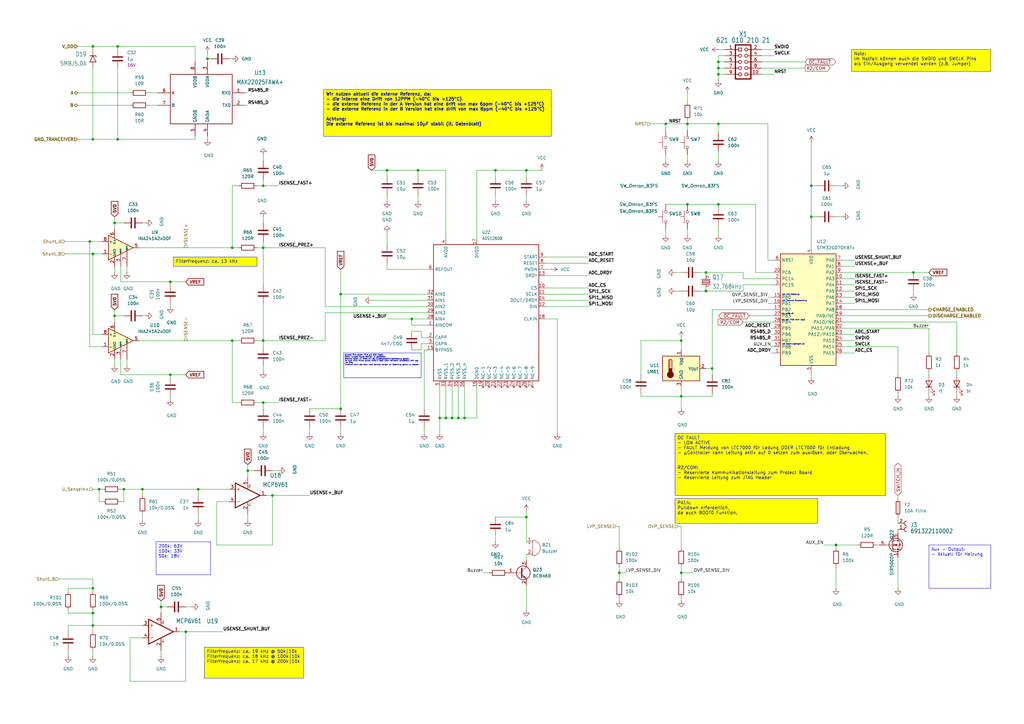
<source format=kicad_sch>
(kicad_sch
	(version 20250114)
	(generator "eeschema")
	(generator_version "9.0")
	(uuid "5f8b4aef-32eb-44a5-ac07-33765c2ecb50")
	(paper "A3")
	(lib_symbols
		(symbol "Amplifier_Current:INA241A2xDDF"
			(pin_names
				(offset 0.127)
			)
			(exclude_from_sim no)
			(in_bom yes)
			(on_board yes)
			(property "Reference" "U"
				(at 3.81 3.81 0)
				(effects
					(font
						(size 1.27 1.27)
					)
					(justify left)
				)
			)
			(property "Value" "INA241A2xDDF"
				(at 3.81 -2.54 0)
				(effects
					(font
						(size 1.27 1.27)
					)
					(justify left)
				)
			)
			(property "Footprint" "Package_TO_SOT_SMD:SOT-23-8"
				(at 0 -16.51 0)
				(effects
					(font
						(size 1.27 1.27)
					)
					(hide yes)
				)
			)
			(property "Datasheet" "https://www.ti.com/lit/ds/symlink/ina241b.pdf"
				(at 3.81 3.81 0)
				(effects
					(font
						(size 1.27 1.27)
					)
					(hide yes)
				)
			)
			(property "Description" "High- and Low-Side, Bidirectional, Zero-Drift, Current-Sense Amplifier With Enhanced PWM Rejection, 20V/V, ±0.01% Gain Accuracy, ±10 μV Offset Voltage, SOT-23-8"
				(at 0 0 0)
				(effects
					(font
						(size 1.27 1.27)
					)
					(hide yes)
				)
			)
			(property "ki_keywords" "current monitor shunt sensor bidirectional high low"
				(at 0 0 0)
				(effects
					(font
						(size 1.27 1.27)
					)
					(hide yes)
				)
			)
			(property "ki_fp_filters" "SOT?23*"
				(at 0 0 0)
				(effects
					(font
						(size 1.27 1.27)
					)
					(hide yes)
				)
			)
			(symbol "INA241A2xDDF_0_1"
				(polyline
					(pts
						(xy 5.08 0) (xy -5.08 5.08) (xy -5.08 -5.08) (xy 5.08 0)
					)
					(stroke
						(width 0.254)
						(type default)
					)
					(fill
						(type background)
					)
				)
			)
			(symbol "INA241A2xDDF_1_1"
				(pin input line
					(at -7.62 2.54 0)
					(length 2.54)
					(name "+"
						(effects
							(font
								(size 1.27 1.27)
							)
						)
					)
					(number "8"
						(effects
							(font
								(size 1.27 1.27)
							)
						)
					)
				)
				(pin input line
					(at -7.62 -2.54 0)
					(length 2.54)
					(name "-"
						(effects
							(font
								(size 1.27 1.27)
							)
						)
					)
					(number "1"
						(effects
							(font
								(size 1.27 1.27)
							)
						)
					)
				)
				(pin power_in line
					(at -2.54 7.62 270)
					(length 3.81)
					(name "V+"
						(effects
							(font
								(size 1.016 1.016)
							)
						)
					)
					(number "6"
						(effects
							(font
								(size 1.27 1.27)
							)
						)
					)
				)
				(pin power_in line
					(at -2.54 -7.62 90)
					(length 3.81)
					(name "GND"
						(effects
							(font
								(size 1.016 1.016)
							)
						)
					)
					(number "2"
						(effects
							(font
								(size 1.27 1.27)
							)
						)
					)
				)
				(pin passive line
					(at -2.54 -7.62 90)
					(length 3.81)
					(hide yes)
					(name "GND"
						(effects
							(font
								(size 1.016 1.016)
							)
						)
					)
					(number "4"
						(effects
							(font
								(size 1.27 1.27)
							)
						)
					)
				)
				(pin passive line
					(at 0 -7.62 90)
					(length 5.08)
					(name "REF2"
						(effects
							(font
								(size 0.508 0.508)
							)
						)
					)
					(number "3"
						(effects
							(font
								(size 1.27 1.27)
							)
						)
					)
				)
				(pin passive line
					(at 2.54 -7.62 90)
					(length 6.35)
					(name "REF1"
						(effects
							(font
								(size 0.508 0.508)
							)
						)
					)
					(number "7"
						(effects
							(font
								(size 1.27 1.27)
							)
						)
					)
				)
				(pin output line
					(at 7.62 0 180)
					(length 2.54)
					(name "~"
						(effects
							(font
								(size 1.27 1.27)
							)
						)
					)
					(number "5"
						(effects
							(font
								(size 1.27 1.27)
							)
						)
					)
				)
			)
			(embedded_fonts no)
		)
		(symbol "Device:Buzzer"
			(pin_names
				(offset 0.0254)
				(hide yes)
			)
			(exclude_from_sim no)
			(in_bom yes)
			(on_board yes)
			(property "Reference" "BZ"
				(at 3.81 1.27 0)
				(effects
					(font
						(size 1.27 1.27)
					)
					(justify left)
				)
			)
			(property "Value" "Buzzer"
				(at 3.81 -1.27 0)
				(effects
					(font
						(size 1.27 1.27)
					)
					(justify left)
				)
			)
			(property "Footprint" ""
				(at -0.635 2.54 90)
				(effects
					(font
						(size 1.27 1.27)
					)
					(hide yes)
				)
			)
			(property "Datasheet" "~"
				(at -0.635 2.54 90)
				(effects
					(font
						(size 1.27 1.27)
					)
					(hide yes)
				)
			)
			(property "Description" "Buzzer, polarized"
				(at 0 0 0)
				(effects
					(font
						(size 1.27 1.27)
					)
					(hide yes)
				)
			)
			(property "ki_keywords" "quartz resonator ceramic"
				(at 0 0 0)
				(effects
					(font
						(size 1.27 1.27)
					)
					(hide yes)
				)
			)
			(property "ki_fp_filters" "*Buzzer*"
				(at 0 0 0)
				(effects
					(font
						(size 1.27 1.27)
					)
					(hide yes)
				)
			)
			(symbol "Buzzer_0_1"
				(polyline
					(pts
						(xy -1.651 1.905) (xy -1.143 1.905)
					)
					(stroke
						(width 0)
						(type default)
					)
					(fill
						(type none)
					)
				)
				(polyline
					(pts
						(xy -1.397 2.159) (xy -1.397 1.651)
					)
					(stroke
						(width 0)
						(type default)
					)
					(fill
						(type none)
					)
				)
				(arc
					(start 0 3.175)
					(mid 3.1612 0)
					(end 0 -3.175)
					(stroke
						(width 0)
						(type default)
					)
					(fill
						(type none)
					)
				)
				(polyline
					(pts
						(xy 0 3.175) (xy 0 -3.175)
					)
					(stroke
						(width 0)
						(type default)
					)
					(fill
						(type none)
					)
				)
			)
			(symbol "Buzzer_1_1"
				(pin passive line
					(at -2.54 2.54 0)
					(length 2.54)
					(name "+"
						(effects
							(font
								(size 1.27 1.27)
							)
						)
					)
					(number "1"
						(effects
							(font
								(size 1.27 1.27)
							)
						)
					)
				)
				(pin passive line
					(at -2.54 -2.54 0)
					(length 2.54)
					(name "-"
						(effects
							(font
								(size 1.27 1.27)
							)
						)
					)
					(number "2"
						(effects
							(font
								(size 1.27 1.27)
							)
						)
					)
				)
			)
			(embedded_fonts no)
		)
		(symbol "Device:C"
			(pin_numbers
				(hide yes)
			)
			(pin_names
				(offset 0.254)
			)
			(exclude_from_sim no)
			(in_bom yes)
			(on_board yes)
			(property "Reference" "C"
				(at 0.635 2.54 0)
				(effects
					(font
						(size 1.27 1.27)
					)
					(justify left)
				)
			)
			(property "Value" "C"
				(at 0.635 -2.54 0)
				(effects
					(font
						(size 1.27 1.27)
					)
					(justify left)
				)
			)
			(property "Footprint" ""
				(at 0.9652 -3.81 0)
				(effects
					(font
						(size 1.27 1.27)
					)
					(hide yes)
				)
			)
			(property "Datasheet" "~"
				(at 0 0 0)
				(effects
					(font
						(size 1.27 1.27)
					)
					(hide yes)
				)
			)
			(property "Description" "Unpolarized capacitor"
				(at 0 0 0)
				(effects
					(font
						(size 1.27 1.27)
					)
					(hide yes)
				)
			)
			(property "ki_keywords" "cap capacitor"
				(at 0 0 0)
				(effects
					(font
						(size 1.27 1.27)
					)
					(hide yes)
				)
			)
			(property "ki_fp_filters" "C_*"
				(at 0 0 0)
				(effects
					(font
						(size 1.27 1.27)
					)
					(hide yes)
				)
			)
			(symbol "C_0_1"
				(polyline
					(pts
						(xy -2.032 0.762) (xy 2.032 0.762)
					)
					(stroke
						(width 0.508)
						(type default)
					)
					(fill
						(type none)
					)
				)
				(polyline
					(pts
						(xy -2.032 -0.762) (xy 2.032 -0.762)
					)
					(stroke
						(width 0.508)
						(type default)
					)
					(fill
						(type none)
					)
				)
			)
			(symbol "C_1_1"
				(pin passive line
					(at 0 3.81 270)
					(length 2.794)
					(name "~"
						(effects
							(font
								(size 1.27 1.27)
							)
						)
					)
					(number "1"
						(effects
							(font
								(size 1.27 1.27)
							)
						)
					)
				)
				(pin passive line
					(at 0 -3.81 90)
					(length 2.794)
					(name "~"
						(effects
							(font
								(size 1.27 1.27)
							)
						)
					)
					(number "2"
						(effects
							(font
								(size 1.27 1.27)
							)
						)
					)
				)
			)
			(embedded_fonts no)
		)
		(symbol "Device:Fuse"
			(pin_numbers
				(hide yes)
			)
			(pin_names
				(offset 0)
			)
			(exclude_from_sim no)
			(in_bom yes)
			(on_board yes)
			(property "Reference" "F"
				(at 2.032 0 90)
				(effects
					(font
						(size 1.27 1.27)
					)
				)
			)
			(property "Value" "Fuse"
				(at -1.905 0 90)
				(effects
					(font
						(size 1.27 1.27)
					)
				)
			)
			(property "Footprint" ""
				(at -1.778 0 90)
				(effects
					(font
						(size 1.27 1.27)
					)
					(hide yes)
				)
			)
			(property "Datasheet" "~"
				(at 0 0 0)
				(effects
					(font
						(size 1.27 1.27)
					)
					(hide yes)
				)
			)
			(property "Description" "Fuse"
				(at 0 0 0)
				(effects
					(font
						(size 1.27 1.27)
					)
					(hide yes)
				)
			)
			(property "ki_keywords" "fuse"
				(at 0 0 0)
				(effects
					(font
						(size 1.27 1.27)
					)
					(hide yes)
				)
			)
			(property "ki_fp_filters" "*Fuse*"
				(at 0 0 0)
				(effects
					(font
						(size 1.27 1.27)
					)
					(hide yes)
				)
			)
			(symbol "Fuse_0_1"
				(rectangle
					(start -0.762 -2.54)
					(end 0.762 2.54)
					(stroke
						(width 0.254)
						(type default)
					)
					(fill
						(type none)
					)
				)
				(polyline
					(pts
						(xy 0 2.54) (xy 0 -2.54)
					)
					(stroke
						(width 0)
						(type default)
					)
					(fill
						(type none)
					)
				)
			)
			(symbol "Fuse_1_1"
				(pin passive line
					(at 0 3.81 270)
					(length 1.27)
					(name "~"
						(effects
							(font
								(size 1.27 1.27)
							)
						)
					)
					(number "1"
						(effects
							(font
								(size 1.27 1.27)
							)
						)
					)
				)
				(pin passive line
					(at 0 -3.81 90)
					(length 1.27)
					(name "~"
						(effects
							(font
								(size 1.27 1.27)
							)
						)
					)
					(number "2"
						(effects
							(font
								(size 1.27 1.27)
							)
						)
					)
				)
			)
			(embedded_fonts no)
		)
		(symbol "Device:LED"
			(pin_numbers
				(hide yes)
			)
			(pin_names
				(offset 1.016)
				(hide yes)
			)
			(exclude_from_sim no)
			(in_bom yes)
			(on_board yes)
			(property "Reference" "D"
				(at 0 2.54 0)
				(effects
					(font
						(size 1.27 1.27)
					)
				)
			)
			(property "Value" "LED"
				(at 0 -2.54 0)
				(effects
					(font
						(size 1.27 1.27)
					)
				)
			)
			(property "Footprint" ""
				(at 0 0 0)
				(effects
					(font
						(size 1.27 1.27)
					)
					(hide yes)
				)
			)
			(property "Datasheet" "~"
				(at 0 0 0)
				(effects
					(font
						(size 1.27 1.27)
					)
					(hide yes)
				)
			)
			(property "Description" "Light emitting diode"
				(at 0 0 0)
				(effects
					(font
						(size 1.27 1.27)
					)
					(hide yes)
				)
			)
			(property "Sim.Pins" "1=K 2=A"
				(at 0 0 0)
				(effects
					(font
						(size 1.27 1.27)
					)
					(hide yes)
				)
			)
			(property "ki_keywords" "LED diode"
				(at 0 0 0)
				(effects
					(font
						(size 1.27 1.27)
					)
					(hide yes)
				)
			)
			(property "ki_fp_filters" "LED* LED_SMD:* LED_THT:*"
				(at 0 0 0)
				(effects
					(font
						(size 1.27 1.27)
					)
					(hide yes)
				)
			)
			(symbol "LED_0_1"
				(polyline
					(pts
						(xy -3.048 -0.762) (xy -4.572 -2.286) (xy -3.81 -2.286) (xy -4.572 -2.286) (xy -4.572 -1.524)
					)
					(stroke
						(width 0)
						(type default)
					)
					(fill
						(type none)
					)
				)
				(polyline
					(pts
						(xy -1.778 -0.762) (xy -3.302 -2.286) (xy -2.54 -2.286) (xy -3.302 -2.286) (xy -3.302 -1.524)
					)
					(stroke
						(width 0)
						(type default)
					)
					(fill
						(type none)
					)
				)
				(polyline
					(pts
						(xy -1.27 0) (xy 1.27 0)
					)
					(stroke
						(width 0)
						(type default)
					)
					(fill
						(type none)
					)
				)
				(polyline
					(pts
						(xy -1.27 -1.27) (xy -1.27 1.27)
					)
					(stroke
						(width 0.254)
						(type default)
					)
					(fill
						(type none)
					)
				)
				(polyline
					(pts
						(xy 1.27 -1.27) (xy 1.27 1.27) (xy -1.27 0) (xy 1.27 -1.27)
					)
					(stroke
						(width 0.254)
						(type default)
					)
					(fill
						(type none)
					)
				)
			)
			(symbol "LED_1_1"
				(pin passive line
					(at -3.81 0 0)
					(length 2.54)
					(name "K"
						(effects
							(font
								(size 1.27 1.27)
							)
						)
					)
					(number "1"
						(effects
							(font
								(size 1.27 1.27)
							)
						)
					)
				)
				(pin passive line
					(at 3.81 0 180)
					(length 2.54)
					(name "A"
						(effects
							(font
								(size 1.27 1.27)
							)
						)
					)
					(number "2"
						(effects
							(font
								(size 1.27 1.27)
							)
						)
					)
				)
			)
			(embedded_fonts no)
		)
		(symbol "Device:R"
			(pin_numbers
				(hide yes)
			)
			(pin_names
				(offset 0)
			)
			(exclude_from_sim no)
			(in_bom yes)
			(on_board yes)
			(property "Reference" "R"
				(at 2.032 0 90)
				(effects
					(font
						(size 1.27 1.27)
					)
				)
			)
			(property "Value" "R"
				(at 0 0 90)
				(effects
					(font
						(size 1.27 1.27)
					)
				)
			)
			(property "Footprint" ""
				(at -1.778 0 90)
				(effects
					(font
						(size 1.27 1.27)
					)
					(hide yes)
				)
			)
			(property "Datasheet" "~"
				(at 0 0 0)
				(effects
					(font
						(size 1.27 1.27)
					)
					(hide yes)
				)
			)
			(property "Description" "Resistor"
				(at 0 0 0)
				(effects
					(font
						(size 1.27 1.27)
					)
					(hide yes)
				)
			)
			(property "ki_keywords" "R res resistor"
				(at 0 0 0)
				(effects
					(font
						(size 1.27 1.27)
					)
					(hide yes)
				)
			)
			(property "ki_fp_filters" "R_*"
				(at 0 0 0)
				(effects
					(font
						(size 1.27 1.27)
					)
					(hide yes)
				)
			)
			(symbol "R_0_1"
				(rectangle
					(start -1.016 -2.54)
					(end 1.016 2.54)
					(stroke
						(width 0.254)
						(type default)
					)
					(fill
						(type none)
					)
				)
			)
			(symbol "R_1_1"
				(pin passive line
					(at 0 3.81 270)
					(length 1.27)
					(name "~"
						(effects
							(font
								(size 1.27 1.27)
							)
						)
					)
					(number "1"
						(effects
							(font
								(size 1.27 1.27)
							)
						)
					)
				)
				(pin passive line
					(at 0 -3.81 90)
					(length 1.27)
					(name "~"
						(effects
							(font
								(size 1.27 1.27)
							)
						)
					)
					(number "2"
						(effects
							(font
								(size 1.27 1.27)
							)
						)
					)
				)
			)
			(embedded_fonts no)
		)
		(symbol "Diode:1.5KExxA"
			(pin_numbers
				(hide yes)
			)
			(pin_names
				(offset 1.016)
				(hide yes)
			)
			(exclude_from_sim no)
			(in_bom yes)
			(on_board yes)
			(property "Reference" "D"
				(at 0 2.54 0)
				(effects
					(font
						(size 1.27 1.27)
					)
				)
			)
			(property "Value" "1.5KExxA"
				(at 0 -2.54 0)
				(effects
					(font
						(size 1.27 1.27)
					)
				)
			)
			(property "Footprint" "Diode_THT:D_DO-201AE_P15.24mm_Horizontal"
				(at 0 -5.08 0)
				(effects
					(font
						(size 1.27 1.27)
					)
					(hide yes)
				)
			)
			(property "Datasheet" "https://www.vishay.com/docs/88301/15ke.pdf"
				(at -1.27 0 0)
				(effects
					(font
						(size 1.27 1.27)
					)
					(hide yes)
				)
			)
			(property "Description" "1500W unidirectional TVS diode, DO-201AE"
				(at 0 0 0)
				(effects
					(font
						(size 1.27 1.27)
					)
					(hide yes)
				)
			)
			(property "ki_keywords" "transient voltage suppressor TRANSZORB®"
				(at 0 0 0)
				(effects
					(font
						(size 1.27 1.27)
					)
					(hide yes)
				)
			)
			(property "ki_fp_filters" "D?DO?201AE*"
				(at 0 0 0)
				(effects
					(font
						(size 1.27 1.27)
					)
					(hide yes)
				)
			)
			(symbol "1.5KExxA_0_1"
				(polyline
					(pts
						(xy -0.762 1.27) (xy -1.27 1.27) (xy -1.27 -1.27)
					)
					(stroke
						(width 0.254)
						(type default)
					)
					(fill
						(type none)
					)
				)
				(polyline
					(pts
						(xy 1.27 1.27) (xy 1.27 -1.27) (xy -1.27 0) (xy 1.27 1.27)
					)
					(stroke
						(width 0.254)
						(type default)
					)
					(fill
						(type none)
					)
				)
			)
			(symbol "1.5KExxA_1_1"
				(pin passive line
					(at -3.81 0 0)
					(length 2.54)
					(name "A1"
						(effects
							(font
								(size 1.27 1.27)
							)
						)
					)
					(number "1"
						(effects
							(font
								(size 1.27 1.27)
							)
						)
					)
				)
				(pin passive line
					(at 3.81 0 180)
					(length 2.54)
					(name "A2"
						(effects
							(font
								(size 1.27 1.27)
							)
						)
					)
					(number "2"
						(effects
							(font
								(size 1.27 1.27)
							)
						)
					)
				)
			)
			(embedded_fonts no)
		)
		(symbol "Sensor_Temperature:MCP9700x-HTT"
			(exclude_from_sim no)
			(in_bom yes)
			(on_board yes)
			(property "Reference" "U"
				(at -6.35 6.35 0)
				(effects
					(font
						(size 1.27 1.27)
					)
				)
			)
			(property "Value" "MCP9700x-HTT"
				(at 1.27 6.35 0)
				(effects
					(font
						(size 1.27 1.27)
					)
					(justify left)
				)
			)
			(property "Footprint" "Package_TO_SOT_SMD:SOT-23"
				(at 0 -10.16 0)
				(effects
					(font
						(size 1.27 1.27)
					)
					(hide yes)
				)
			)
			(property "Datasheet" "http://ww1.microchip.com/downloads/en/devicedoc/20001942g.pdf"
				(at -3.81 6.35 0)
				(effects
					(font
						(size 1.27 1.27)
					)
					(hide yes)
				)
			)
			(property "Description" "Low power, analog thermistor temperature sensor, ±4C accuracy, -40C to +150C, in SOT-23-3"
				(at 0 0 0)
				(effects
					(font
						(size 1.27 1.27)
					)
					(hide yes)
				)
			)
			(property "ki_keywords" "temperature sensor thermistor"
				(at 0 0 0)
				(effects
					(font
						(size 1.27 1.27)
					)
					(hide yes)
				)
			)
			(property "ki_fp_filters" "SOT?23*"
				(at 0 0 0)
				(effects
					(font
						(size 1.27 1.27)
					)
					(hide yes)
				)
			)
			(symbol "MCP9700x-HTT_0_1"
				(rectangle
					(start -7.62 5.08)
					(end 7.62 -5.08)
					(stroke
						(width 0.254)
						(type default)
					)
					(fill
						(type background)
					)
				)
				(polyline
					(pts
						(xy -5.08 3.175) (xy -5.08 0)
					)
					(stroke
						(width 0.254)
						(type default)
					)
					(fill
						(type none)
					)
				)
				(polyline
					(pts
						(xy -5.08 3.175) (xy -4.445 3.175)
					)
					(stroke
						(width 0.254)
						(type default)
					)
					(fill
						(type none)
					)
				)
				(polyline
					(pts
						(xy -5.08 2.54) (xy -4.445 2.54)
					)
					(stroke
						(width 0.254)
						(type default)
					)
					(fill
						(type none)
					)
				)
				(polyline
					(pts
						(xy -5.08 1.905) (xy -4.445 1.905)
					)
					(stroke
						(width 0.254)
						(type default)
					)
					(fill
						(type none)
					)
				)
				(polyline
					(pts
						(xy -5.08 1.27) (xy -4.445 1.27)
					)
					(stroke
						(width 0.254)
						(type default)
					)
					(fill
						(type none)
					)
				)
				(polyline
					(pts
						(xy -5.08 0.635) (xy -4.445 0.635)
					)
					(stroke
						(width 0.254)
						(type default)
					)
					(fill
						(type none)
					)
				)
				(arc
					(start -5.08 3.175)
					(mid -4.445 3.8073)
					(end -3.81 3.175)
					(stroke
						(width 0.254)
						(type default)
					)
					(fill
						(type none)
					)
				)
				(circle
					(center -4.445 -2.54)
					(radius 1.27)
					(stroke
						(width 0.254)
						(type default)
					)
					(fill
						(type outline)
					)
				)
				(polyline
					(pts
						(xy -3.81 3.175) (xy -3.81 0)
					)
					(stroke
						(width 0.254)
						(type default)
					)
					(fill
						(type none)
					)
				)
				(rectangle
					(start -3.81 -1.905)
					(end -5.08 0)
					(stroke
						(width 0.254)
						(type default)
					)
					(fill
						(type outline)
					)
				)
			)
			(symbol "MCP9700x-HTT_1_1"
				(pin power_in line
					(at 0 7.62 270)
					(length 2.54)
					(name "V_{DD}"
						(effects
							(font
								(size 1.27 1.27)
							)
						)
					)
					(number "1"
						(effects
							(font
								(size 1.27 1.27)
							)
						)
					)
				)
				(pin power_in line
					(at 0 -7.62 90)
					(length 2.54)
					(name "GND"
						(effects
							(font
								(size 1.27 1.27)
							)
						)
					)
					(number "3"
						(effects
							(font
								(size 1.27 1.27)
							)
						)
					)
				)
				(pin output line
					(at 10.16 0 180)
					(length 2.54)
					(name "V_{OUT}"
						(effects
							(font
								(size 1.27 1.27)
							)
						)
					)
					(number "2"
						(effects
							(font
								(size 1.27 1.27)
							)
						)
					)
				)
			)
			(embedded_fonts no)
		)
		(symbol "Switch:SW_Omron_B3FS"
			(pin_numbers
				(hide yes)
			)
			(pin_names
				(offset 1.016)
				(hide yes)
			)
			(exclude_from_sim no)
			(in_bom yes)
			(on_board yes)
			(property "Reference" "SW"
				(at 1.27 2.54 0)
				(effects
					(font
						(size 1.27 1.27)
					)
					(justify left)
				)
			)
			(property "Value" "SW_Omron_B3FS"
				(at 0 -1.524 0)
				(effects
					(font
						(size 1.27 1.27)
					)
				)
			)
			(property "Footprint" ""
				(at 0 5.08 0)
				(effects
					(font
						(size 1.27 1.27)
					)
					(hide yes)
				)
			)
			(property "Datasheet" "https://omronfs.omron.com/en_US/ecb/products/pdf/en-b3fs.pdf"
				(at 0 5.08 0)
				(effects
					(font
						(size 1.27 1.27)
					)
					(hide yes)
				)
			)
			(property "Description" "Omron B3FS 6x6mm single pole normally-open tactile switch"
				(at 0 0 0)
				(effects
					(font
						(size 1.27 1.27)
					)
					(hide yes)
				)
			)
			(property "ki_keywords" "switch normally-open pushbutton push-button"
				(at 0 0 0)
				(effects
					(font
						(size 1.27 1.27)
					)
					(hide yes)
				)
			)
			(property "ki_fp_filters" "SW*Omron*B3FS*"
				(at 0 0 0)
				(effects
					(font
						(size 1.27 1.27)
					)
					(hide yes)
				)
			)
			(symbol "SW_Omron_B3FS_0_1"
				(circle
					(center -2.032 0)
					(radius 0.508)
					(stroke
						(width 0)
						(type default)
					)
					(fill
						(type none)
					)
				)
				(polyline
					(pts
						(xy 0 1.27) (xy 0 3.048)
					)
					(stroke
						(width 0)
						(type default)
					)
					(fill
						(type none)
					)
				)
				(circle
					(center 2.032 0)
					(radius 0.508)
					(stroke
						(width 0)
						(type default)
					)
					(fill
						(type none)
					)
				)
				(polyline
					(pts
						(xy 2.54 1.27) (xy -2.54 1.27)
					)
					(stroke
						(width 0)
						(type default)
					)
					(fill
						(type none)
					)
				)
				(pin passive line
					(at -5.08 0 0)
					(length 2.54)
					(name "1"
						(effects
							(font
								(size 1.27 1.27)
							)
						)
					)
					(number "1"
						(effects
							(font
								(size 1.27 1.27)
							)
						)
					)
				)
				(pin passive line
					(at 5.08 0 180)
					(length 2.54)
					(name "2"
						(effects
							(font
								(size 1.27 1.27)
							)
						)
					)
					(number "2"
						(effects
							(font
								(size 1.27 1.27)
							)
						)
					)
				)
			)
			(embedded_fonts no)
		)
		(symbol "Transistor_BJT:Q_NPN_BEC"
			(pin_names
				(offset 0)
				(hide yes)
			)
			(exclude_from_sim no)
			(in_bom yes)
			(on_board yes)
			(property "Reference" "Q"
				(at 5.08 1.27 0)
				(effects
					(font
						(size 1.27 1.27)
					)
					(justify left)
				)
			)
			(property "Value" "Q_NPN_BEC"
				(at 5.08 -1.27 0)
				(effects
					(font
						(size 1.27 1.27)
					)
					(justify left)
				)
			)
			(property "Footprint" ""
				(at 5.08 2.54 0)
				(effects
					(font
						(size 1.27 1.27)
					)
					(hide yes)
				)
			)
			(property "Datasheet" "~"
				(at 0 0 0)
				(effects
					(font
						(size 1.27 1.27)
					)
					(hide yes)
				)
			)
			(property "Description" "NPN transistor, base/emitter/collector"
				(at 0 0 0)
				(effects
					(font
						(size 1.27 1.27)
					)
					(hide yes)
				)
			)
			(property "ki_keywords" "BJT"
				(at 0 0 0)
				(effects
					(font
						(size 1.27 1.27)
					)
					(hide yes)
				)
			)
			(symbol "Q_NPN_BEC_0_1"
				(polyline
					(pts
						(xy -2.54 0) (xy 0.635 0)
					)
					(stroke
						(width 0)
						(type default)
					)
					(fill
						(type none)
					)
				)
				(polyline
					(pts
						(xy 0.635 1.905) (xy 0.635 -1.905)
					)
					(stroke
						(width 0.508)
						(type default)
					)
					(fill
						(type none)
					)
				)
				(circle
					(center 1.27 0)
					(radius 2.8194)
					(stroke
						(width 0.254)
						(type default)
					)
					(fill
						(type none)
					)
				)
			)
			(symbol "Q_NPN_BEC_1_1"
				(polyline
					(pts
						(xy 0.635 0.635) (xy 2.54 2.54)
					)
					(stroke
						(width 0)
						(type default)
					)
					(fill
						(type none)
					)
				)
				(polyline
					(pts
						(xy 0.635 -0.635) (xy 2.54 -2.54)
					)
					(stroke
						(width 0)
						(type default)
					)
					(fill
						(type none)
					)
				)
				(polyline
					(pts
						(xy 1.27 -1.778) (xy 1.778 -1.27) (xy 2.286 -2.286) (xy 1.27 -1.778)
					)
					(stroke
						(width 0)
						(type default)
					)
					(fill
						(type outline)
					)
				)
				(pin input line
					(at -5.08 0 0)
					(length 2.54)
					(name "B"
						(effects
							(font
								(size 1.27 1.27)
							)
						)
					)
					(number "1"
						(effects
							(font
								(size 1.27 1.27)
							)
						)
					)
				)
				(pin passive line
					(at 2.54 5.08 270)
					(length 2.54)
					(name "C"
						(effects
							(font
								(size 1.27 1.27)
							)
						)
					)
					(number "3"
						(effects
							(font
								(size 1.27 1.27)
							)
						)
					)
				)
				(pin passive line
					(at 2.54 -5.08 90)
					(length 2.54)
					(name "E"
						(effects
							(font
								(size 1.27 1.27)
							)
						)
					)
					(number "2"
						(effects
							(font
								(size 1.27 1.27)
							)
						)
					)
				)
			)
			(embedded_fonts no)
		)
		(symbol "Transistor_FET:SiR696DP"
			(pin_names
				(hide yes)
			)
			(exclude_from_sim no)
			(in_bom yes)
			(on_board yes)
			(property "Reference" "Q"
				(at 5.08 1.905 0)
				(effects
					(font
						(size 1.27 1.27)
					)
					(justify left)
				)
			)
			(property "Value" "SiR696DP"
				(at 5.08 0 0)
				(effects
					(font
						(size 1.27 1.27)
					)
					(justify left)
				)
			)
			(property "Footprint" "Package_SO:PowerPAK_SO-8_Single"
				(at 5.08 -1.905 0)
				(effects
					(font
						(size 1.27 1.27)
						(italic yes)
					)
					(justify left)
					(hide yes)
				)
			)
			(property "Datasheet" "https://www.vishay.com/docs/65689/sir696dp.pdf"
				(at 5.08 -3.81 0)
				(effects
					(font
						(size 1.27 1.27)
					)
					(justify left)
					(hide yes)
				)
			)
			(property "Description" "60A Id, 125V Vds N-Channel MOSFET, 9.6mOhm Ron, 19.4 nC Qg(typ), PowerPAK-8"
				(at 0 0 0)
				(effects
					(font
						(size 1.27 1.27)
					)
					(hide yes)
				)
			)
			(property "ki_keywords" "NMOS NFET Vishay"
				(at 0 0 0)
				(effects
					(font
						(size 1.27 1.27)
					)
					(hide yes)
				)
			)
			(property "ki_fp_filters" "PowerPAK*SO*Single*"
				(at 0 0 0)
				(effects
					(font
						(size 1.27 1.27)
					)
					(hide yes)
				)
			)
			(symbol "SiR696DP_0_1"
				(polyline
					(pts
						(xy 0.254 1.905) (xy 0.254 -1.905)
					)
					(stroke
						(width 0.254)
						(type default)
					)
					(fill
						(type none)
					)
				)
				(polyline
					(pts
						(xy 0.254 0) (xy -2.54 0)
					)
					(stroke
						(width 0)
						(type default)
					)
					(fill
						(type none)
					)
				)
				(polyline
					(pts
						(xy 0.762 2.286) (xy 0.762 1.27)
					)
					(stroke
						(width 0.254)
						(type default)
					)
					(fill
						(type none)
					)
				)
				(polyline
					(pts
						(xy 0.762 0.508) (xy 0.762 -0.508)
					)
					(stroke
						(width 0.254)
						(type default)
					)
					(fill
						(type none)
					)
				)
				(polyline
					(pts
						(xy 0.762 -1.27) (xy 0.762 -2.286)
					)
					(stroke
						(width 0.254)
						(type default)
					)
					(fill
						(type none)
					)
				)
				(polyline
					(pts
						(xy 0.762 -1.778) (xy 3.302 -1.778) (xy 3.302 1.778) (xy 0.762 1.778)
					)
					(stroke
						(width 0)
						(type default)
					)
					(fill
						(type none)
					)
				)
				(polyline
					(pts
						(xy 1.016 0) (xy 2.032 0.381) (xy 2.032 -0.381) (xy 1.016 0)
					)
					(stroke
						(width 0)
						(type default)
					)
					(fill
						(type outline)
					)
				)
				(circle
					(center 1.651 0)
					(radius 2.794)
					(stroke
						(width 0.254)
						(type default)
					)
					(fill
						(type none)
					)
				)
				(polyline
					(pts
						(xy 2.54 2.54) (xy 2.54 1.778)
					)
					(stroke
						(width 0)
						(type default)
					)
					(fill
						(type none)
					)
				)
				(circle
					(center 2.54 1.778)
					(radius 0.254)
					(stroke
						(width 0)
						(type default)
					)
					(fill
						(type outline)
					)
				)
				(circle
					(center 2.54 -1.778)
					(radius 0.254)
					(stroke
						(width 0)
						(type default)
					)
					(fill
						(type outline)
					)
				)
				(polyline
					(pts
						(xy 2.54 -2.54) (xy 2.54 0) (xy 0.762 0)
					)
					(stroke
						(width 0)
						(type default)
					)
					(fill
						(type none)
					)
				)
				(polyline
					(pts
						(xy 2.794 0.508) (xy 2.921 0.381) (xy 3.683 0.381) (xy 3.81 0.254)
					)
					(stroke
						(width 0)
						(type default)
					)
					(fill
						(type none)
					)
				)
				(polyline
					(pts
						(xy 3.302 0.381) (xy 2.921 -0.254) (xy 3.683 -0.254) (xy 3.302 0.381)
					)
					(stroke
						(width 0)
						(type default)
					)
					(fill
						(type none)
					)
				)
			)
			(symbol "SiR696DP_1_1"
				(pin input line
					(at -5.08 0 0)
					(length 2.54)
					(name "G"
						(effects
							(font
								(size 1.27 1.27)
							)
						)
					)
					(number "4"
						(effects
							(font
								(size 1.27 1.27)
							)
						)
					)
				)
				(pin passive line
					(at 2.54 5.08 270)
					(length 2.54)
					(name "D"
						(effects
							(font
								(size 1.27 1.27)
							)
						)
					)
					(number "5"
						(effects
							(font
								(size 1.27 1.27)
							)
						)
					)
				)
				(pin passive line
					(at 2.54 -5.08 90)
					(length 2.54)
					(name "S"
						(effects
							(font
								(size 1.27 1.27)
							)
						)
					)
					(number "1"
						(effects
							(font
								(size 1.27 1.27)
							)
						)
					)
				)
				(pin passive line
					(at 2.54 -5.08 90)
					(length 2.54)
					(hide yes)
					(name "S"
						(effects
							(font
								(size 1.27 1.27)
							)
						)
					)
					(number "2"
						(effects
							(font
								(size 1.27 1.27)
							)
						)
					)
				)
				(pin passive line
					(at 2.54 -5.08 90)
					(length 2.54)
					(hide yes)
					(name "S"
						(effects
							(font
								(size 1.27 1.27)
							)
						)
					)
					(number "3"
						(effects
							(font
								(size 1.27 1.27)
							)
						)
					)
				)
			)
			(embedded_fonts no)
		)
		(symbol "myADC:ADS1260"
			(exclude_from_sim no)
			(in_bom yes)
			(on_board yes)
			(property "Reference" "U22"
				(at 7.2741 25.4 0)
				(effects
					(font
						(size 1.27 1.0795)
					)
					(justify left)
				)
			)
			(property "Value" "ADS1260B"
				(at 7.2741 22.86 0)
				(effects
					(font
						(size 1.27 1.0795)
					)
					(justify left)
				)
			)
			(property "Footprint" "greenMeter_v3:ADS1260_VQFN-32"
				(at 0 0 0)
				(effects
					(font
						(size 1.27 1.27)
					)
					(hide yes)
				)
			)
			(property "Datasheet" "https://www.ti.com/lit/ds/symlink/ads1260.pdf?ts=1736592347563"
				(at 0 0 0)
				(effects
					(font
						(size 1.27 1.27)
					)
					(hide yes)
				)
			)
			(property "Description" "ADS1260BIRHBT A/D WANDLER 5-CH 24bit 40 kS/s 2.7V to 5.25V VQFN-32 SMD"
				(at 0 0 0)
				(effects
					(font
						(size 1.27 1.27)
					)
					(hide yes)
				)
			)
			(property "ECS Art#" "IC289"
				(at 0 0 0)
				(effects
					(font
						(size 1.27 1.27)
					)
					(hide yes)
				)
			)
			(property "HAN" "ADS1260BIRHBT"
				(at 0 0 0)
				(effects
					(font
						(size 1.27 1.27)
					)
					(hide yes)
				)
			)
			(property "Voltage" ""
				(at 0 0 0)
				(effects
					(font
						(size 1.27 1.27)
					)
					(hide yes)
				)
			)
			(property "Toleranz" ""
				(at 0 0 0)
				(effects
					(font
						(size 1.27 1.27)
					)
					(hide yes)
				)
			)
			(property "Hersteller" "TI"
				(at 0 0 0)
				(effects
					(font
						(size 1.27 1.27)
					)
					(hide yes)
				)
			)
			(property "Field-1" ""
				(at 0 0 0)
				(effects
					(font
						(size 1.27 1.27)
					)
					(hide yes)
				)
			)
			(property "Sim.Device" ""
				(at 0 0 0)
				(effects
					(font
						(size 1.27 1.27)
					)
					(hide yes)
				)
			)
			(property "Sim.Pins" ""
				(at 0 0 0)
				(effects
					(font
						(size 1.27 1.27)
					)
					(hide yes)
				)
			)
			(property "ki_locked" ""
				(at 0 0 0)
				(effects
					(font
						(size 1.27 1.27)
					)
				)
			)
			(symbol "ADS1260_1_0"
				(polyline
					(pts
						(xy -12.7 20.32) (xy -12.7 -35.56)
					)
					(stroke
						(width 0.254)
						(type solid)
					)
					(fill
						(type none)
					)
				)
				(polyline
					(pts
						(xy -12.7 -35.56) (xy 30.48 -35.56)
					)
					(stroke
						(width 0.254)
						(type solid)
					)
					(fill
						(type none)
					)
				)
				(polyline
					(pts
						(xy 30.48 20.32) (xy -12.7 20.32)
					)
					(stroke
						(width 0.254)
						(type solid)
					)
					(fill
						(type none)
					)
				)
				(polyline
					(pts
						(xy 30.48 -35.56) (xy 30.48 20.32)
					)
					(stroke
						(width 0.254)
						(type solid)
					)
					(fill
						(type none)
					)
				)
				(pin power_out line
					(at -15.24 10.16 0)
					(length 2.54)
					(name "REFOUT"
						(effects
							(font
								(size 1.27 1.27)
							)
						)
					)
					(number "6"
						(effects
							(font
								(size 1.27 1.27)
							)
						)
					)
				)
				(pin input line
					(at -15.24 0 0)
					(length 2.54)
					(name "AIN0"
						(effects
							(font
								(size 1.27 1.27)
							)
						)
					)
					(number "32"
						(effects
							(font
								(size 1.27 1.27)
							)
						)
					)
				)
				(pin input line
					(at -15.24 -2.54 0)
					(length 2.54)
					(name "AIN1"
						(effects
							(font
								(size 1.27 1.27)
							)
						)
					)
					(number "31"
						(effects
							(font
								(size 1.27 1.27)
							)
						)
					)
				)
				(pin input line
					(at -15.24 -5.08 0)
					(length 2.54)
					(name "AIN2"
						(effects
							(font
								(size 1.27 1.27)
							)
						)
					)
					(number "30"
						(effects
							(font
								(size 1.27 1.27)
							)
						)
					)
				)
				(pin input line
					(at -15.24 -7.62 0)
					(length 2.54)
					(name "AIN3"
						(effects
							(font
								(size 1.27 1.27)
							)
						)
					)
					(number "29"
						(effects
							(font
								(size 1.27 1.27)
							)
						)
					)
				)
				(pin input line
					(at -15.24 -10.16 0)
					(length 2.54)
					(name "AIN4"
						(effects
							(font
								(size 1.27 1.27)
							)
						)
					)
					(number "28"
						(effects
							(font
								(size 1.27 1.27)
							)
						)
					)
				)
				(pin input line
					(at -15.24 -12.7 0)
					(length 2.54)
					(name "AINCOM"
						(effects
							(font
								(size 1.27 1.27)
							)
						)
					)
					(number "1"
						(effects
							(font
								(size 1.27 1.27)
							)
						)
					)
				)
				(pin passive line
					(at -15.24 -17.78 0)
					(length 2.54)
					(name "CAPP"
						(effects
							(font
								(size 1.27 1.27)
							)
						)
					)
					(number "2"
						(effects
							(font
								(size 1.27 1.27)
							)
						)
					)
				)
				(pin passive line
					(at -15.24 -20.32 0)
					(length 2.54)
					(name "CAPN"
						(effects
							(font
								(size 1.27 1.27)
							)
						)
					)
					(number "3"
						(effects
							(font
								(size 1.27 1.27)
							)
						)
					)
				)
				(pin output line
					(at -15.24 -22.86 0)
					(length 2.54)
					(name "BYPASS"
						(effects
							(font
								(size 1.27 1.27)
							)
						)
					)
					(number "15"
						(effects
							(font
								(size 1.27 1.27)
							)
						)
					)
				)
				(pin power_in line
					(at -10.16 -38.1 90)
					(length 2.54)
					(name "AVSS"
						(effects
							(font
								(size 1.27 1.27)
							)
						)
					)
					(number "5"
						(effects
							(font
								(size 1.27 1.27)
							)
						)
					)
				)
				(pin power_in line
					(at -7.62 22.86 270)
					(length 2.54)
					(name "AVDD"
						(effects
							(font
								(size 1.27 1.27)
							)
						)
					)
					(number "4"
						(effects
							(font
								(size 1.27 1.27)
							)
						)
					)
				)
				(pin power_in line
					(at -7.62 -38.1 90)
					(length 2.54)
					(name "AVSS_1"
						(effects
							(font
								(size 1.27 1.27)
							)
						)
					)
					(number "33"
						(effects
							(font
								(size 1.27 1.27)
							)
						)
					)
				)
				(pin power_in line
					(at -5.08 -38.1 90)
					(length 2.54)
					(name "AVSS_2"
						(effects
							(font
								(size 1.27 1.27)
							)
						)
					)
					(number "34"
						(effects
							(font
								(size 1.27 1.27)
							)
						)
					)
				)
				(pin power_in line
					(at -2.54 -38.1 90)
					(length 2.54)
					(name "AVSS_3"
						(effects
							(font
								(size 1.27 1.27)
							)
						)
					)
					(number "35"
						(effects
							(font
								(size 1.27 1.27)
							)
						)
					)
				)
				(pin power_in line
					(at 0 -38.1 90)
					(length 2.54)
					(name "AVSS_4"
						(effects
							(font
								(size 1.27 1.27)
							)
						)
					)
					(number "36"
						(effects
							(font
								(size 1.27 1.27)
							)
						)
					)
				)
				(pin power_in line
					(at 5.08 22.86 270)
					(length 2.54)
					(name "DVDD"
						(effects
							(font
								(size 1.27 1.27)
							)
						)
					)
					(number "17"
						(effects
							(font
								(size 1.27 1.27)
							)
						)
					)
				)
				(pin power_in line
					(at 5.08 -38.1 90)
					(length 2.54)
					(name "DGND"
						(effects
							(font
								(size 1.27 1.27)
							)
						)
					)
					(number "16"
						(effects
							(font
								(size 1.27 1.27)
							)
						)
					)
				)
				(pin no_connect line
					(at 7.62 -38.1 90)
					(length 2.54)
					(name "NC-1"
						(effects
							(font
								(size 1.27 1.27)
							)
						)
					)
					(number "19"
						(effects
							(font
								(size 1.27 1.27)
							)
						)
					)
				)
				(pin no_connect line
					(at 10.16 -38.1 90)
					(length 2.54)
					(name "NC-2"
						(effects
							(font
								(size 1.27 1.27)
							)
						)
					)
					(number "20"
						(effects
							(font
								(size 1.27 1.27)
							)
						)
					)
				)
				(pin no_connect line
					(at 12.7 -38.1 90)
					(length 2.54)
					(name "NC-3"
						(effects
							(font
								(size 1.27 1.27)
							)
						)
					)
					(number "21"
						(effects
							(font
								(size 1.27 1.27)
							)
						)
					)
				)
				(pin no_connect line
					(at 15.24 -38.1 90)
					(length 2.54)
					(name "NC-4"
						(effects
							(font
								(size 1.27 1.27)
							)
						)
					)
					(number "22"
						(effects
							(font
								(size 1.27 1.27)
							)
						)
					)
				)
				(pin no_connect line
					(at 17.78 -38.1 90)
					(length 2.54)
					(name "NC-5"
						(effects
							(font
								(size 1.27 1.27)
							)
						)
					)
					(number "23"
						(effects
							(font
								(size 1.27 1.27)
							)
						)
					)
				)
				(pin no_connect line
					(at 20.32 -38.1 90)
					(length 2.54)
					(name "NC-6"
						(effects
							(font
								(size 1.27 1.27)
							)
						)
					)
					(number "24"
						(effects
							(font
								(size 1.27 1.27)
							)
						)
					)
				)
				(pin no_connect line
					(at 22.86 -38.1 90)
					(length 2.54)
					(name "NC-7"
						(effects
							(font
								(size 1.27 1.27)
							)
						)
					)
					(number "25"
						(effects
							(font
								(size 1.27 1.27)
							)
						)
					)
				)
				(pin no_connect line
					(at 25.4 -38.1 90)
					(length 2.54)
					(name "NC-8"
						(effects
							(font
								(size 1.27 1.27)
							)
						)
					)
					(number "26"
						(effects
							(font
								(size 1.27 1.27)
							)
						)
					)
				)
				(pin no_connect line
					(at 27.94 -38.1 90)
					(length 2.54)
					(name "NC-9"
						(effects
							(font
								(size 1.27 1.27)
							)
						)
					)
					(number "27"
						(effects
							(font
								(size 1.27 1.27)
							)
						)
					)
				)
				(pin input line
					(at 33.02 15.24 180)
					(length 2.54)
					(name "START"
						(effects
							(font
								(size 1.27 1.27)
							)
						)
					)
					(number "9"
						(effects
							(font
								(size 1.27 1.27)
							)
						)
					)
				)
				(pin input line
					(at 33.02 12.7 180)
					(length 2.54)
					(name "RESET"
						(effects
							(font
								(size 1.27 1.27)
							)
						)
					)
					(number "8"
						(effects
							(font
								(size 1.27 1.27)
							)
						)
					)
				)
				(pin input line
					(at 33.02 10.16 180)
					(length 2.54)
					(name "PWDN"
						(effects
							(font
								(size 1.27 1.27)
							)
						)
					)
					(number "7"
						(effects
							(font
								(size 1.27 1.27)
							)
						)
					)
				)
				(pin output line
					(at 33.02 7.62 180)
					(length 2.54)
					(name "DRDY"
						(effects
							(font
								(size 1.27 1.27)
							)
						)
					)
					(number "13"
						(effects
							(font
								(size 1.27 1.27)
							)
						)
					)
				)
				(pin input line
					(at 33.02 2.54 180)
					(length 2.54)
					(name "CS"
						(effects
							(font
								(size 1.27 1.27)
							)
						)
					)
					(number "10"
						(effects
							(font
								(size 1.27 1.27)
							)
						)
					)
				)
				(pin input line
					(at 33.02 0 180)
					(length 2.54)
					(name "SCLK"
						(effects
							(font
								(size 1.27 1.27)
							)
						)
					)
					(number "11"
						(effects
							(font
								(size 1.27 1.27)
							)
						)
					)
				)
				(pin output line
					(at 33.02 -2.54 180)
					(length 2.54)
					(name "DOUT/DRDY"
						(effects
							(font
								(size 1.27 1.27)
							)
						)
					)
					(number "14"
						(effects
							(font
								(size 1.27 1.27)
							)
						)
					)
				)
				(pin input line
					(at 33.02 -5.08 180)
					(length 2.54)
					(name "DIN"
						(effects
							(font
								(size 1.27 1.27)
							)
						)
					)
					(number "12"
						(effects
							(font
								(size 1.27 1.27)
							)
						)
					)
				)
				(pin input line
					(at 33.02 -10.16 180)
					(length 2.54)
					(name "CLKIN"
						(effects
							(font
								(size 1.27 1.27)
							)
						)
					)
					(number "18"
						(effects
							(font
								(size 1.27 1.27)
							)
						)
					)
				)
			)
			(embedded_fonts no)
		)
		(symbol "myController:STM32G070KBTx"
			(exclude_from_sim no)
			(in_bom yes)
			(on_board yes)
			(property "Reference" "U12"
				(at 4.7341 27.94 0)
				(effects
					(font
						(size 1.27 1.27)
					)
					(justify left)
				)
			)
			(property "Value" "STM32G070KBTx"
				(at 4.7341 25.4 0)
				(effects
					(font
						(size 1.27 1.27)
					)
					(justify left)
				)
			)
			(property "Footprint" "Package_QFP:LQFP-32_7x7mm_P0.8mm"
				(at -10.16 -22.86 0)
				(effects
					(font
						(size 1.27 1.27)
					)
					(justify right)
					(hide yes)
				)
			)
			(property "Datasheet" "https://www.st.com/resource/en/datasheet/stm32g070kb.pdf"
				(at 0 0 0)
				(effects
					(font
						(size 1.27 1.27)
					)
					(hide yes)
				)
			)
			(property "Description" "STMicroelectronics Arm Cortex-M0+ MCU, 128KB flash, 36KB RAM, 64 MHz, 2.0-3.6V, 29 GPIO, LQFP32"
				(at 0 0 0)
				(effects
					(font
						(size 1.27 1.27)
					)
					(hide yes)
				)
			)
			(property "ECS Art#" "IC288"
				(at 0 0 0)
				(effects
					(font
						(size 1.27 1.27)
					)
					(hide yes)
				)
			)
			(property "HAN" "STM32G070KBT6 "
				(at 0 0 0)
				(effects
					(font
						(size 1.27 1.27)
					)
					(hide yes)
				)
			)
			(property "Voltage" ""
				(at 0 0 0)
				(effects
					(font
						(size 1.27 1.27)
					)
					(hide yes)
				)
			)
			(property "Toleranz" ""
				(at 0 0 0)
				(effects
					(font
						(size 1.27 1.27)
					)
					(hide yes)
				)
			)
			(property "Hersteller" "ST"
				(at 0 0 0)
				(effects
					(font
						(size 1.27 1.27)
					)
					(hide yes)
				)
			)
			(property "Sim.Device" ""
				(at 0 0 0)
				(effects
					(font
						(size 1.27 1.27)
					)
					(hide yes)
				)
			)
			(property "Sim.Pins" ""
				(at 0 0 0)
				(effects
					(font
						(size 1.27 1.27)
					)
					(hide yes)
				)
			)
			(property "ki_keywords" "Arm Cortex-M0+ STM32G0 STM32G0x0 Value line"
				(at 0 0 0)
				(effects
					(font
						(size 1.27 1.27)
					)
					(hide yes)
				)
			)
			(property "ki_fp_filters" "LQFP*7x7mm*P0.8mm*"
				(at 0 0 0)
				(effects
					(font
						(size 1.27 1.27)
					)
					(hide yes)
				)
			)
			(symbol "STM32G070KBTx_0_1"
				(rectangle
					(start -10.16 -22.86)
					(end 12.7 22.86)
					(stroke
						(width 0.254)
						(type default)
					)
					(fill
						(type background)
					)
				)
			)
			(symbol "STM32G070KBTx_1_1"
				(pin input line
					(at -12.7 20.32 0)
					(length 2.54)
					(name "NRST"
						(effects
							(font
								(size 1.27 1.27)
							)
						)
					)
					(number "6"
						(effects
							(font
								(size 1.27 1.27)
							)
						)
					)
				)
				(pin bidirectional line
					(at -12.7 15.24 0)
					(length 2.54)
					(name "PC6"
						(effects
							(font
								(size 1.27 1.27)
							)
						)
					)
					(number "20"
						(effects
							(font
								(size 1.27 1.27)
							)
						)
					)
					(alternate "TIM3_CH1" bidirectional line)
				)
				(pin bidirectional line
					(at -12.7 12.7 0)
					(length 2.54)
					(name "PC14"
						(effects
							(font
								(size 1.27 1.27)
							)
						)
					)
					(number "2"
						(effects
							(font
								(size 1.27 1.27)
							)
						)
					)
					(alternate "RCC_OSC32_IN" bidirectional line)
					(alternate "RCC_OSC_IN" bidirectional line)
					(alternate "TIM1_BK2" bidirectional line)
				)
				(pin bidirectional line
					(at -12.7 10.16 0)
					(length 2.54)
					(name "PC15"
						(effects
							(font
								(size 1.27 1.27)
							)
						)
					)
					(number "3"
						(effects
							(font
								(size 1.27 1.27)
							)
						)
					)
					(alternate "RCC_OSC32_EN" bidirectional line)
					(alternate "RCC_OSC32_OUT" bidirectional line)
					(alternate "RCC_OSC_EN" bidirectional line)
					(alternate "TIM15_BK" bidirectional line)
				)
				(pin bidirectional line
					(at -12.7 5.08 0)
					(length 2.54)
					(name "PB0"
						(effects
							(font
								(size 1.27 1.27)
							)
						)
					)
					(number "15"
						(effects
							(font
								(size 1.27 1.27)
							)
						)
					)
					(alternate "ADC1_IN8" bidirectional line)
					(alternate "I2S1_WS" bidirectional line)
					(alternate "SPI1_NSS" bidirectional line)
					(alternate "TIM1_CH2N" bidirectional line)
					(alternate "TIM3_CH3" bidirectional line)
					(alternate "USART3_RX" bidirectional line)
				)
				(pin bidirectional line
					(at -12.7 2.54 0)
					(length 2.54)
					(name "PB1"
						(effects
							(font
								(size 1.27 1.27)
							)
						)
					)
					(number "16"
						(effects
							(font
								(size 1.27 1.27)
							)
						)
					)
					(alternate "ADC1_IN9" bidirectional line)
					(alternate "TIM14_CH1" bidirectional line)
					(alternate "TIM1_CH3N" bidirectional line)
					(alternate "TIM3_CH4" bidirectional line)
					(alternate "USART3_CK" bidirectional line)
					(alternate "USART3_DE" bidirectional line)
					(alternate "USART3_RTS" bidirectional line)
				)
				(pin bidirectional line
					(at -12.7 0 0)
					(length 2.54)
					(name "PB2"
						(effects
							(font
								(size 1.27 1.27)
							)
						)
					)
					(number "17"
						(effects
							(font
								(size 1.27 1.27)
							)
						)
					)
					(alternate "ADC1_IN10" bidirectional line)
					(alternate "SPI2_MISO" bidirectional line)
					(alternate "USART3_TX" bidirectional line)
				)
				(pin bidirectional line
					(at -12.7 -2.54 0)
					(length 2.54)
					(name "PB3"
						(effects
							(font
								(size 1.27 1.27)
							)
						)
					)
					(number "27"
						(effects
							(font
								(size 1.27 1.27)
							)
						)
					)
					(alternate "I2S1_CK" bidirectional line)
					(alternate "SPI1_SCK" bidirectional line)
					(alternate "TIM1_CH2" bidirectional line)
					(alternate "USART1_CK" bidirectional line)
					(alternate "USART1_DE" bidirectional line)
					(alternate "USART1_RTS" bidirectional line)
				)
				(pin bidirectional line
					(at -12.7 -5.08 0)
					(length 2.54)
					(name "PB4"
						(effects
							(font
								(size 1.27 1.27)
							)
						)
					)
					(number "28"
						(effects
							(font
								(size 1.27 1.27)
							)
						)
					)
					(alternate "I2S1_MCK" bidirectional line)
					(alternate "SPI1_MISO" bidirectional line)
					(alternate "TIM17_BK" bidirectional line)
					(alternate "TIM3_CH1" bidirectional line)
					(alternate "USART1_CTS" bidirectional line)
					(alternate "USART1_NSS" bidirectional line)
				)
				(pin bidirectional line
					(at -12.7 -7.62 0)
					(length 2.54)
					(name "PB5"
						(effects
							(font
								(size 1.27 1.27)
							)
						)
					)
					(number "29"
						(effects
							(font
								(size 1.27 1.27)
							)
						)
					)
					(alternate "I2C1_SMBA" bidirectional line)
					(alternate "I2S1_SD" bidirectional line)
					(alternate "SPI1_MOSI" bidirectional line)
					(alternate "SYS_WKUP6" bidirectional line)
					(alternate "TIM16_BK" bidirectional line)
					(alternate "TIM3_CH2" bidirectional line)
				)
				(pin bidirectional line
					(at -12.7 -10.16 0)
					(length 2.54)
					(name "PB6"
						(effects
							(font
								(size 1.27 1.27)
							)
						)
					)
					(number "30"
						(effects
							(font
								(size 1.27 1.27)
							)
						)
					)
					(alternate "I2C1_SCL" bidirectional line)
					(alternate "SPI2_MISO" bidirectional line)
					(alternate "TIM16_CH1N" bidirectional line)
					(alternate "TIM1_CH3" bidirectional line)
					(alternate "USART1_TX" bidirectional line)
				)
				(pin bidirectional line
					(at -12.7 -12.7 0)
					(length 2.54)
					(name "PB7"
						(effects
							(font
								(size 1.27 1.27)
							)
						)
					)
					(number "31"
						(effects
							(font
								(size 1.27 1.27)
							)
						)
					)
					(alternate "I2C1_SDA" bidirectional line)
					(alternate "SPI2_MOSI" bidirectional line)
					(alternate "TIM17_CH1N" bidirectional line)
					(alternate "USART1_RX" bidirectional line)
					(alternate "USART4_CTS" bidirectional line)
					(alternate "USART4_NSS" bidirectional line)
				)
				(pin bidirectional line
					(at -12.7 -15.24 0)
					(length 2.54)
					(name "PB8"
						(effects
							(font
								(size 1.27 1.27)
							)
						)
					)
					(number "32"
						(effects
							(font
								(size 1.27 1.27)
							)
						)
					)
					(alternate "I2C1_SCL" bidirectional line)
					(alternate "SPI2_SCK" bidirectional line)
					(alternate "TIM15_BK" bidirectional line)
					(alternate "TIM16_CH1" bidirectional line)
					(alternate "USART3_TX" bidirectional line)
				)
				(pin bidirectional line
					(at -12.7 -17.78 0)
					(length 2.54)
					(name "PB9"
						(effects
							(font
								(size 1.27 1.27)
							)
						)
					)
					(number "1"
						(effects
							(font
								(size 1.27 1.27)
							)
						)
					)
					(alternate "I2C1_SDA" bidirectional line)
					(alternate "IR_OUT" bidirectional line)
					(alternate "SPI2_NSS" bidirectional line)
					(alternate "TIM17_CH1" bidirectional line)
					(alternate "USART3_RX" bidirectional line)
				)
				(pin power_in line
					(at 2.54 25.4 270)
					(length 2.54)
					(name "VDD"
						(effects
							(font
								(size 1.27 1.27)
							)
						)
					)
					(number "4"
						(effects
							(font
								(size 1.27 1.27)
							)
						)
					)
				)
				(pin power_in line
					(at 2.54 -25.4 90)
					(length 2.54)
					(name "VSS"
						(effects
							(font
								(size 1.27 1.27)
							)
						)
					)
					(number "5"
						(effects
							(font
								(size 1.27 1.27)
							)
						)
					)
				)
				(pin bidirectional line
					(at 15.24 20.32 180)
					(length 2.54)
					(name "PA0"
						(effects
							(font
								(size 1.27 1.27)
							)
						)
					)
					(number "7"
						(effects
							(font
								(size 1.27 1.27)
							)
						)
					)
					(alternate "ADC1_IN0" bidirectional line)
					(alternate "RTC_TAMP_IN2" bidirectional line)
					(alternate "SPI2_SCK" bidirectional line)
					(alternate "SYS_WKUP1" bidirectional line)
					(alternate "USART2_CTS" bidirectional line)
					(alternate "USART2_NSS" bidirectional line)
					(alternate "USART4_TX" bidirectional line)
				)
				(pin bidirectional line
					(at 15.24 17.78 180)
					(length 2.54)
					(name "PA1"
						(effects
							(font
								(size 1.27 1.27)
							)
						)
					)
					(number "8"
						(effects
							(font
								(size 1.27 1.27)
							)
						)
					)
					(alternate "ADC1_IN1" bidirectional line)
					(alternate "I2C1_SMBA" bidirectional line)
					(alternate "I2S1_CK" bidirectional line)
					(alternate "SPI1_SCK" bidirectional line)
					(alternate "TIM15_CH1N" bidirectional line)
					(alternate "USART2_CK" bidirectional line)
					(alternate "USART2_DE" bidirectional line)
					(alternate "USART2_RTS" bidirectional line)
					(alternate "USART4_RX" bidirectional line)
				)
				(pin bidirectional line
					(at 15.24 15.24 180)
					(length 2.54)
					(name "PA2"
						(effects
							(font
								(size 1.27 1.27)
							)
						)
					)
					(number "9"
						(effects
							(font
								(size 1.27 1.27)
							)
						)
					)
					(alternate "ADC1_IN2" bidirectional line)
					(alternate "I2S1_SD" bidirectional line)
					(alternate "RCC_LSCO" bidirectional line)
					(alternate "SPI1_MOSI" bidirectional line)
					(alternate "SYS_WKUP4" bidirectional line)
					(alternate "TIM15_CH1" bidirectional line)
					(alternate "USART2_TX" bidirectional line)
				)
				(pin bidirectional line
					(at 15.24 12.7 180)
					(length 2.54)
					(name "PA3"
						(effects
							(font
								(size 1.27 1.27)
							)
						)
					)
					(number "10"
						(effects
							(font
								(size 1.27 1.27)
							)
						)
					)
					(alternate "ADC1_IN3" bidirectional line)
					(alternate "SPI2_MISO" bidirectional line)
					(alternate "TIM15_CH2" bidirectional line)
					(alternate "USART2_RX" bidirectional line)
				)
				(pin bidirectional line
					(at 15.24 10.16 180)
					(length 2.54)
					(name "PA4"
						(effects
							(font
								(size 1.27 1.27)
							)
						)
					)
					(number "11"
						(effects
							(font
								(size 1.27 1.27)
							)
						)
					)
					(alternate "ADC1_IN4" bidirectional line)
					(alternate "I2S1_WS" bidirectional line)
					(alternate "RTC_OUT_ALARM" bidirectional line)
					(alternate "RTC_OUT_CALIB" bidirectional line)
					(alternate "RTC_TAMP_IN1" bidirectional line)
					(alternate "RTC_TS" bidirectional line)
					(alternate "SPI1_NSS" bidirectional line)
					(alternate "SPI2_MOSI" bidirectional line)
					(alternate "SYS_WKUP2" bidirectional line)
					(alternate "TIM14_CH1" bidirectional line)
				)
				(pin bidirectional line
					(at 15.24 7.62 180)
					(length 2.54)
					(name "PA5"
						(effects
							(font
								(size 1.27 1.27)
							)
						)
					)
					(number "12"
						(effects
							(font
								(size 1.27 1.27)
							)
						)
					)
					(alternate "ADC1_IN5" bidirectional line)
					(alternate "I2S1_CK" bidirectional line)
					(alternate "SPI1_SCK" bidirectional line)
					(alternate "USART3_TX" bidirectional line)
				)
				(pin bidirectional line
					(at 15.24 5.08 180)
					(length 2.54)
					(name "PA6"
						(effects
							(font
								(size 1.27 1.27)
							)
						)
					)
					(number "13"
						(effects
							(font
								(size 1.27 1.27)
							)
						)
					)
					(alternate "ADC1_IN6" bidirectional line)
					(alternate "I2S1_MCK" bidirectional line)
					(alternate "SPI1_MISO" bidirectional line)
					(alternate "TIM16_CH1" bidirectional line)
					(alternate "TIM1_BK" bidirectional line)
					(alternate "TIM3_CH1" bidirectional line)
					(alternate "USART3_CTS" bidirectional line)
					(alternate "USART3_NSS" bidirectional line)
				)
				(pin bidirectional line
					(at 15.24 2.54 180)
					(length 2.54)
					(name "PA7"
						(effects
							(font
								(size 1.27 1.27)
							)
						)
					)
					(number "14"
						(effects
							(font
								(size 1.27 1.27)
							)
						)
					)
					(alternate "ADC1_IN7" bidirectional line)
					(alternate "I2S1_SD" bidirectional line)
					(alternate "SPI1_MOSI" bidirectional line)
					(alternate "TIM14_CH1" bidirectional line)
					(alternate "TIM17_CH1" bidirectional line)
					(alternate "TIM1_CH1N" bidirectional line)
					(alternate "TIM3_CH2" bidirectional line)
				)
				(pin bidirectional line
					(at 15.24 0 180)
					(length 2.54)
					(name "PA8"
						(effects
							(font
								(size 1.27 1.27)
							)
						)
					)
					(number "18"
						(effects
							(font
								(size 1.27 1.27)
							)
						)
					)
					(alternate "RCC_MCO" bidirectional line)
					(alternate "SPI2_NSS" bidirectional line)
					(alternate "TIM1_CH1" bidirectional line)
				)
				(pin bidirectional line
					(at 15.24 -2.54 180)
					(length 2.54)
					(name "PA9/NC"
						(effects
							(font
								(size 1.27 1.27)
							)
						)
					)
					(number "19"
						(effects
							(font
								(size 1.27 1.27)
							)
						)
					)
					(alternate "I2C1_SCL" bidirectional line)
					(alternate "RCC_MCO" bidirectional line)
					(alternate "SPI2_MISO" bidirectional line)
					(alternate "TIM15_BK" bidirectional line)
					(alternate "TIM1_CH2" bidirectional line)
					(alternate "USART1_TX" bidirectional line)
				)
				(pin bidirectional line
					(at 15.24 -5.08 180)
					(length 2.54)
					(name "PA10/NC"
						(effects
							(font
								(size 1.27 1.27)
							)
						)
					)
					(number "21"
						(effects
							(font
								(size 1.27 1.27)
							)
						)
					)
					(alternate "I2C1_SDA" bidirectional line)
					(alternate "SPI2_MOSI" bidirectional line)
					(alternate "TIM17_BK" bidirectional line)
					(alternate "TIM1_CH3" bidirectional line)
					(alternate "USART1_RX" bidirectional line)
				)
				(pin bidirectional line
					(at 15.24 -7.62 180)
					(length 2.54)
					(name "PA11/PA9"
						(effects
							(font
								(size 1.27 1.27)
							)
						)
					)
					(number "22"
						(effects
							(font
								(size 1.27 1.27)
							)
						)
					)
					(alternate "ADC1_EXTI11" bidirectional line)
					(alternate "I2C2_SCL" bidirectional line)
					(alternate "I2S1_MCK" bidirectional line)
					(alternate "SPI1_MISO" bidirectional line)
					(alternate "TIM1_BK2" bidirectional line)
					(alternate "TIM1_CH4" bidirectional line)
					(alternate "USART1_CTS" bidirectional line)
					(alternate "USART1_NSS" bidirectional line)
				)
				(pin bidirectional line
					(at 15.24 -10.16 180)
					(length 2.54)
					(name "PA12/PA10"
						(effects
							(font
								(size 1.27 1.27)
							)
						)
					)
					(number "23"
						(effects
							(font
								(size 1.27 1.27)
							)
						)
					)
					(alternate "I2C2_SDA" bidirectional line)
					(alternate "I2S1_SD" bidirectional line)
					(alternate "I2S_CKIN" bidirectional line)
					(alternate "SPI1_MOSI" bidirectional line)
					(alternate "TIM1_ETR" bidirectional line)
					(alternate "USART1_CK" bidirectional line)
					(alternate "USART1_DE" bidirectional line)
					(alternate "USART1_RTS" bidirectional line)
				)
				(pin bidirectional line
					(at 15.24 -12.7 180)
					(length 2.54)
					(name "PA13"
						(effects
							(font
								(size 1.27 1.27)
							)
						)
					)
					(number "24"
						(effects
							(font
								(size 1.27 1.27)
							)
						)
					)
					(alternate "IR_OUT" bidirectional line)
					(alternate "SYS_SWDIO" bidirectional line)
				)
				(pin bidirectional line
					(at 15.24 -15.24 180)
					(length 2.54)
					(name "PA14"
						(effects
							(font
								(size 1.27 1.27)
							)
						)
					)
					(number "25"
						(effects
							(font
								(size 1.27 1.27)
							)
						)
					)
					(alternate "SYS_SWCLK" bidirectional line)
					(alternate "USART2_TX" bidirectional line)
				)
				(pin bidirectional line
					(at 15.24 -17.78 180)
					(length 2.54)
					(name "PA15"
						(effects
							(font
								(size 1.27 1.27)
							)
						)
					)
					(number "26"
						(effects
							(font
								(size 1.27 1.27)
							)
						)
					)
					(alternate "I2S1_WS" bidirectional line)
					(alternate "SPI1_NSS" bidirectional line)
					(alternate "USART2_RX" bidirectional line)
					(alternate "USART3_CK" bidirectional line)
					(alternate "USART3_DE" bidirectional line)
					(alternate "USART3_RTS" bidirectional line)
					(alternate "USART4_CK" bidirectional line)
					(alternate "USART4_DE" bidirectional line)
					(alternate "USART4_RTS" bidirectional line)
				)
			)
			(embedded_fonts no)
		)
		(symbol "myGreenMeterLibInport:691321100002_EAGLE_WR-TBL_REV19A_691322110002"
			(exclude_from_sim no)
			(in_bom yes)
			(on_board yes)
			(property "Reference" "J"
				(at 1.27 0.238 0)
				(effects
					(font
						(size 1.778 1.5113)
					)
					(justify left bottom)
				)
			)
			(property "Value" ""
				(at 1.27 -2.54 0)
				(effects
					(font
						(size 1.778 1.5113)
					)
					(justify left bottom)
				)
			)
			(property "Footprint" "greenMeter_v3:691321100002_EAGLE_WR-TBL_REV19A_691322110002"
				(at 0 0 0)
				(effects
					(font
						(size 1.27 1.27)
					)
					(hide yes)
				)
			)
			(property "Datasheet" ""
				(at 0 0 0)
				(effects
					(font
						(size 1.27 1.27)
					)
					(hide yes)
				)
			)
			(property "Description" "WR-TBL Serie 3221 - 3.50mm Horizontal PCB Header, 2 Pins=>Code : Con_TBL_Pluggable_3.50_PCB_H_691322110002\n\nhttp://katalog.we-online.de/media/images/eican/Con_TBL_Pluggable_3.50_PCB_H_6913221100xx_pf2.jpg\n\nDetails see: http://katalog.we-online.de/en/em/TBL_3_50_3221_HORIZONTAL_PCB_HEADER_69132211000X http://katalog.we-online.de/en/em/TBL_3_50_3221_HORIZONTAL_PCB_HEADER_69132211000X\n\nCreated 2014-06-18, Karrer Zheng\n2014 (C) Würth Elektronik"
				(at 0 0 0)
				(effects
					(font
						(size 1.27 1.27)
					)
					(hide yes)
				)
			)
			(property "ki_locked" ""
				(at 0 0 0)
				(effects
					(font
						(size 1.27 1.27)
					)
				)
			)
			(symbol "691321100002_EAGLE_WR-TBL_REV19A_691322110002_1_0"
				(arc
					(start -1.651 -0.889)
					(mid -2.54 0)
					(end -1.651 0.889)
					(stroke
						(width 0.254)
						(type solid)
					)
					(fill
						(type none)
					)
				)
				(arc
					(start -1.651 -3.429)
					(mid -2.54 -2.54)
					(end -1.651 -1.651)
					(stroke
						(width 0.254)
						(type solid)
					)
					(fill
						(type none)
					)
				)
				(pin passive line
					(at -5.08 0 0)
					(length 2.54)
					(name "1"
						(effects
							(font
								(size 0 0)
							)
						)
					)
					(number "2"
						(effects
							(font
								(size 1.27 1.27)
							)
						)
					)
				)
				(pin passive line
					(at -5.08 -2.54 0)
					(length 2.54)
					(name "2"
						(effects
							(font
								(size 0 0)
							)
						)
					)
					(number "1"
						(effects
							(font
								(size 1.27 1.27)
							)
						)
					)
				)
			)
			(embedded_fonts no)
		)
		(symbol "myGreenMeterLibInport:ABS07W_ABS07-32.768KHZ-D-2-T"
			(exclude_from_sim no)
			(in_bom yes)
			(on_board yes)
			(property "Reference" "Q"
				(at 2.54 1.016 0)
				(effects
					(font
						(size 1.778 1.5113)
					)
					(justify left bottom)
				)
			)
			(property "Value" ""
				(at 2.54 -2.54 0)
				(effects
					(font
						(size 1.778 1.5113)
					)
					(justify left bottom)
				)
			)
			(property "Footprint" "greenMeter_v3:ABS07W_ABS07W"
				(at 0 0 0)
				(effects
					(font
						(size 1.27 1.27)
					)
					(hide yes)
				)
			)
			(property "Datasheet" ""
				(at 0 0 0)
				(effects
					(font
						(size 1.27 1.27)
					)
					(hide yes)
				)
			)
			(property "Description" "32.768KHZ IoT OPTIMIZED SMD CRYSTAL"
				(at 0 0 0)
				(effects
					(font
						(size 1.27 1.27)
					)
					(hide yes)
				)
			)
			(property "ki_locked" ""
				(at 0 0 0)
				(effects
					(font
						(size 1.27 1.27)
					)
				)
			)
			(symbol "ABS07W_ABS07-32.768KHZ-D-2-T_1_0"
				(polyline
					(pts
						(xy -2.54 0) (xy -1.016 0)
					)
					(stroke
						(width 0.1524)
						(type solid)
					)
					(fill
						(type none)
					)
				)
				(polyline
					(pts
						(xy -1.016 1.778) (xy -1.016 -1.778)
					)
					(stroke
						(width 0.254)
						(type solid)
					)
					(fill
						(type none)
					)
				)
				(polyline
					(pts
						(xy -0.381 1.524) (xy -0.381 -1.524)
					)
					(stroke
						(width 0.254)
						(type solid)
					)
					(fill
						(type none)
					)
				)
				(polyline
					(pts
						(xy -0.381 -1.524) (xy 0.381 -1.524)
					)
					(stroke
						(width 0.254)
						(type solid)
					)
					(fill
						(type none)
					)
				)
				(polyline
					(pts
						(xy 0.381 1.524) (xy -0.381 1.524)
					)
					(stroke
						(width 0.254)
						(type solid)
					)
					(fill
						(type none)
					)
				)
				(polyline
					(pts
						(xy 0.381 -1.524) (xy 0.381 1.524)
					)
					(stroke
						(width 0.254)
						(type solid)
					)
					(fill
						(type none)
					)
				)
				(polyline
					(pts
						(xy 1.016 1.778) (xy 1.016 -1.778)
					)
					(stroke
						(width 0.254)
						(type solid)
					)
					(fill
						(type none)
					)
				)
				(polyline
					(pts
						(xy 1.016 0) (xy 2.54 0)
					)
					(stroke
						(width 0.1524)
						(type solid)
					)
					(fill
						(type none)
					)
				)
				(text "1"
					(at -2.159 -1.143 0)
					(effects
						(font
							(size 0.8636 0.734)
						)
						(justify left bottom)
					)
				)
				(text "2"
					(at 1.524 -1.143 0)
					(effects
						(font
							(size 0.8636 0.734)
						)
						(justify left bottom)
					)
				)
				(pin passive line
					(at -2.54 0 0)
					(length 0)
					(name "1"
						(effects
							(font
								(size 0 0)
							)
						)
					)
					(number "1"
						(effects
							(font
								(size 0 0)
							)
						)
					)
				)
				(pin passive line
					(at 2.54 0 180)
					(length 0)
					(name "2"
						(effects
							(font
								(size 0 0)
							)
						)
					)
					(number "2"
						(effects
							(font
								(size 0 0)
							)
						)
					)
				)
			)
			(embedded_fonts no)
		)
		(symbol "myGreenMeterLibInport:A_CONN_PF2X5SMD1.27MM"
			(exclude_from_sim no)
			(in_bom yes)
			(on_board yes)
			(property "Reference" "X"
				(at -2.54 8.255 0)
				(effects
					(font
						(size 2.032 1.7272)
					)
					(justify left bottom)
				)
			)
			(property "Value" ""
				(at -3.175 -10.16 0)
				(effects
					(font
						(size 2.032 1.7272)
					)
					(justify left bottom)
				)
			)
			(property "Footprint" "greenMeter_v3:A_CONN_PF2X5SMD50MIL"
				(at 0 0 0)
				(effects
					(font
						(size 1.27 1.27)
					)
					(hide yes)
				)
			)
			(property "Datasheet" ""
				(at 0 0 0)
				(effects
					(font
						(size 1.27 1.27)
					)
					(hide yes)
				)
			)
			(property "Description" ""
				(at 0 0 0)
				(effects
					(font
						(size 1.27 1.27)
					)
					(hide yes)
				)
			)
			(property "ki_locked" ""
				(at 0 0 0)
				(effects
					(font
						(size 1.27 1.27)
					)
				)
			)
			(symbol "A_CONN_PF2X5SMD1.27MM_1_0"
				(polyline
					(pts
						(xy -3.175 6.985) (xy 3.175 6.985)
					)
					(stroke
						(width 0.508)
						(type solid)
					)
					(fill
						(type none)
					)
				)
				(polyline
					(pts
						(xy -3.175 -6.985) (xy -3.175 6.985)
					)
					(stroke
						(width 0.508)
						(type solid)
					)
					(fill
						(type none)
					)
				)
				(polyline
					(pts
						(xy -2.54 5.08) (xy -1.905 5.08)
					)
					(stroke
						(width 0.254)
						(type solid)
					)
					(fill
						(type none)
					)
				)
				(polyline
					(pts
						(xy -2.54 2.54) (xy -1.905 2.54)
					)
					(stroke
						(width 0.254)
						(type solid)
					)
					(fill
						(type none)
					)
				)
				(polyline
					(pts
						(xy -2.54 0) (xy -1.905 0)
					)
					(stroke
						(width 0.254)
						(type solid)
					)
					(fill
						(type none)
					)
				)
				(polyline
					(pts
						(xy -2.54 -2.54) (xy -1.905 -2.54)
					)
					(stroke
						(width 0.254)
						(type solid)
					)
					(fill
						(type none)
					)
				)
				(polyline
					(pts
						(xy -2.54 -5.08) (xy -1.905 -5.08)
					)
					(stroke
						(width 0.254)
						(type solid)
					)
					(fill
						(type none)
					)
				)
				(polyline
					(pts
						(xy -1.905 5.715) (xy -0.635 5.715)
					)
					(stroke
						(width 0.254)
						(type solid)
					)
					(fill
						(type none)
					)
				)
				(polyline
					(pts
						(xy -1.905 4.445) (xy -1.905 5.715)
					)
					(stroke
						(width 0.254)
						(type solid)
					)
					(fill
						(type none)
					)
				)
				(circle
					(center -1.27 2.54)
					(radius 0.635)
					(stroke
						(width 0.254)
						(type solid)
					)
					(fill
						(type none)
					)
				)
				(circle
					(center -1.27 0)
					(radius 0.635)
					(stroke
						(width 0.254)
						(type solid)
					)
					(fill
						(type none)
					)
				)
				(circle
					(center -1.27 -2.54)
					(radius 0.635)
					(stroke
						(width 0.254)
						(type solid)
					)
					(fill
						(type none)
					)
				)
				(circle
					(center -1.27 -5.08)
					(radius 0.635)
					(stroke
						(width 0.254)
						(type solid)
					)
					(fill
						(type none)
					)
				)
				(polyline
					(pts
						(xy -0.635 5.715) (xy -0.635 4.445)
					)
					(stroke
						(width 0.254)
						(type solid)
					)
					(fill
						(type none)
					)
				)
				(polyline
					(pts
						(xy -0.635 4.445) (xy -1.905 4.445)
					)
					(stroke
						(width 0.254)
						(type solid)
					)
					(fill
						(type none)
					)
				)
				(circle
					(center 1.27 5.08)
					(radius 0.635)
					(stroke
						(width 0.254)
						(type solid)
					)
					(fill
						(type none)
					)
				)
				(circle
					(center 1.27 2.54)
					(radius 0.635)
					(stroke
						(width 0.254)
						(type solid)
					)
					(fill
						(type none)
					)
				)
				(circle
					(center 1.27 0)
					(radius 0.635)
					(stroke
						(width 0.254)
						(type solid)
					)
					(fill
						(type none)
					)
				)
				(circle
					(center 1.27 -2.54)
					(radius 0.635)
					(stroke
						(width 0.254)
						(type solid)
					)
					(fill
						(type none)
					)
				)
				(circle
					(center 1.27 -5.08)
					(radius 0.635)
					(stroke
						(width 0.254)
						(type solid)
					)
					(fill
						(type none)
					)
				)
				(polyline
					(pts
						(xy 1.905 5.08) (xy 2.54 5.08)
					)
					(stroke
						(width 0.254)
						(type solid)
					)
					(fill
						(type none)
					)
				)
				(polyline
					(pts
						(xy 1.905 2.54) (xy 2.54 2.54)
					)
					(stroke
						(width 0.254)
						(type solid)
					)
					(fill
						(type none)
					)
				)
				(polyline
					(pts
						(xy 1.905 0) (xy 2.54 0)
					)
					(stroke
						(width 0.254)
						(type solid)
					)
					(fill
						(type none)
					)
				)
				(polyline
					(pts
						(xy 1.905 -2.54) (xy 2.54 -2.54)
					)
					(stroke
						(width 0.254)
						(type solid)
					)
					(fill
						(type none)
					)
				)
				(polyline
					(pts
						(xy 1.905 -5.08) (xy 2.54 -5.08)
					)
					(stroke
						(width 0.254)
						(type solid)
					)
					(fill
						(type none)
					)
				)
				(polyline
					(pts
						(xy 3.175 6.985) (xy 3.175 -6.985)
					)
					(stroke
						(width 0.508)
						(type solid)
					)
					(fill
						(type none)
					)
				)
				(polyline
					(pts
						(xy 3.175 -6.985) (xy -3.175 -6.985)
					)
					(stroke
						(width 0.508)
						(type solid)
					)
					(fill
						(type none)
					)
				)
				(pin passive line
					(at -7.62 5.08 0)
					(length 5.08)
					(name "1"
						(effects
							(font
								(size 0 0)
							)
						)
					)
					(number "1"
						(effects
							(font
								(size 1.27 1.27)
							)
						)
					)
				)
				(pin passive line
					(at -7.62 2.54 0)
					(length 5.08)
					(name "3"
						(effects
							(font
								(size 0 0)
							)
						)
					)
					(number "3"
						(effects
							(font
								(size 1.27 1.27)
							)
						)
					)
				)
				(pin passive line
					(at -7.62 0 0)
					(length 5.08)
					(name "5"
						(effects
							(font
								(size 0 0)
							)
						)
					)
					(number "5"
						(effects
							(font
								(size 1.27 1.27)
							)
						)
					)
				)
				(pin passive line
					(at -7.62 -2.54 0)
					(length 5.08)
					(name "7"
						(effects
							(font
								(size 0 0)
							)
						)
					)
					(number "7"
						(effects
							(font
								(size 1.27 1.27)
							)
						)
					)
				)
				(pin passive line
					(at -7.62 -5.08 0)
					(length 5.08)
					(name "9"
						(effects
							(font
								(size 0 0)
							)
						)
					)
					(number "9"
						(effects
							(font
								(size 1.27 1.27)
							)
						)
					)
				)
				(pin passive line
					(at 7.62 5.08 180)
					(length 5.08)
					(name "2"
						(effects
							(font
								(size 0 0)
							)
						)
					)
					(number "2"
						(effects
							(font
								(size 1.27 1.27)
							)
						)
					)
				)
				(pin passive line
					(at 7.62 2.54 180)
					(length 5.08)
					(name "4"
						(effects
							(font
								(size 0 0)
							)
						)
					)
					(number "4"
						(effects
							(font
								(size 1.27 1.27)
							)
						)
					)
				)
				(pin passive line
					(at 7.62 0 180)
					(length 5.08)
					(name "6"
						(effects
							(font
								(size 0 0)
							)
						)
					)
					(number "6"
						(effects
							(font
								(size 1.27 1.27)
							)
						)
					)
				)
				(pin passive line
					(at 7.62 -2.54 180)
					(length 5.08)
					(name "8"
						(effects
							(font
								(size 0 0)
							)
						)
					)
					(number "8"
						(effects
							(font
								(size 1.27 1.27)
							)
						)
					)
				)
				(pin passive line
					(at 7.62 -5.08 180)
					(length 5.08)
					(name "10"
						(effects
							(font
								(size 0 0)
							)
						)
					)
					(number "10"
						(effects
							(font
								(size 1.27 1.27)
							)
						)
					)
				)
			)
			(embedded_fonts no)
		)
		(symbol "myGreenMeterLibInport:MAXIM_MAX22025"
			(exclude_from_sim no)
			(in_bom yes)
			(on_board yes)
			(property "Reference" "IC"
				(at 7.62 15.24 0)
				(effects
					(font
						(size 1.778 1.5113)
					)
					(justify left bottom)
				)
			)
			(property "Value" ""
				(at 7.62 12.7 0)
				(effects
					(font
						(size 1.778 1.5113)
					)
					(justify left bottom)
				)
			)
			(property "Footprint" "greenMeter_v3:MAXIM_SO08-208"
				(at 0 0 0)
				(effects
					(font
						(size 1.27 1.27)
					)
					(hide yes)
				)
			)
			(property "Datasheet" ""
				(at 0 0 0)
				(effects
					(font
						(size 1.27 1.27)
					)
					(hide yes)
				)
			)
			(property "Description" "Compact, Isolated, Half-Duplex RS-485/RS-422 Transceivers with AutoDirection Control"
				(at 0 0 0)
				(effects
					(font
						(size 1.27 1.27)
					)
					(hide yes)
				)
			)
			(property "ki_locked" ""
				(at 0 0 0)
				(effects
					(font
						(size 1.27 1.27)
					)
				)
			)
			(symbol "MAXIM_MAX22025_1_0"
				(polyline
					(pts
						(xy -12.7 10.16) (xy 12.7 10.16)
					)
					(stroke
						(width 0.254)
						(type solid)
					)
					(fill
						(type none)
					)
				)
				(polyline
					(pts
						(xy -12.7 -10.16) (xy -12.7 10.16)
					)
					(stroke
						(width 0.254)
						(type solid)
					)
					(fill
						(type none)
					)
				)
				(polyline
					(pts
						(xy 12.7 10.16) (xy 12.7 -10.16)
					)
					(stroke
						(width 0.254)
						(type solid)
					)
					(fill
						(type none)
					)
				)
				(polyline
					(pts
						(xy 12.7 -10.16) (xy -12.7 -10.16)
					)
					(stroke
						(width 0.254)
						(type solid)
					)
					(fill
						(type none)
					)
				)
				(pin output line
					(at -17.78 2.54 0)
					(length 5.08)
					(name "RXD"
						(effects
							(font
								(size 1.27 1.27)
							)
						)
					)
					(number "1"
						(effects
							(font
								(size 1.27 1.27)
							)
						)
					)
				)
				(pin input line
					(at -17.78 -2.54 0)
					(length 5.08)
					(name "TXD"
						(effects
							(font
								(size 1.27 1.27)
							)
						)
					)
					(number "2"
						(effects
							(font
								(size 1.27 1.27)
							)
						)
					)
				)
				(pin power_in line
					(at -2.54 15.24 270)
					(length 5.08)
					(name "VDDA"
						(effects
							(font
								(size 1.27 1.27)
							)
						)
					)
					(number "3"
						(effects
							(font
								(size 1.27 1.27)
							)
						)
					)
				)
				(pin power_in line
					(at -2.54 -15.24 90)
					(length 5.08)
					(name "GNDA"
						(effects
							(font
								(size 1.27 1.27)
							)
						)
					)
					(number "4"
						(effects
							(font
								(size 1.27 1.27)
							)
						)
					)
				)
				(pin power_in line
					(at 2.54 15.24 270)
					(length 5.08)
					(name "VDDB"
						(effects
							(font
								(size 1.27 1.27)
							)
						)
					)
					(number "8"
						(effects
							(font
								(size 1.27 1.27)
							)
						)
					)
				)
				(pin power_in line
					(at 2.54 -15.24 90)
					(length 5.08)
					(name "GNDB"
						(effects
							(font
								(size 1.27 1.27)
							)
						)
					)
					(number "5"
						(effects
							(font
								(size 1.27 1.27)
							)
						)
					)
				)
				(pin bidirectional line
					(at 17.78 2.54 180)
					(length 5.08)
					(name "A"
						(effects
							(font
								(size 1.27 1.27)
							)
						)
					)
					(number "6"
						(effects
							(font
								(size 1.27 1.27)
							)
						)
					)
				)
				(pin bidirectional line
					(at 17.78 -2.54 180)
					(length 5.08)
					(name "B"
						(effects
							(font
								(size 1.27 1.27)
							)
						)
					)
					(number "7"
						(effects
							(font
								(size 1.27 1.27)
							)
						)
					)
				)
			)
			(embedded_fonts no)
		)
		(symbol "myGreenMeterLibInport:S08_MCP601OT"
			(exclude_from_sim no)
			(in_bom yes)
			(on_board yes)
			(property "Reference" "IC"
				(at 2.54 3.175 0)
				(effects
					(font
						(size 1.778 1.5113)
					)
					(justify left bottom)
				)
			)
			(property "Value" ""
				(at 2.54 -5.08 0)
				(effects
					(font
						(size 1.778 1.5113)
					)
					(justify left bottom)
				)
			)
			(property "Footprint" "greenMeter_v3:S08_SOT23-5"
				(at 0 0 0)
				(effects
					(font
						(size 1.27 1.27)
					)
					(hide yes)
				)
			)
			(property "Datasheet" ""
				(at 0 0 0)
				(effects
					(font
						(size 1.27 1.27)
					)
					(hide yes)
				)
			)
			(property "Description" "Single Op Amp 2.7V to 6.0V Single Supply CMOS\n\nSource: http://ww1.microchip.com/downloads/en/DeviceDoc/21314g.pdf"
				(at 0 0 0)
				(effects
					(font
						(size 1.27 1.27)
					)
					(hide yes)
				)
			)
			(property "ki_locked" ""
				(at 0 0 0)
				(effects
					(font
						(size 1.27 1.27)
					)
				)
			)
			(symbol "S08_MCP601OT_1_0"
				(polyline
					(pts
						(xy -5.08 5.08) (xy -5.08 -5.08)
					)
					(stroke
						(width 0.4064)
						(type solid)
					)
					(fill
						(type none)
					)
				)
				(polyline
					(pts
						(xy -5.08 -5.08) (xy 5.08 0)
					)
					(stroke
						(width 0.4064)
						(type solid)
					)
					(fill
						(type none)
					)
				)
				(polyline
					(pts
						(xy -4.445 2.54) (xy -3.175 2.54)
					)
					(stroke
						(width 0.1524)
						(type solid)
					)
					(fill
						(type none)
					)
				)
				(polyline
					(pts
						(xy -4.445 -2.54) (xy -3.175 -2.54)
					)
					(stroke
						(width 0.1524)
						(type solid)
					)
					(fill
						(type none)
					)
				)
				(polyline
					(pts
						(xy -3.81 3.175) (xy -3.81 1.905)
					)
					(stroke
						(width 0.1524)
						(type solid)
					)
					(fill
						(type none)
					)
				)
				(polyline
					(pts
						(xy 5.08 0) (xy -5.08 5.08)
					)
					(stroke
						(width 0.4064)
						(type solid)
					)
					(fill
						(type none)
					)
				)
				(text "V+"
					(at 1.27 3.175 900)
					(effects
						(font
							(size 0.8128 0.6908)
						)
						(justify left bottom)
					)
				)
				(text "V-"
					(at 1.27 -4.445 900)
					(effects
						(font
							(size 0.8128 0.6908)
						)
						(justify left bottom)
					)
				)
				(pin input line
					(at -7.62 2.54 0)
					(length 2.54)
					(name "+IN"
						(effects
							(font
								(size 0 0)
							)
						)
					)
					(number "3"
						(effects
							(font
								(size 1.27 1.27)
							)
						)
					)
				)
				(pin input line
					(at -7.62 -2.54 0)
					(length 2.54)
					(name "-IN"
						(effects
							(font
								(size 0 0)
							)
						)
					)
					(number "4"
						(effects
							(font
								(size 1.27 1.27)
							)
						)
					)
				)
				(pin power_in line
					(at 0 7.62 270)
					(length 5.08)
					(name "V+"
						(effects
							(font
								(size 0 0)
							)
						)
					)
					(number "5"
						(effects
							(font
								(size 1.27 1.27)
							)
						)
					)
				)
				(pin power_in line
					(at 0 -7.62 90)
					(length 5.08)
					(name "V-"
						(effects
							(font
								(size 0 0)
							)
						)
					)
					(number "2"
						(effects
							(font
								(size 1.27 1.27)
							)
						)
					)
				)
				(pin output line
					(at 7.62 0 180)
					(length 2.54)
					(name "OUT"
						(effects
							(font
								(size 0 0)
							)
						)
					)
					(number "1"
						(effects
							(font
								(size 1.27 1.27)
							)
						)
					)
				)
			)
			(embedded_fonts no)
		)
		(symbol "power:GND"
			(power)
			(pin_numbers
				(hide yes)
			)
			(pin_names
				(offset 0)
				(hide yes)
			)
			(exclude_from_sim no)
			(in_bom yes)
			(on_board yes)
			(property "Reference" "#PWR"
				(at 0 -6.35 0)
				(effects
					(font
						(size 1.27 1.27)
					)
					(hide yes)
				)
			)
			(property "Value" "GND"
				(at 0 -3.81 0)
				(effects
					(font
						(size 1.27 1.27)
					)
				)
			)
			(property "Footprint" ""
				(at 0 0 0)
				(effects
					(font
						(size 1.27 1.27)
					)
					(hide yes)
				)
			)
			(property "Datasheet" ""
				(at 0 0 0)
				(effects
					(font
						(size 1.27 1.27)
					)
					(hide yes)
				)
			)
			(property "Description" "Power symbol creates a global label with name \"GND\" , ground"
				(at 0 0 0)
				(effects
					(font
						(size 1.27 1.27)
					)
					(hide yes)
				)
			)
			(property "ki_keywords" "global power"
				(at 0 0 0)
				(effects
					(font
						(size 1.27 1.27)
					)
					(hide yes)
				)
			)
			(symbol "GND_0_1"
				(polyline
					(pts
						(xy 0 0) (xy 0 -1.27) (xy 1.27 -1.27) (xy 0 -2.54) (xy -1.27 -1.27) (xy 0 -1.27)
					)
					(stroke
						(width 0)
						(type default)
					)
					(fill
						(type none)
					)
				)
			)
			(symbol "GND_1_1"
				(pin power_in line
					(at 0 0 270)
					(length 0)
					(name "~"
						(effects
							(font
								(size 1.27 1.27)
							)
						)
					)
					(number "1"
						(effects
							(font
								(size 1.27 1.27)
							)
						)
					)
				)
			)
			(embedded_fonts no)
		)
		(symbol "power:VCC"
			(power)
			(pin_numbers
				(hide yes)
			)
			(pin_names
				(offset 0)
				(hide yes)
			)
			(exclude_from_sim no)
			(in_bom yes)
			(on_board yes)
			(property "Reference" "#PWR"
				(at 0 -3.81 0)
				(effects
					(font
						(size 1.27 1.27)
					)
					(hide yes)
				)
			)
			(property "Value" "VCC"
				(at 0 3.556 0)
				(effects
					(font
						(size 1.27 1.27)
					)
				)
			)
			(property "Footprint" ""
				(at 0 0 0)
				(effects
					(font
						(size 1.27 1.27)
					)
					(hide yes)
				)
			)
			(property "Datasheet" ""
				(at 0 0 0)
				(effects
					(font
						(size 1.27 1.27)
					)
					(hide yes)
				)
			)
			(property "Description" "Power symbol creates a global label with name \"VCC\""
				(at 0 0 0)
				(effects
					(font
						(size 1.27 1.27)
					)
					(hide yes)
				)
			)
			(property "ki_keywords" "global power"
				(at 0 0 0)
				(effects
					(font
						(size 1.27 1.27)
					)
					(hide yes)
				)
			)
			(symbol "VCC_0_1"
				(polyline
					(pts
						(xy -0.762 1.27) (xy 0 2.54)
					)
					(stroke
						(width 0)
						(type default)
					)
					(fill
						(type none)
					)
				)
				(polyline
					(pts
						(xy 0 2.54) (xy 0.762 1.27)
					)
					(stroke
						(width 0)
						(type default)
					)
					(fill
						(type none)
					)
				)
				(polyline
					(pts
						(xy 0 0) (xy 0 2.54)
					)
					(stroke
						(width 0)
						(type default)
					)
					(fill
						(type none)
					)
				)
			)
			(symbol "VCC_1_1"
				(pin power_in line
					(at 0 0 90)
					(length 0)
					(name "~"
						(effects
							(font
								(size 1.27 1.27)
							)
						)
					)
					(number "1"
						(effects
							(font
								(size 1.27 1.27)
							)
						)
					)
				)
			)
			(embedded_fonts no)
		)
	)
	(text "alt: Spannungsregler_sd\n"
		(exclude_from_sim no)
		(at 325.374 141.224 0)
		(effects
			(font
				(size 0.5 0.5)
				(thickness 0.254)
				(bold yes)
			)
		)
		(uuid "1f1a5a72-a756-4b14-9a7f-92891a747ca9")
	)
	(text "alt: Messung Busspannung"
		(exclude_from_sim no)
		(at 325.882 123.444 0)
		(effects
			(font
				(size 0.5 0.5)
			)
		)
		(uuid "7b28297e-91fc-4327-ac6c-24a24138507d")
	)
	(text "alt: Vref_Messsung"
		(exclude_from_sim no)
		(at 324.358 120.904 0)
		(effects
			(font
				(size 0.5 0.5)
			)
		)
		(uuid "c4e113c3-e711-478e-a18b-282663f8f38a")
	)
	(text "alt: adc-PWD kann weg?"
		(exclude_from_sim no)
		(at 325.374 131.318 0)
		(effects
			(font
				(size 0.5 0.5)
				(thickness 0.254)
				(bold yes)
			)
		)
		(uuid "f83bd702-ce0b-4ce4-a106-150bcec2bcc1")
	)
	(text "alt_rs485 dir"
		(exclude_from_sim no)
		(at 323.088 128.778 0)
		(effects
			(font
				(size 0.5 0.5)
				(thickness 0.254)
				(bold yes)
			)
		)
		(uuid "fdc329bd-3683-44fb-9fcc-b75bf2f3af44")
	)
	(text_box "OC FAULT\n- LOW ACTIVE\n- FAULT Meldung von LTC7000 für Ladung ODER LTC7000 für Entladung\n- µController kann Leitung aktiv auf 0 setzen zum auslösen, oder überwachen.\n\n\nR2/COM:\n- Reservierte Kommunikationsleitung zum Protect Board\n- Reservierte Leitung zum JTAG Header"
		(exclude_from_sim no)
		(at 276.86 177.8 0)
		(size 86.36 25.4)
		(margins 0.9525 0.9525 0.9525 0.9525)
		(stroke
			(width 0)
			(type default)
		)
		(fill
			(type color)
			(color 255 255 0 1)
		)
		(effects
			(font
				(size 1.27 1.27)
			)
			(justify left top)
		)
		(uuid "03c50df0-7d71-4bcf-87e2-bfcc82480a73")
	)
	(text_box "PA14:\nPulldown erforderlich,\nda auch BOOT0 Funktion."
		(exclude_from_sim no)
		(at 276.86 204.47 0)
		(size 58.42 10.16)
		(margins 0.9525 0.9525 0.9525 0.9525)
		(stroke
			(width 0)
			(type default)
		)
		(fill
			(type color)
			(color 255 255 0 1)
		)
		(effects
			(font
				(size 1.27 1.27)
			)
			(justify left top)
		)
		(uuid "0458b51a-6cdf-4165-be64-5bf800bb1d06")
	)
	(text_box "Note:\nIm Notfall können auch die SWDIO und SWCLK Pins\nals Ein/Ausgang verwendet werden (z.B. Jumper)"
		(exclude_from_sim no)
		(at 349.25 20.32 0)
		(size 57.15 8.89)
		(margins 0.9525 0.9525 0.9525 0.9525)
		(stroke
			(width 0)
			(type default)
		)
		(fill
			(type color)
			(color 255 255 0 1)
		)
		(effects
			(font
				(size 1.27 1.27)
			)
			(justify left top)
		)
		(uuid "361f39d2-157c-4352-94ee-632225d27de7")
	)
	(text_box "Unused Pins sollen nicht auf GND liegen.\nSiehe \"unused inputs section\" in datasheet.\nDeshalb haben wir diese auf die Eingangsspannungsmessung gelegt.\nIst zwar nicht immer genau AVDD/2 aber unter normalen Umständen weit weg von GND.\nEventuell kann das dann noch benutzt werden um Spannung genau zu messen."
		(exclude_from_sim no)
		(at 140.97 144.78 0)
		(size 31.75 10.16)
		(margins 0.375 0.375 0.375 0.375)
		(stroke
			(width 0)
			(type default)
		)
		(fill
			(type none)
		)
		(effects
			(font
				(size 0.5 0.5)
			)
			(justify left top)
		)
		(uuid "695baf66-ef1e-4858-9f17-005b5e68f604")
	)
	(text_box "200k: 63V\n100k: 33V\n50k: 18V"
		(exclude_from_sim no)
		(at 64.008 222.25 0)
		(size 22.352 13.462)
		(margins 0.9525 0.9525 0.9525 0.9525)
		(stroke
			(width 0)
			(type default)
		)
		(fill
			(type none)
		)
		(effects
			(font
				(size 1.27 1.27)
			)
			(justify left top)
		)
		(uuid "7c3ffd9d-3794-46ab-89e2-59a3f515c1c3")
	)
	(text_box ""
		(exclude_from_sim no)
		(at 153.67 71.12 0)
		(size 0 0)
		(margins 0.9525 0.9525 0.9525 0.9525)
		(stroke
			(width 0)
			(type default)
		)
		(fill
			(type color)
			(color 255 255 0 1)
		)
		(effects
			(font
				(size 1.27 1.27)
				(thickness 0.254)
				(bold yes)
			)
			(justify left top)
		)
		(uuid "b683364e-d3ce-476d-969e-13e68356c6bb")
	)
	(text_box "Wir nutzen aktuell die externe Referenz, da:\n- die interne eine Drift von 12PPM (-40°C bis +125°C)\n- die externe Referenz in der A Version hat eine drift von max 6ppm (-40°C bis +125°C)\n- die externe Referenz in der B Version hat eine drift von max 8ppm (-40°C bis +125°C)\n\nAchtung:\nDie externe Referenz ist bis maximal 10µF stabil (lt. Datenblatt) "
		(exclude_from_sim no)
		(at 132.715 36.83 0)
		(size 93.345 19.05)
		(margins 0.9525 0.9525 0.9525 0.9525)
		(stroke
			(width 0)
			(type default)
		)
		(fill
			(type color)
			(color 255 255 0 1)
		)
		(effects
			(font
				(size 1.27 1.27)
				(thickness 0.254)
				(bold yes)
			)
			(justify left top)
		)
		(uuid "ccd27898-107f-4271-af35-64d2416e2574")
	)
	(text_box "Aux - Output:\n- Aktuell für Heizung"
		(exclude_from_sim no)
		(at 381 223.52 0)
		(size 25.4 17.78)
		(margins 0.9525 0.9525 0.9525 0.9525)
		(stroke
			(width 0)
			(type default)
		)
		(fill
			(type none)
		)
		(effects
			(font
				(size 1.27 1.27)
			)
			(justify left top)
		)
		(uuid "dacda769-d75d-4353-ae6b-970600c2e60c")
	)
	(text_box "Filterfrequenz: ca. 13 kHz\n"
		(exclude_from_sim no)
		(at 71.12 105.41 0)
		(size 34.29 3.81)
		(margins 0.9525 0.9525 0.9525 0.9525)
		(stroke
			(width 0)
			(type default)
		)
		(fill
			(type color)
			(color 255 255 0 1)
		)
		(effects
			(font
				(size 1.27 1.27)
			)
			(justify left top)
		)
		(uuid "de5f2c51-24ef-4cf1-9dd2-6b6ad2d2864e")
	)
	(text_box "Filterfrequenz: ca. 19 kHz @ 50k|10k\nFilterfrequenz: ca. 18 kHz @ 100k|10k\nFilterfrequenz: ca. 17 kHz @ 200k|10k\n"
		(exclude_from_sim no)
		(at 83.82 265.43 0)
		(size 40.64 12.7)
		(margins 0.9525 0.9525 0.9525 0.9525)
		(stroke
			(width 0)
			(type default)
		)
		(fill
			(type color)
			(color 255 255 0 1)
		)
		(effects
			(font
				(size 1.27 1.27)
			)
			(justify left top)
		)
		(uuid "fdaac1a2-a98c-4e70-8e89-2ad0d78e8387")
	)
	(junction
		(at 292.1 151.13)
		(diameter 0)
		(color 0 0 0 0)
		(uuid "0141fa5a-4d9d-455c-8e3c-5f6f0e75dd02")
	)
	(junction
		(at 215.9 69.85)
		(diameter 0)
		(color 0 0 0 0)
		(uuid "06493a85-45c1-4afa-a764-380188a4a623")
	)
	(junction
		(at 294.64 25.4)
		(diameter 0)
		(color 0 0 0 0)
		(uuid "0a6ab167-ce11-49d7-b3ac-d1c6ae6215ad")
	)
	(junction
		(at 279.4 162.56)
		(diameter 0)
		(color 0 0 0 0)
		(uuid "14c7c91d-b2f5-4cd5-a4f4-e1583e36775d")
	)
	(junction
		(at 36.83 99.06)
		(diameter 0)
		(color 0 0 0 0)
		(uuid "198212c6-364a-4a92-b64f-e0e6c93a07e6")
	)
	(junction
		(at 185.42 171.45)
		(diameter 0)
		(color 0 0 0 0)
		(uuid "1a85895b-8b43-4d62-8c97-639311303cbd")
	)
	(junction
		(at 180.34 171.45)
		(diameter 0)
		(color 0 0 0 0)
		(uuid "1d6fcd1d-ad84-4b57-97df-36099cdf419b")
	)
	(junction
		(at 254 234.95)
		(diameter 0)
		(color 0 0 0 0)
		(uuid "1de5a4b8-cb71-48e6-82a8-cdf4ed71b08f")
	)
	(junction
		(at 40.64 200.66)
		(diameter 0)
		(color 0 0 0 0)
		(uuid "208d45bb-c6ea-474c-a7b3-0458f579b30d")
	)
	(junction
		(at 95.25 139.7)
		(diameter 0)
		(color 0 0 0 0)
		(uuid "223349d8-fb32-4a42-8d3b-4ad897251c4e")
	)
	(junction
		(at 81.28 200.66)
		(diameter 0)
		(color 0 0 0 0)
		(uuid "28f3f1dc-d674-411b-bcc3-73a7e335387f")
	)
	(junction
		(at 38.1 57.15)
		(diameter 0)
		(color 0 0 0 0)
		(uuid "30f496ef-7bc5-4d2c-b7b3-b695d131fc10")
	)
	(junction
		(at 332.74 76.2)
		(diameter 0)
		(color 0 0 0 0)
		(uuid "3e73f2a3-5cc9-4452-a9e2-308484b36f34")
	)
	(junction
		(at 294.64 30.48)
		(diameter 0)
		(color 0 0 0 0)
		(uuid "44999461-867c-413c-a2d4-ab80a7971c04")
	)
	(junction
		(at 107.95 101.6)
		(diameter 0)
		(color 0 0 0 0)
		(uuid "467a74ca-80d1-40c4-bdf3-5bc07fb3676e")
	)
	(junction
		(at 182.88 171.45)
		(diameter 0)
		(color 0 0 0 0)
		(uuid "4960ae4b-d1c9-44ee-9e07-2a9046df9aa2")
	)
	(junction
		(at 107.95 165.1)
		(diameter 0)
		(color 0 0 0 0)
		(uuid "4c31585d-2360-465f-9b8d-bbe2129e4d0a")
	)
	(junction
		(at 58.42 200.66)
		(diameter 0)
		(color 0 0 0 0)
		(uuid "56e7f568-7440-450d-9d82-11dbc48e1f59")
	)
	(junction
		(at 111.76 203.2)
		(diameter 0)
		(color 0 0 0 0)
		(uuid "58c86668-e784-4bb2-a81e-0e91b68dbb09")
	)
	(junction
		(at 38.1 104.14)
		(diameter 0)
		(color 0 0 0 0)
		(uuid "61700dde-7caf-4766-9228-9038035e9206")
	)
	(junction
		(at 38.1 19.05)
		(diameter 0)
		(color 0 0 0 0)
		(uuid "62dc78c3-1eca-483d-92c0-a64ffaf8f8e2")
	)
	(junction
		(at 203.2 69.85)
		(diameter 0)
		(color 0 0 0 0)
		(uuid "649c44ca-3af9-4951-ba43-fb412f222a64")
	)
	(junction
		(at 69.85 115.57)
		(diameter 0)
		(color 0 0 0 0)
		(uuid "6718a875-0335-45de-b6e8-68bde15f9ebe")
	)
	(junction
		(at 101.6 193.04)
		(diameter 0)
		(color 0 0 0 0)
		(uuid "6cb38d43-0955-4717-9698-ea83c90f6f62")
	)
	(junction
		(at 38.1 251.46)
		(diameter 0)
		(color 0 0 0 0)
		(uuid "702e030a-9014-4e42-8b53-0c970d35e774")
	)
	(junction
		(at 289.56 111.76)
		(diameter 0)
		(color 0 0 0 0)
		(uuid "733fdf81-18fa-4143-a9d0-a12e175213d5")
	)
	(junction
		(at 85.09 24.13)
		(diameter 0)
		(color 0 0 0 0)
		(uuid "78aa97a4-7e03-4135-93aa-d9ec30701063")
	)
	(junction
		(at 139.7 167.64)
		(diameter 0)
		(color 0 0 0 0)
		(uuid "7e5a2dc4-1035-47a9-b553-14a94cf170b7")
	)
	(junction
		(at 48.26 19.05)
		(diameter 0)
		(color 0 0 0 0)
		(uuid "8adce716-8dcd-4a40-b683-020168b33db6")
	)
	(junction
		(at 332.74 88.9)
		(diameter 0)
		(color 0 0 0 0)
		(uuid "8e260c89-8f08-4c84-a9b7-36f5d15e8d26")
	)
	(junction
		(at 294.64 27.94)
		(diameter 0)
		(color 0 0 0 0)
		(uuid "97edc120-4010-4d1c-a244-d9e5f81a8850")
	)
	(junction
		(at 38.1 256.54)
		(diameter 0)
		(color 0 0 0 0)
		(uuid "9ce07d18-9eb0-495e-8a09-06790ce192bd")
	)
	(junction
		(at 289.56 119.38)
		(diameter 0)
		(color 0 0 0 0)
		(uuid "a01cd704-8269-4f0e-b256-0dc8d740adb2")
	)
	(junction
		(at 107.95 139.7)
		(diameter 0)
		(color 0 0 0 0)
		(uuid "a2a477d7-d500-478d-bd92-dbe1ded7610e")
	)
	(junction
		(at 48.26 57.15)
		(diameter 0)
		(color 0 0 0 0)
		(uuid "a50f3989-38bd-4660-8c9e-1629ef971c14")
	)
	(junction
		(at 374.65 111.76)
		(diameter 0)
		(color 0 0 0 0)
		(uuid "a85cb35a-a72e-40b0-9f37-7da786331653")
	)
	(junction
		(at 281.94 83.82)
		(diameter 0)
		(color 0 0 0 0)
		(uuid "ac1ffe18-1cf7-4731-bdc0-b9a283064c06")
	)
	(junction
		(at 168.91 130.81)
		(diameter 0)
		(color 0 0 0 0)
		(uuid "b1482e92-8387-463c-81f6-d6255e8caf1e")
	)
	(junction
		(at 215.9 212.09)
		(diameter 0)
		(color 0 0 0 0)
		(uuid "b35a16b5-c4a5-4ed8-8d5d-bfa0109edd31")
	)
	(junction
		(at 46.99 129.54)
		(diameter 0)
		(color 0 0 0 0)
		(uuid "b577b76f-28bf-41b9-b509-425e144c5f21")
	)
	(junction
		(at 279.4 139.7)
		(diameter 0)
		(color 0 0 0 0)
		(uuid "b83752a8-b18f-45af-8e1c-42b471e8df8d")
	)
	(junction
		(at 95.25 101.6)
		(diameter 0)
		(color 0 0 0 0)
		(uuid "b8f08c7e-80c6-47a3-afb2-39323c02afe6")
	)
	(junction
		(at 69.85 153.67)
		(diameter 0)
		(color 0 0 0 0)
		(uuid "ba5b7ff5-5a50-42e1-9175-b09139c9754a")
	)
	(junction
		(at 281.94 50.8)
		(diameter 0)
		(color 0 0 0 0)
		(uuid "baaaa768-6e6b-458b-baa3-3207183d9301")
	)
	(junction
		(at 273.05 50.8)
		(diameter 0)
		(color 0 0 0 0)
		(uuid "bad053ec-4dad-461a-8710-9d05316d961f")
	)
	(junction
		(at 171.45 69.85)
		(diameter 0)
		(color 0 0 0 0)
		(uuid "c017cff5-9933-4269-9f8f-6f7cd4f62627")
	)
	(junction
		(at 76.2 259.08)
		(diameter 0)
		(color 0 0 0 0)
		(uuid "c23ff039-3881-45f8-a3c7-6ea7700d8627")
	)
	(junction
		(at 50.8 200.66)
		(diameter 0)
		(color 0 0 0 0)
		(uuid "c31a1fd5-ba1b-4674-97e3-ea9e0415845c")
	)
	(junction
		(at 158.75 69.85)
		(diameter 0)
		(color 0 0 0 0)
		(uuid "cbed7b61-5f71-4fa1-a0a0-031824d48348")
	)
	(junction
		(at 294.64 83.82)
		(diameter 0)
		(color 0 0 0 0)
		(uuid "cd11c8f9-8439-49b6-8c22-127fd468f782")
	)
	(junction
		(at 342.9 223.52)
		(diameter 0)
		(color 0 0 0 0)
		(uuid "d00bbf30-1b09-4834-8d18-dffc4f55b839")
	)
	(junction
		(at 38.1 241.3)
		(diameter 0)
		(color 0 0 0 0)
		(uuid "d0541f0c-0826-4d30-b086-ba260f7dda29")
	)
	(junction
		(at 107.95 76.2)
		(diameter 0)
		(color 0 0 0 0)
		(uuid "d5ddfa6a-1979-407e-8421-a4cc7ca89795")
	)
	(junction
		(at 46.99 91.44)
		(diameter 0)
		(color 0 0 0 0)
		(uuid "dd28b4bb-4205-4ade-9967-19f48e7fbd96")
	)
	(junction
		(at 294.64 50.8)
		(diameter 0)
		(color 0 0 0 0)
		(uuid "e82eefcc-aeae-463f-9a0b-82cb388efaa1")
	)
	(junction
		(at 279.4 234.95)
		(diameter 0)
		(color 0 0 0 0)
		(uuid "e8598206-e8d3-4651-a5b8-999129ffeffb")
	)
	(junction
		(at 139.7 120.65)
		(diameter 0)
		(color 0 0 0 0)
		(uuid "eb15a046-5d27-49a2-af01-8b4702a481ca")
	)
	(junction
		(at 66.04 248.92)
		(diameter 0)
		(color 0 0 0 0)
		(uuid "f0b845a2-2740-4db7-85da-7dc5488f3740")
	)
	(junction
		(at 187.96 171.45)
		(diameter 0)
		(color 0 0 0 0)
		(uuid "f331d7cf-761c-4f13-a53d-d23063622ab1")
	)
	(junction
		(at 190.5 171.45)
		(diameter 0)
		(color 0 0 0 0)
		(uuid "f683121e-f094-4ffa-b328-cfcff103201b")
	)
	(wire
		(pts
			(xy 107.95 99.06) (xy 107.95 101.6)
		)
		(stroke
			(width 0)
			(type default)
		)
		(uuid "0154077b-f2af-4f75-bfc9-f426d2f485db")
	)
	(wire
		(pts
			(xy 254 234.95) (xy 254 237.49)
		)
		(stroke
			(width 0)
			(type default)
		)
		(uuid "05b7976b-5792-4a63-83a7-55ae5feced52")
	)
	(wire
		(pts
			(xy 190.5 158.75) (xy 190.5 171.45)
		)
		(stroke
			(width 0)
			(type default)
		)
		(uuid "05e89d3d-04e3-4686-a173-8ab69b6c6524")
	)
	(wire
		(pts
			(xy 279.4 162.56) (xy 292.1 162.56)
		)
		(stroke
			(width 0)
			(type default)
		)
		(uuid "06204578-1ebe-4de2-8198-02c5288526e5")
	)
	(wire
		(pts
			(xy 304.8 114.3) (xy 304.8 111.76)
		)
		(stroke
			(width 0)
			(type default)
		)
		(uuid "06b2f663-1b30-459e-8bcc-c8c6c87a8315")
	)
	(wire
		(pts
			(xy 81.28 210.82) (xy 81.28 213.36)
		)
		(stroke
			(width 0)
			(type default)
		)
		(uuid "07e7479a-38b5-44a2-9b40-1b15983d8752")
	)
	(wire
		(pts
			(xy 273.05 50.8) (xy 281.94 50.8)
		)
		(stroke
			(width 0)
			(type default)
		)
		(uuid "08b7c2b1-415c-465e-8ea3-bb71f12ede9e")
	)
	(wire
		(pts
			(xy 38.1 256.54) (xy 58.42 256.54)
		)
		(stroke
			(width 0)
			(type default)
		)
		(uuid "0964c950-d82d-4fae-bace-7414dc75f1f0")
	)
	(wire
		(pts
			(xy 171.45 69.85) (xy 171.45 72.39)
		)
		(stroke
			(width 0)
			(type default)
		)
		(uuid "09fd2f95-c9ca-4074-98ff-da82fae50511")
	)
	(wire
		(pts
			(xy 345.44 144.78) (xy 350.52 144.78)
		)
		(stroke
			(width 0)
			(type default)
		)
		(uuid "0cd7cbe8-d5eb-4927-8799-c9f26ce9dc06")
	)
	(wire
		(pts
			(xy 262.89 162.56) (xy 279.4 162.56)
		)
		(stroke
			(width 0)
			(type default)
		)
		(uuid "0d451ca6-c8a3-4596-b71c-53cc5c4c5c37")
	)
	(wire
		(pts
			(xy 36.83 142.24) (xy 41.91 142.24)
		)
		(stroke
			(width 0)
			(type default)
		)
		(uuid "0fb4a833-ded6-4782-8e2b-19edf786bbe1")
	)
	(wire
		(pts
			(xy 101.6 193.04) (xy 101.6 195.58)
		)
		(stroke
			(width 0)
			(type default)
		)
		(uuid "0ff050eb-0354-4c7d-8aae-e251adb65994")
	)
	(wire
		(pts
			(xy 281.94 50.8) (xy 281.94 53.34)
		)
		(stroke
			(width 0)
			(type default)
		)
		(uuid "10092342-6ccd-4f9a-8da3-57f50cfd66c7")
	)
	(wire
		(pts
			(xy 182.88 158.75) (xy 182.88 171.45)
		)
		(stroke
			(width 0)
			(type default)
		)
		(uuid "104f328a-05be-41c3-be31-8186b0eb1ebc")
	)
	(wire
		(pts
			(xy 48.26 57.15) (xy 80.01 57.15)
		)
		(stroke
			(width 0)
			(type default)
		)
		(uuid "10aabad7-6557-44a4-bbe5-0aef3edc38d1")
	)
	(wire
		(pts
			(xy 262.89 161.29) (xy 262.89 162.56)
		)
		(stroke
			(width 0)
			(type default)
		)
		(uuid "1122cbeb-0606-405e-8b70-84c4fd3b0023")
	)
	(wire
		(pts
			(xy 48.26 19.05) (xy 48.26 20.32)
		)
		(stroke
			(width 0)
			(type default)
		)
		(uuid "11420d62-7722-45f1-b950-cd31f44990c2")
	)
	(wire
		(pts
			(xy 200.66 234.95) (xy 198.12 234.95)
		)
		(stroke
			(width 0)
			(type default)
		)
		(uuid "1391fff0-0963-4a93-b21d-da3fb140ecb8")
	)
	(wire
		(pts
			(xy 127 175.26) (xy 127 177.8)
		)
		(stroke
			(width 0)
			(type default)
		)
		(uuid "13f61d63-40fc-439e-9f4d-1c7106dcb8c1")
	)
	(wire
		(pts
			(xy 38.1 137.16) (xy 41.91 137.16)
		)
		(stroke
			(width 0)
			(type default)
		)
		(uuid "13f69aa1-7b4e-4b8f-9d5b-236e966b3837")
	)
	(wire
		(pts
			(xy 172.72 140.97) (xy 175.26 140.97)
		)
		(stroke
			(width 0)
			(type default)
		)
		(uuid "143c5181-18d3-4124-9f70-3fb0cfe0ed96")
	)
	(wire
		(pts
			(xy 215.9 69.85) (xy 215.9 72.39)
		)
		(stroke
			(width 0)
			(type default)
		)
		(uuid "174e1d75-4661-497e-ad9c-ffff72e35fe1")
	)
	(wire
		(pts
			(xy 332.74 58.42) (xy 332.74 76.2)
		)
		(stroke
			(width 0)
			(type default)
		)
		(uuid "177b1b9f-e9cb-43e9-98ae-9a55328fc4dc")
	)
	(wire
		(pts
			(xy 57.15 101.6) (xy 95.25 101.6)
		)
		(stroke
			(width 0)
			(type default)
		)
		(uuid "18b4aa3d-30e5-41be-ae3e-1962c42f3c0d")
	)
	(wire
		(pts
			(xy 69.85 162.56) (xy 69.85 163.83)
		)
		(stroke
			(width 0)
			(type default)
		)
		(uuid "1a75c86e-0bfc-4449-ada7-3e512cb7a9d5")
	)
	(wire
		(pts
			(xy 276.86 119.38) (xy 279.4 119.38)
		)
		(stroke
			(width 0)
			(type default)
		)
		(uuid "1c85cbb1-4204-48ad-a3f9-a59cf84b9919")
	)
	(wire
		(pts
			(xy 203.2 69.85) (xy 215.9 69.85)
		)
		(stroke
			(width 0)
			(type default)
		)
		(uuid "1c8708d5-a0cf-4536-98d3-2027a5929986")
	)
	(wire
		(pts
			(xy 158.75 72.39) (xy 158.75 69.85)
		)
		(stroke
			(width 0)
			(type default)
		)
		(uuid "1c974779-dafe-46ca-b055-2f302afdcf24")
	)
	(wire
		(pts
			(xy 345.44 109.22) (xy 350.52 109.22)
		)
		(stroke
			(width 0)
			(type default)
		)
		(uuid "1d2e9a35-fe85-4990-a72c-3df2407773fc")
	)
	(wire
		(pts
			(xy 185.42 158.75) (xy 185.42 171.45)
		)
		(stroke
			(width 0)
			(type default)
		)
		(uuid "1ee3c049-16ce-41d1-a555-569162aa8165")
	)
	(wire
		(pts
			(xy 105.41 165.1) (xy 107.95 165.1)
		)
		(stroke
			(width 0)
			(type default)
		)
		(uuid "1f3a66a4-f037-4e86-b7bf-28761f7c7298")
	)
	(wire
		(pts
			(xy 381 134.62) (xy 381 144.78)
		)
		(stroke
			(width 0)
			(type default)
		)
		(uuid "20aaa543-b489-43d3-9a69-86b58d6c453f")
	)
	(wire
		(pts
			(xy 49.53 205.74) (xy 50.8 205.74)
		)
		(stroke
			(width 0)
			(type default)
		)
		(uuid "21fa7033-d7d9-4ab4-b6de-48e21cd69aba")
	)
	(wire
		(pts
			(xy 100.33 43.18) (xy 101.6 43.18)
		)
		(stroke
			(width 0)
			(type default)
		)
		(uuid "22020b9b-7d12-4841-ad42-3a16ef3fe922")
	)
	(wire
		(pts
			(xy 332.74 152.4) (xy 332.74 154.94)
		)
		(stroke
			(width 0)
			(type default)
		)
		(uuid "2244f72a-5df1-415b-a633-3efc0b4c8781")
	)
	(wire
		(pts
			(xy 182.88 69.85) (xy 182.88 97.79)
		)
		(stroke
			(width 0)
			(type default)
		)
		(uuid "234636ba-bf7e-422a-aa10-b2c0ea9cbbc3")
	)
	(wire
		(pts
			(xy 223.52 113.03) (xy 241.3 113.03)
		)
		(stroke
			(width 0)
			(type default)
		)
		(uuid "23efa952-b676-489e-87cf-8b17fc6ea19c")
	)
	(wire
		(pts
			(xy 107.95 165.1) (xy 114.3 165.1)
		)
		(stroke
			(width 0)
			(type default)
		)
		(uuid "24ebde4e-78a9-4461-a538-bbce584f7e18")
	)
	(wire
		(pts
			(xy 49.53 153.67) (xy 69.85 153.67)
		)
		(stroke
			(width 0)
			(type default)
		)
		(uuid "26b1b28a-9c38-4c7c-82c8-87d8ff0eb67d")
	)
	(wire
		(pts
			(xy 287.02 111.76) (xy 289.56 111.76)
		)
		(stroke
			(width 0)
			(type default)
		)
		(uuid "279ecb04-bc37-4e25-a3f1-23518ef7f8c3")
	)
	(wire
		(pts
			(xy 294.64 83.82) (xy 309.88 83.82)
		)
		(stroke
			(width 0)
			(type default)
		)
		(uuid "27fdd323-da88-4494-9367-f01bdd8bdefc")
	)
	(wire
		(pts
			(xy 314.96 106.68) (xy 314.96 50.8)
		)
		(stroke
			(width 0)
			(type default)
		)
		(uuid "2814b649-c9dc-41ea-ad27-e3ff9c1db018")
	)
	(wire
		(pts
			(xy 203.2 80.01) (xy 203.2 82.55)
		)
		(stroke
			(width 0)
			(type default)
		)
		(uuid "282bfb7f-6b36-40d1-bafa-9308b236eb26")
	)
	(wire
		(pts
			(xy 279.4 245.11) (xy 279.4 246.38)
		)
		(stroke
			(width 0)
			(type default)
		)
		(uuid "29291dbc-56c5-4915-93c4-d16b032531b4")
	)
	(wire
		(pts
			(xy 38.1 250.19) (xy 38.1 251.46)
		)
		(stroke
			(width 0)
			(type default)
		)
		(uuid "292c570b-434f-49ef-9f00-6e1add093ef2")
	)
	(wire
		(pts
			(xy 368.3 203.2) (xy 368.3 204.47)
		)
		(stroke
			(width 0)
			(type default)
		)
		(uuid "2a4052bc-868f-47c2-a034-9129071599ec")
	)
	(wire
		(pts
			(xy 27.94 241.3) (xy 38.1 241.3)
		)
		(stroke
			(width 0)
			(type default)
		)
		(uuid "2ba1b0a7-20b3-42fb-9b8e-dd833ab5221b")
	)
	(wire
		(pts
			(xy 190.5 171.45) (xy 187.96 171.45)
		)
		(stroke
			(width 0)
			(type default)
		)
		(uuid "2d488174-daf4-4c4b-9ceb-a74bd9b27b92")
	)
	(wire
		(pts
			(xy 168.91 143.51) (xy 172.72 143.51)
		)
		(stroke
			(width 0)
			(type default)
		)
		(uuid "2e79987f-f2ba-4b2d-bca9-b002bc80191f")
	)
	(wire
		(pts
			(xy 38.1 266.7) (xy 38.1 269.24)
		)
		(stroke
			(width 0)
			(type default)
		)
		(uuid "2e95ff50-c1e5-45c9-a93b-d3870479f849")
	)
	(wire
		(pts
			(xy 111.76 203.2) (xy 127 203.2)
		)
		(stroke
			(width 0)
			(type default)
		)
		(uuid "2f6fdec9-d2f1-44cf-b151-36aa1715a0cf")
	)
	(wire
		(pts
			(xy 381 161.29) (xy 381 162.56)
		)
		(stroke
			(width 0)
			(type default)
		)
		(uuid "30b9e168-0369-4ec9-a8a2-9d68760327c8")
	)
	(wire
		(pts
			(xy 342.9 88.9) (xy 345.44 88.9)
		)
		(stroke
			(width 0)
			(type default)
		)
		(uuid "312c6f79-cbe3-4d7e-b8a0-b58a6e2abb8c")
	)
	(wire
		(pts
			(xy 107.95 73.66) (xy 107.95 76.2)
		)
		(stroke
			(width 0)
			(type default)
		)
		(uuid "3175d539-cf69-4045-8e07-f177bb31d389")
	)
	(wire
		(pts
			(xy 69.85 124.46) (xy 69.85 125.73)
		)
		(stroke
			(width 0)
			(type default)
		)
		(uuid "31845fd2-df12-445b-9dd4-fa85dcd7dfba")
	)
	(wire
		(pts
			(xy 46.99 91.44) (xy 50.8 91.44)
		)
		(stroke
			(width 0)
			(type default)
		)
		(uuid "32455aa8-451c-4903-9695-a5500506af1d")
	)
	(wire
		(pts
			(xy 368.3 212.09) (xy 368.3 214.63)
		)
		(stroke
			(width 0)
			(type default)
		)
		(uuid "325d6e8e-7e79-4bf5-a938-09d0befdd654")
	)
	(wire
		(pts
			(xy 26.67 99.06) (xy 36.83 99.06)
		)
		(stroke
			(width 0)
			(type default)
		)
		(uuid "328d90a3-a624-4f09-8004-b842d3d05e59")
	)
	(wire
		(pts
			(xy 105.41 101.6) (xy 107.95 101.6)
		)
		(stroke
			(width 0)
			(type default)
		)
		(uuid "32f9d3c0-d0cf-4405-afe9-101e1d277db8")
	)
	(wire
		(pts
			(xy 215.9 69.85) (xy 222.25 69.85)
		)
		(stroke
			(width 0)
			(type default)
		)
		(uuid "333c0e72-5b01-4374-bc6c-83fc811702aa")
	)
	(wire
		(pts
			(xy 368.3 228.6) (xy 368.3 241.3)
		)
		(stroke
			(width 0)
			(type default)
		)
		(uuid "34893ae5-95af-4ac3-9c0f-dfe43cd32f9a")
	)
	(wire
		(pts
			(xy 294.64 30.48) (xy 297.18 30.48)
		)
		(stroke
			(width 0)
			(type default)
		)
		(uuid "34cca5bb-b948-4de7-8a0a-8b8226b6b0d3")
	)
	(wire
		(pts
			(xy 46.99 109.22) (xy 46.99 111.76)
		)
		(stroke
			(width 0)
			(type default)
		)
		(uuid "352f8348-1ada-43c4-9915-5d1fb3db49fa")
	)
	(wire
		(pts
			(xy 195.58 69.85) (xy 203.2 69.85)
		)
		(stroke
			(width 0)
			(type default)
		)
		(uuid "35cade15-5972-4f85-a578-1bf5eea627a7")
	)
	(wire
		(pts
			(xy 139.7 120.65) (xy 175.26 120.65)
		)
		(stroke
			(width 0)
			(type default)
		)
		(uuid "373bf6bc-ddb8-4a39-a3af-f951bf0d30c7")
	)
	(wire
		(pts
			(xy 289.56 111.76) (xy 289.56 113.03)
		)
		(stroke
			(width 0)
			(type default)
		)
		(uuid "37f57d31-a345-476f-a07b-b052c0822dd8")
	)
	(wire
		(pts
			(xy 107.95 63.5) (xy 107.95 66.04)
		)
		(stroke
			(width 0)
			(type default)
		)
		(uuid "3cd1b7af-8ab7-4df3-a17d-9bdf73dd6244")
	)
	(wire
		(pts
			(xy 50.8 205.74) (xy 50.8 200.66)
		)
		(stroke
			(width 0)
			(type default)
		)
		(uuid "3cded14f-2878-4239-b085-6d2219013a47")
	)
	(wire
		(pts
			(xy 107.95 139.7) (xy 107.95 142.24)
		)
		(stroke
			(width 0)
			(type default)
		)
		(uuid "3d94b066-5058-4965-9215-7d02ec68f4af")
	)
	(wire
		(pts
			(xy 279.4 232.41) (xy 279.4 234.95)
		)
		(stroke
			(width 0)
			(type default)
		)
		(uuid "3e7b1f10-fb8c-4572-82da-64f3c373081e")
	)
	(wire
		(pts
			(xy 345.44 139.7) (xy 350.52 139.7)
		)
		(stroke
			(width 0)
			(type default)
		)
		(uuid "3ee7fe8e-d4aa-4712-a41e-348e73cf9f18")
	)
	(wire
		(pts
			(xy 172.72 143.51) (xy 172.72 140.97)
		)
		(stroke
			(width 0)
			(type default)
		)
		(uuid "3fdccae0-9691-4659-b7fa-e381788e22ad")
	)
	(wire
		(pts
			(xy 173.99 175.26) (xy 173.99 177.8)
		)
		(stroke
			(width 0)
			(type default)
		)
		(uuid "4027cb60-2f2b-41a8-9ff7-60f269da3fcc")
	)
	(wire
		(pts
			(xy 317.5 111.76) (xy 309.88 111.76)
		)
		(stroke
			(width 0)
			(type default)
		)
		(uuid "40d4584f-e19b-4ae8-930c-0ccc2939c5e4")
	)
	(wire
		(pts
			(xy 168.91 135.89) (xy 172.72 135.89)
		)
		(stroke
			(width 0)
			(type default)
		)
		(uuid "4249d812-fe23-42ca-aea9-0fe9687a1d70")
	)
	(wire
		(pts
			(xy 76.2 259.08) (xy 91.44 259.08)
		)
		(stroke
			(width 0)
			(type default)
		)
		(uuid "43939b15-443e-4beb-b3e2-5ea54c541a52")
	)
	(wire
		(pts
			(xy 345.44 106.68) (xy 350.52 106.68)
		)
		(stroke
			(width 0)
			(type default)
		)
		(uuid "43ef9be0-e441-4908-8082-2ca257c6bee4")
	)
	(wire
		(pts
			(xy 40.64 205.74) (xy 40.64 200.66)
		)
		(stroke
			(width 0)
			(type default)
		)
		(uuid "440d9101-8726-47f0-a110-131cfae2a222")
	)
	(wire
		(pts
			(xy 215.9 227.33) (xy 215.9 229.87)
		)
		(stroke
			(width 0)
			(type default)
		)
		(uuid "44119a89-1c45-469d-975f-18c72e21ced0")
	)
	(wire
		(pts
			(xy 95.25 101.6) (xy 97.79 101.6)
		)
		(stroke
			(width 0)
			(type default)
		)
		(uuid "455490a4-abda-43fb-acb2-28e880f23f78")
	)
	(wire
		(pts
			(xy 312.42 30.48) (xy 317.5 30.48)
		)
		(stroke
			(width 0)
			(type default)
		)
		(uuid "45b7a38b-3e92-48d9-9597-936f1fa9f185")
	)
	(wire
		(pts
			(xy 171.45 69.85) (xy 182.88 69.85)
		)
		(stroke
			(width 0)
			(type default)
		)
		(uuid "461eec94-8dd7-47df-bf8e-f064f5516b78")
	)
	(wire
		(pts
			(xy 180.34 158.75) (xy 180.34 171.45)
		)
		(stroke
			(width 0)
			(type default)
		)
		(uuid "4649eda0-a334-47ef-85d1-15b897a96a3e")
	)
	(wire
		(pts
			(xy 27.94 250.19) (xy 27.94 251.46)
		)
		(stroke
			(width 0)
			(type default)
		)
		(uuid "48275783-91cc-415d-bde4-4351815d9483")
	)
	(wire
		(pts
			(xy 133.35 128.27) (xy 133.35 139.7)
		)
		(stroke
			(width 0)
			(type default)
		)
		(uuid "4885f6f3-c272-431f-9e71-285c19fb36e1")
	)
	(wire
		(pts
			(xy 294.64 22.86) (xy 294.64 25.4)
		)
		(stroke
			(width 0)
			(type default)
		)
		(uuid "49e92356-4c11-429e-96b8-22dd393d27e1")
	)
	(wire
		(pts
			(xy 281.94 49.53) (xy 281.94 50.8)
		)
		(stroke
			(width 0)
			(type default)
		)
		(uuid "4ae3e08c-7ca3-4aa9-8b76-ff62df334253")
	)
	(wire
		(pts
			(xy 38.1 57.15) (xy 48.26 57.15)
		)
		(stroke
			(width 0)
			(type default)
		)
		(uuid "4b8de967-f3cc-430d-b7ef-034cc64d8d7c")
	)
	(wire
		(pts
			(xy 342.9 223.52) (xy 351.79 223.52)
		)
		(stroke
			(width 0)
			(type default)
		)
		(uuid "4bc6e220-a5e6-487e-9870-0f6e8cd12395")
	)
	(wire
		(pts
			(xy 312.42 20.32) (xy 317.5 20.32)
		)
		(stroke
			(width 0)
			(type default)
		)
		(uuid "4be975bb-2261-437b-8741-ae1bb986049a")
	)
	(wire
		(pts
			(xy 332.74 88.9) (xy 332.74 101.6)
		)
		(stroke
			(width 0)
			(type default)
		)
		(uuid "4cca9285-9bc1-4ad3-ae01-28176a3c269c")
	)
	(wire
		(pts
			(xy 41.91 205.74) (xy 40.64 205.74)
		)
		(stroke
			(width 0)
			(type default)
		)
		(uuid "4cdee2ad-ebab-4fc3-bf07-03b91d325bca")
	)
	(wire
		(pts
			(xy 69.85 115.57) (xy 76.2 115.57)
		)
		(stroke
			(width 0)
			(type default)
		)
		(uuid "4eda6f8c-f808-44b3-bfd1-a72b79fb78b0")
	)
	(wire
		(pts
			(xy 304.8 132.08) (xy 317.5 132.08)
		)
		(stroke
			(width 0)
			(type default)
		)
		(uuid "4edeab6b-4fc3-4473-84a3-296a9f6d54c4")
	)
	(wire
		(pts
			(xy 273.05 50.8) (xy 273.05 53.34)
		)
		(stroke
			(width 0)
			(type default)
		)
		(uuid "4f9f242c-2aed-4c37-b241-1283f4a9ee71")
	)
	(wire
		(pts
			(xy 172.72 138.43) (xy 175.26 138.43)
		)
		(stroke
			(width 0)
			(type default)
		)
		(uuid "5061f076-a6fc-42de-8647-44cbd6d42736")
	)
	(wire
		(pts
			(xy 345.44 134.62) (xy 381 134.62)
		)
		(stroke
			(width 0)
			(type default)
		)
		(uuid "506e4c11-cb03-41ca-929c-b72c8a0f5b2d")
	)
	(wire
		(pts
			(xy 88.9 205.74) (xy 88.9 223.52)
		)
		(stroke
			(width 0)
			(type default)
		)
		(uuid "5197c034-eed3-454e-b7ab-ee7275a4d051")
	)
	(wire
		(pts
			(xy 289.56 151.13) (xy 292.1 151.13)
		)
		(stroke
			(width 0)
			(type default)
		)
		(uuid "52232a11-3595-4760-a1bb-6941e822c0f5")
	)
	(wire
		(pts
			(xy 281.94 38.1) (xy 281.94 41.91)
		)
		(stroke
			(width 0)
			(type default)
		)
		(uuid "529057e1-710c-4cb7-a76f-c30a29bebc24")
	)
	(wire
		(pts
			(xy 175.26 125.73) (xy 133.35 125.73)
		)
		(stroke
			(width 0)
			(type default)
		)
		(uuid "564ed716-c352-451e-bedd-908510524bf9")
	)
	(wire
		(pts
			(xy 52.07 109.22) (xy 52.07 111.76)
		)
		(stroke
			(width 0)
			(type default)
		)
		(uuid "57a0be3d-e7e9-438f-82e6-cace4937d89e")
	)
	(wire
		(pts
			(xy 36.83 99.06) (xy 41.91 99.06)
		)
		(stroke
			(width 0)
			(type default)
		)
		(uuid "57c31841-3b63-4f72-b9b2-a021433add6a")
	)
	(wire
		(pts
			(xy 195.58 97.79) (xy 195.58 69.85)
		)
		(stroke
			(width 0)
			(type default)
		)
		(uuid "57d731ac-3cb8-434f-a221-e99775476299")
	)
	(wire
		(pts
			(xy 95.25 76.2) (xy 95.25 101.6)
		)
		(stroke
			(width 0)
			(type default)
		)
		(uuid "595316ef-0e1f-4261-8808-76aaac669234")
	)
	(wire
		(pts
			(xy 223.52 105.41) (xy 241.3 105.41)
		)
		(stroke
			(width 0)
			(type default)
		)
		(uuid "5a3bb54d-a6a8-4e15-8505-855863fec42d")
	)
	(wire
		(pts
			(xy 345.44 121.92) (xy 350.52 121.92)
		)
		(stroke
			(width 0)
			(type default)
		)
		(uuid "5a408287-67d1-47dc-82f4-d28d80f97514")
	)
	(wire
		(pts
			(xy 139.7 120.65) (xy 139.7 167.64)
		)
		(stroke
			(width 0)
			(type default)
		)
		(uuid "5c7396cd-d521-4af3-9e87-77f09fcb8434")
	)
	(wire
		(pts
			(xy 49.53 147.32) (xy 49.53 153.67)
		)
		(stroke
			(width 0)
			(type default)
		)
		(uuid "5d41b64c-0e1f-4cf2-9235-f887f44c16ad")
	)
	(wire
		(pts
			(xy 289.56 119.38) (xy 289.56 118.11)
		)
		(stroke
			(width 0)
			(type default)
		)
		(uuid "5d98d5c1-4eed-4e5a-bb9f-ceddbcc7de1c")
	)
	(wire
		(pts
			(xy 316.23 134.62) (xy 317.5 134.62)
		)
		(stroke
			(width 0)
			(type default)
		)
		(uuid "5e5dae50-81b2-4799-8ef7-639263095398")
	)
	(wire
		(pts
			(xy 95.25 165.1) (xy 95.25 139.7)
		)
		(stroke
			(width 0)
			(type default)
		)
		(uuid "5ed238c6-8ebc-445e-a1f7-d44f33a03155")
	)
	(wire
		(pts
			(xy 345.44 114.3) (xy 350.52 114.3)
		)
		(stroke
			(width 0)
			(type default)
		)
		(uuid "5f785cbf-1341-4c88-9a18-b62925cde8b4")
	)
	(wire
		(pts
			(xy 203.2 212.09) (xy 215.9 212.09)
		)
		(stroke
			(width 0)
			(type default)
		)
		(uuid "5f8406e7-9c1c-4de5-98e0-e29c14854b38")
	)
	(wire
		(pts
			(xy 281.94 83.82) (xy 294.64 83.82)
		)
		(stroke
			(width 0)
			(type default)
		)
		(uuid "5fe38772-31a6-45c6-abce-531f7dd67795")
	)
	(wire
		(pts
			(xy 93.98 205.74) (xy 88.9 205.74)
		)
		(stroke
			(width 0)
			(type default)
		)
		(uuid "60416f25-ba8c-429d-8691-6e3cb0029e3b")
	)
	(wire
		(pts
			(xy 111.76 193.04) (xy 114.3 193.04)
		)
		(stroke
			(width 0)
			(type default)
		)
		(uuid "60a8a09d-b174-4a68-9fa5-372d7260b749")
	)
	(wire
		(pts
			(xy 374.65 111.76) (xy 381 111.76)
		)
		(stroke
			(width 0)
			(type default)
		)
		(uuid "60e6b869-124e-4abf-a2be-2d2cf79338cb")
	)
	(wire
		(pts
			(xy 27.94 241.3) (xy 27.94 242.57)
		)
		(stroke
			(width 0)
			(type default)
		)
		(uuid "610dc4c7-9c20-4784-b7dc-a9168b63fdb8")
	)
	(wire
		(pts
			(xy 31.75 38.1) (xy 53.34 38.1)
		)
		(stroke
			(width 0)
			(type default)
		)
		(uuid "62a30c77-a8b0-4579-b2bb-a13fb080f819")
	)
	(wire
		(pts
			(xy 342.9 223.52) (xy 342.9 224.79)
		)
		(stroke
			(width 0)
			(type default)
		)
		(uuid "640c1953-7a90-4756-8452-5ef22bd3139f")
	)
	(wire
		(pts
			(xy 312.42 27.94) (xy 330.2 27.94)
		)
		(stroke
			(width 0)
			(type default)
		)
		(uuid "648cca90-56cf-4b8c-9b9b-6ed7ea615033")
	)
	(wire
		(pts
			(xy 294.64 20.32) (xy 297.18 20.32)
		)
		(stroke
			(width 0)
			(type default)
		)
		(uuid "6529d514-1606-43e9-9d38-ff423e41f32e")
	)
	(wire
		(pts
			(xy 381 152.4) (xy 381 153.67)
		)
		(stroke
			(width 0)
			(type default)
		)
		(uuid "6535be50-4fea-4528-bb27-c20ea9dd86a8")
	)
	(wire
		(pts
			(xy 57.15 139.7) (xy 95.25 139.7)
		)
		(stroke
			(width 0)
			(type default)
		)
		(uuid "655111a7-b774-41fa-a63d-473eb2a190f7")
	)
	(wire
		(pts
			(xy 105.41 76.2) (xy 107.95 76.2)
		)
		(stroke
			(width 0)
			(type default)
		)
		(uuid "65c8ba84-8a48-4420-bb02-68b7fba22d4a")
	)
	(wire
		(pts
			(xy 279.4 234.95) (xy 279.4 237.49)
		)
		(stroke
			(width 0)
			(type default)
		)
		(uuid "65d34ea6-8e1a-4847-ba2a-373c94794ed5")
	)
	(wire
		(pts
			(xy 38.1 200.66) (xy 40.64 200.66)
		)
		(stroke
			(width 0)
			(type default)
		)
		(uuid "66981c2f-2879-49d3-a1c5-3766d3bde650")
	)
	(wire
		(pts
			(xy 294.64 62.23) (xy 294.64 66.04)
		)
		(stroke
			(width 0)
			(type default)
		)
		(uuid "66c58994-5701-464f-9e97-d20b7f56bb72")
	)
	(wire
		(pts
			(xy 53.34 261.62) (xy 53.34 279.4)
		)
		(stroke
			(width 0)
			(type default)
		)
		(uuid "676035e5-dc67-465a-8e59-c1d4a1832bf8")
	)
	(wire
		(pts
			(xy 31.75 43.18) (xy 53.34 43.18)
		)
		(stroke
			(width 0)
			(type default)
		)
		(uuid "677417c2-77f5-42de-a373-e86f3eb12f5c")
	)
	(wire
		(pts
			(xy 27.94 266.7) (xy 27.94 269.24)
		)
		(stroke
			(width 0)
			(type default)
		)
		(uuid "678b2317-b673-46d6-94d6-c0a5f49155ba")
	)
	(wire
		(pts
			(xy 278.13 215.9) (xy 279.4 215.9)
		)
		(stroke
			(width 0)
			(type default)
		)
		(uuid "699cc158-9fe3-4047-80c2-8e837bfc6bd2")
	)
	(wire
		(pts
			(xy 107.95 88.9) (xy 107.95 91.44)
		)
		(stroke
			(width 0)
			(type default)
		)
		(uuid "6a2aa5b7-8409-408f-ae93-e7546f92b668")
	)
	(wire
		(pts
			(xy 168.91 130.81) (xy 175.26 130.81)
		)
		(stroke
			(width 0)
			(type default)
		)
		(uuid "6a5e0bec-ce8e-4611-be33-d29efa3f9afb")
	)
	(wire
		(pts
			(xy 281.94 63.5) (xy 281.94 66.04)
		)
		(stroke
			(width 0)
			(type default)
		)
		(uuid "6b5e6bcb-b243-4af0-ad29-994f3aa70c98")
	)
	(wire
		(pts
			(xy 58.42 200.66) (xy 58.42 203.2)
		)
		(stroke
			(width 0)
			(type default)
		)
		(uuid "6b6a582e-df2c-4e0d-9e67-2d96f5108620")
	)
	(wire
		(pts
			(xy 294.64 50.8) (xy 294.64 54.61)
		)
		(stroke
			(width 0)
			(type default)
		)
		(uuid "6e1e93e7-e130-429e-bf25-a35e9a0836a5")
	)
	(wire
		(pts
			(xy 294.64 30.48) (xy 294.64 27.94)
		)
		(stroke
			(width 0)
			(type default)
		)
		(uuid "6e87415b-63e7-49ba-a475-588688d820b2")
	)
	(wire
		(pts
			(xy 48.26 27.94) (xy 48.26 57.15)
		)
		(stroke
			(width 0)
			(type default)
		)
		(uuid "6ec359cb-3bef-4b4c-82cb-485e2cc2442a")
	)
	(wire
		(pts
			(xy 203.2 219.71) (xy 203.2 222.25)
		)
		(stroke
			(width 0)
			(type default)
		)
		(uuid "6edc87e3-1227-4d42-bbff-7d24ff06958e")
	)
	(wire
		(pts
			(xy 195.58 158.75) (xy 195.58 171.45)
		)
		(stroke
			(width 0)
			(type default)
		)
		(uuid "6f4f87a3-5b83-492b-a853-2f4353a40721")
	)
	(wire
		(pts
			(xy 223.52 110.49) (xy 226.06 110.49)
		)
		(stroke
			(width 0)
			(type default)
		)
		(uuid "6f88fff6-24e3-4759-a78b-8fd57bcc3c19")
	)
	(wire
		(pts
			(xy 368.3 142.24) (xy 368.3 153.67)
		)
		(stroke
			(width 0)
			(type default)
		)
		(uuid "6fbf074b-a5bb-4c06-af40-310718da5186")
	)
	(wire
		(pts
			(xy 317.5 106.68) (xy 314.96 106.68)
		)
		(stroke
			(width 0)
			(type default)
		)
		(uuid "6fd69749-1a89-4b79-b0a9-e080bbde7404")
	)
	(wire
		(pts
			(xy 317.5 114.3) (xy 304.8 114.3)
		)
		(stroke
			(width 0)
			(type default)
		)
		(uuid "6fdb308e-5244-48cc-8b09-feb6b6fa5909")
	)
	(wire
		(pts
			(xy 262.89 153.67) (xy 262.89 139.7)
		)
		(stroke
			(width 0)
			(type default)
		)
		(uuid "70346c06-a4d5-457d-a264-2bea7f112409")
	)
	(wire
		(pts
			(xy 58.42 129.54) (xy 59.69 129.54)
		)
		(stroke
			(width 0)
			(type default)
		)
		(uuid "70aaf8bb-e07d-47b6-8e1f-eccb319580ad")
	)
	(wire
		(pts
			(xy 215.9 209.55) (xy 215.9 212.09)
		)
		(stroke
			(width 0)
			(type default)
		)
		(uuid "7258daea-7bb6-4841-8245-bb0da97311c0")
	)
	(wire
		(pts
			(xy 215.9 240.03) (xy 215.9 250.19)
		)
		(stroke
			(width 0)
			(type default)
		)
		(uuid "72e16921-df24-4960-8d80-d0353bd0ad34")
	)
	(wire
		(pts
			(xy 38.1 256.54) (xy 38.1 259.08)
		)
		(stroke
			(width 0)
			(type default)
		)
		(uuid "732c6666-92de-48ba-8d6f-1f93731781eb")
	)
	(wire
		(pts
			(xy 100.33 38.1) (xy 101.6 38.1)
		)
		(stroke
			(width 0)
			(type default)
		)
		(uuid "75a0195e-5211-4aae-b6e7-d1038929d0ac")
	)
	(wire
		(pts
			(xy 292.1 151.13) (xy 292.1 127)
		)
		(stroke
			(width 0)
			(type default)
		)
		(uuid "75d80edd-46d9-471f-a74d-6ab6bf4db0fd")
	)
	(wire
		(pts
			(xy 314.96 50.8) (xy 294.64 50.8)
		)
		(stroke
			(width 0)
			(type default)
		)
		(uuid "761be8ea-ef6a-4ae6-9901-d597abbc5c55")
	)
	(wire
		(pts
			(xy 139.7 110.49) (xy 139.7 120.65)
		)
		(stroke
			(width 0)
			(type default)
		)
		(uuid "76b10ec8-4704-4fbc-9d96-3070172e56bf")
	)
	(wire
		(pts
			(xy 88.9 223.52) (xy 111.76 223.52)
		)
		(stroke
			(width 0)
			(type default)
		)
		(uuid "783b0be3-9ec3-43ba-8a8e-0538c1549284")
	)
	(wire
		(pts
			(xy 107.95 139.7) (xy 133.35 139.7)
		)
		(stroke
			(width 0)
			(type default)
		)
		(uuid "7895605c-1541-413b-b6fb-53ad15b7e617")
	)
	(wire
		(pts
			(xy 317.5 116.84) (xy 304.8 116.84)
		)
		(stroke
			(width 0)
			(type default)
		)
		(uuid "78e5bc76-48d3-4f17-9bb7-a29df6bf86f7")
	)
	(wire
		(pts
			(xy 68.58 248.92) (xy 66.04 248.92)
		)
		(stroke
			(width 0)
			(type default)
		)
		(uuid "79e534d3-ff8d-4d47-97fe-a40785d20357")
	)
	(wire
		(pts
			(xy 101.6 193.04) (xy 104.14 193.04)
		)
		(stroke
			(width 0)
			(type default)
		)
		(uuid "7a75708f-c153-45b0-aa6a-d41e54e8e9e3")
	)
	(wire
		(pts
			(xy 316.23 137.16) (xy 317.5 137.16)
		)
		(stroke
			(width 0)
			(type default)
		)
		(uuid "7b41af39-b847-40af-9744-df332a3aae31")
	)
	(wire
		(pts
			(xy 203.2 69.85) (xy 203.2 72.39)
		)
		(stroke
			(width 0)
			(type default)
		)
		(uuid "7c8dd1c2-a6a1-4ab6-af30-1a6c571cc081")
	)
	(wire
		(pts
			(xy 60.96 38.1) (xy 64.77 38.1)
		)
		(stroke
			(width 0)
			(type default)
		)
		(uuid "7d9829de-0c69-470c-93f7-51a570e8c1b4")
	)
	(wire
		(pts
			(xy 345.44 119.38) (xy 350.52 119.38)
		)
		(stroke
			(width 0)
			(type default)
		)
		(uuid "7dcaef26-f904-4bb7-a523-36df6a493ac4")
	)
	(wire
		(pts
			(xy 69.85 153.67) (xy 76.2 153.67)
		)
		(stroke
			(width 0)
			(type default)
		)
		(uuid "7e7959e9-4482-41db-b1c2-3133dfbc7581")
	)
	(wire
		(pts
			(xy 279.4 139.7) (xy 279.4 143.51)
		)
		(stroke
			(width 0)
			(type default)
		)
		(uuid "7eb0a1e0-bc3a-4539-b16f-402edb30c018")
	)
	(wire
		(pts
			(xy 345.44 137.16) (xy 350.52 137.16)
		)
		(stroke
			(width 0)
			(type default)
		)
		(uuid "7eb668c8-60a1-4012-a56b-c812a8d129a0")
	)
	(wire
		(pts
			(xy 312.42 25.4) (xy 330.2 25.4)
		)
		(stroke
			(width 0)
			(type default)
		)
		(uuid "7f06c05e-26d5-44de-99fd-88ce55500c72")
	)
	(wire
		(pts
			(xy 180.34 171.45) (xy 180.34 177.8)
		)
		(stroke
			(width 0)
			(type default)
		)
		(uuid "7ff06618-569b-4a56-ad92-25892ac576f1")
	)
	(wire
		(pts
			(xy 105.41 139.7) (xy 107.95 139.7)
		)
		(stroke
			(width 0)
			(type default)
		)
		(uuid "800f235c-1032-4e7a-be61-ca7b7bb16a3a")
	)
	(wire
		(pts
			(xy 40.64 200.66) (xy 41.91 200.66)
		)
		(stroke
			(width 0)
			(type default)
		)
		(uuid "80b12a7c-178e-437c-bddd-ac94ca80c9bf")
	)
	(wire
		(pts
			(xy 107.95 165.1) (xy 107.95 167.64)
		)
		(stroke
			(width 0)
			(type default)
		)
		(uuid "81fc967e-d56c-4db8-bb72-78b3190d0dc4")
	)
	(wire
		(pts
			(xy 279.4 215.9) (xy 279.4 224.79)
		)
		(stroke
			(width 0)
			(type default)
		)
		(uuid "82231261-4712-4bd4-94c5-fd86b75ed87b")
	)
	(wire
		(pts
			(xy 76.2 259.08) (xy 73.66 259.08)
		)
		(stroke
			(width 0)
			(type default)
		)
		(uuid "824ee7f8-a428-4e3b-81e5-52539d7a01b0")
	)
	(wire
		(pts
			(xy 58.42 91.44) (xy 59.69 91.44)
		)
		(stroke
			(width 0)
			(type default)
		)
		(uuid "834ce4ca-09d7-47fd-9922-e4e2859ca92b")
	)
	(wire
		(pts
			(xy 80.01 25.4) (xy 80.01 19.05)
		)
		(stroke
			(width 0)
			(type default)
		)
		(uuid "83b4e65b-6a9e-4e87-90e2-adf992d8e6e4")
	)
	(wire
		(pts
			(xy 97.79 76.2) (xy 95.25 76.2)
		)
		(stroke
			(width 0)
			(type default)
		)
		(uuid "846f615d-248e-43c4-91cd-bc0d3899808a")
	)
	(wire
		(pts
			(xy 187.96 158.75) (xy 187.96 171.45)
		)
		(stroke
			(width 0)
			(type default)
		)
		(uuid "8511e977-7719-4de1-bae6-c78ee9a12631")
	)
	(wire
		(pts
			(xy 342.9 76.2) (xy 345.44 76.2)
		)
		(stroke
			(width 0)
			(type default)
		)
		(uuid "856ab9cb-67a2-4904-9b7f-819bc5884229")
	)
	(wire
		(pts
			(xy 316.23 142.24) (xy 317.5 142.24)
		)
		(stroke
			(width 0)
			(type default)
		)
		(uuid "8673dc61-f283-4a7a-88c9-aa03e61da4c8")
	)
	(wire
		(pts
			(xy 101.6 210.82) (xy 101.6 213.36)
		)
		(stroke
			(width 0)
			(type default)
		)
		(uuid "867c43ef-9d25-4f41-8783-e3d4c55e8650")
	)
	(wire
		(pts
			(xy 58.42 200.66) (xy 81.28 200.66)
		)
		(stroke
			(width 0)
			(type default)
		)
		(uuid "86893e1d-c2e3-4654-83f1-53832d5b556a")
	)
	(wire
		(pts
			(xy 223.52 130.81) (xy 228.6 130.81)
		)
		(stroke
			(width 0)
			(type default)
		)
		(uuid "8721d89e-0850-4331-9250-c90b9da191a5")
	)
	(wire
		(pts
			(xy 46.99 129.54) (xy 50.8 129.54)
		)
		(stroke
			(width 0)
			(type default)
		)
		(uuid "8a69bbb9-6aa1-4e7b-bd93-8948042ebb1c")
	)
	(wire
		(pts
			(xy 279.4 234.95) (xy 284.48 234.95)
		)
		(stroke
			(width 0)
			(type default)
		)
		(uuid "8a98edd6-8272-43fa-b911-ade91ad759f0")
	)
	(wire
		(pts
			(xy 80.01 55.88) (xy 80.01 57.15)
		)
		(stroke
			(width 0)
			(type default)
		)
		(uuid "8aad4cc9-fe7a-4828-9f58-68dc17ba0f23")
	)
	(wire
		(pts
			(xy 287.02 119.38) (xy 289.56 119.38)
		)
		(stroke
			(width 0)
			(type default)
		)
		(uuid "8b42dda1-33ef-4a9e-8835-5780940efd9a")
	)
	(wire
		(pts
			(xy 175.26 123.19) (xy 152.4 123.19)
		)
		(stroke
			(width 0)
			(type default)
		)
		(uuid "8bfd5bdc-a8cc-4562-8369-34c970dc0a39")
	)
	(wire
		(pts
			(xy 38.1 104.14) (xy 38.1 137.16)
		)
		(stroke
			(width 0)
			(type default)
		)
		(uuid "8c9682d5-125e-499e-9d39-5685aa46d0ba")
	)
	(wire
		(pts
			(xy 48.26 19.05) (xy 80.01 19.05)
		)
		(stroke
			(width 0)
			(type default)
		)
		(uuid "8e06f6bb-93b0-430c-be28-59c83a2cc5cd")
	)
	(wire
		(pts
			(xy 46.99 129.54) (xy 46.99 132.08)
		)
		(stroke
			(width 0)
			(type default)
		)
		(uuid "8fc01de9-1d45-4961-ba2c-885d3dc4b15b")
	)
	(wire
		(pts
			(xy 76.2 279.4) (xy 76.2 259.08)
		)
		(stroke
			(width 0)
			(type default)
		)
		(uuid "9075e164-9993-4fed-b18a-5455f3a708a4")
	)
	(wire
		(pts
			(xy 252.73 215.9) (xy 254 215.9)
		)
		(stroke
			(width 0)
			(type default)
		)
		(uuid "90fff63b-1d0d-4d72-a827-fa642775de3f")
	)
	(wire
		(pts
			(xy 273.05 83.82) (xy 281.94 83.82)
		)
		(stroke
			(width 0)
			(type default)
		)
		(uuid "93ac5306-a64a-4cc5-baac-78095d6da614")
	)
	(wire
		(pts
			(xy 152.4 69.85) (xy 158.75 69.85)
		)
		(stroke
			(width 0)
			(type default)
		)
		(uuid "948f9934-f0fe-4a8e-9049-4c496ddb8895")
	)
	(wire
		(pts
			(xy 223.52 120.65) (xy 241.3 120.65)
		)
		(stroke
			(width 0)
			(type default)
		)
		(uuid "94a177ec-0c26-4107-9321-7113b191b677")
	)
	(wire
		(pts
			(xy 304.8 116.84) (xy 304.8 119.38)
		)
		(stroke
			(width 0)
			(type default)
		)
		(uuid "95a87de2-52bd-45f8-bd25-f1643d563bb9")
	)
	(wire
		(pts
			(xy 107.95 101.6) (xy 133.35 101.6)
		)
		(stroke
			(width 0)
			(type default)
		)
		(uuid "95cb5306-1b60-488f-9d5a-16f4a6fb437b")
	)
	(wire
		(pts
			(xy 139.7 167.64) (xy 127 167.64)
		)
		(stroke
			(width 0)
			(type default)
		)
		(uuid "95ec877d-2d2c-4537-934f-7dd68c37d09c")
	)
	(wire
		(pts
			(xy 342.9 232.41) (xy 342.9 241.3)
		)
		(stroke
			(width 0)
			(type default)
		)
		(uuid "96a6b53a-3f34-49c0-96e4-8fb6defe8860")
	)
	(wire
		(pts
			(xy 27.94 259.08) (xy 27.94 256.54)
		)
		(stroke
			(width 0)
			(type default)
		)
		(uuid "96af2534-df46-4ff3-9da3-db2ded5fb3c6")
	)
	(wire
		(pts
			(xy 316.23 144.78) (xy 317.5 144.78)
		)
		(stroke
			(width 0)
			(type default)
		)
		(uuid "976d5c2e-fd55-4803-83ee-8924b05a514d")
	)
	(wire
		(pts
			(xy 368.3 161.29) (xy 368.3 162.56)
		)
		(stroke
			(width 0)
			(type default)
		)
		(uuid "982c1332-cf32-471c-8aee-e9139ee57af2")
	)
	(wire
		(pts
			(xy 66.04 266.7) (xy 66.04 269.24)
		)
		(stroke
			(width 0)
			(type default)
		)
		(uuid "99e67778-5233-4a2b-af66-7bec93845b0e")
	)
	(wire
		(pts
			(xy 38.1 19.05) (xy 38.1 20.32)
		)
		(stroke
			(width 0)
			(type default)
		)
		(uuid "9af3e7dd-902d-4a32-b998-3b8f9c0b2995")
	)
	(wire
		(pts
			(xy 392.43 132.08) (xy 392.43 144.78)
		)
		(stroke
			(width 0)
			(type default)
		)
		(uuid "9b31ab61-6007-4029-b4dc-cd023846999c")
	)
	(wire
		(pts
			(xy 24.13 237.49) (xy 38.1 237.49)
		)
		(stroke
			(width 0)
			(type default)
		)
		(uuid "9b89c58e-0639-4266-9a4d-59cffe05277f")
	)
	(wire
		(pts
			(xy 345.44 127) (xy 381 127)
		)
		(stroke
			(width 0)
			(type default)
		)
		(uuid "9bf34426-f3e4-4fa9-b72d-2d759b5ef3d1")
	)
	(wire
		(pts
			(xy 158.75 69.85) (xy 171.45 69.85)
		)
		(stroke
			(width 0)
			(type default)
		)
		(uuid "9c880919-50f6-4f49-8056-74926df11692")
	)
	(wire
		(pts
			(xy 279.4 162.56) (xy 279.4 167.64)
		)
		(stroke
			(width 0)
			(type default)
		)
		(uuid "9d346047-9197-4cd8-9f79-ae7c71e806e8")
	)
	(wire
		(pts
			(xy 168.91 130.81) (xy 168.91 133.35)
		)
		(stroke
			(width 0)
			(type default)
		)
		(uuid "9eb98639-557d-49c1-b13d-878667f2c415")
	)
	(wire
		(pts
			(xy 158.75 95.25) (xy 158.75 100.33)
		)
		(stroke
			(width 0)
			(type default)
		)
		(uuid "9ecec135-4b70-4f59-ba88-4cebfea8cecf")
	)
	(wire
		(pts
			(xy 314.96 121.92) (xy 317.5 121.92)
		)
		(stroke
			(width 0)
			(type default)
		)
		(uuid "a0cfe683-4a8b-4b62-944c-d6e3e1040113")
	)
	(wire
		(pts
			(xy 50.8 200.66) (xy 58.42 200.66)
		)
		(stroke
			(width 0)
			(type default)
		)
		(uuid "a18a0ac4-301d-44b1-93d7-dba085960597")
	)
	(wire
		(pts
			(xy 273.05 63.5) (xy 273.05 66.04)
		)
		(stroke
			(width 0)
			(type default)
		)
		(uuid "a1c9e6ec-9fc9-484f-8daa-66e52e69e019")
	)
	(wire
		(pts
			(xy 38.1 104.14) (xy 41.91 104.14)
		)
		(stroke
			(width 0)
			(type default)
		)
		(uuid "a2b320da-496d-4e62-903a-1f1859c9a86f")
	)
	(wire
		(pts
			(xy 332.74 88.9) (xy 335.28 88.9)
		)
		(stroke
			(width 0)
			(type default)
		)
		(uuid "a2cb0485-bcfe-4685-969b-708c68c87f1d")
	)
	(wire
		(pts
			(xy 304.8 111.76) (xy 289.56 111.76)
		)
		(stroke
			(width 0)
			(type default)
		)
		(uuid "a36db153-e119-4629-bd24-c1223a77f4aa")
	)
	(wire
		(pts
			(xy 332.74 76.2) (xy 335.28 76.2)
		)
		(stroke
			(width 0)
			(type default)
		)
		(uuid "a3b5f705-ebd4-4099-bea6-886cc326d90c")
	)
	(wire
		(pts
			(xy 97.79 165.1) (xy 95.25 165.1)
		)
		(stroke
			(width 0)
			(type default)
		)
		(uuid "a3d39812-b4fa-4724-99cd-dc79e1e601ba")
	)
	(wire
		(pts
			(xy 314.96 124.46) (xy 317.5 124.46)
		)
		(stroke
			(width 0)
			(type default)
		)
		(uuid "a549d8c7-542d-4261-8c9e-5f247ec74bb0")
	)
	(wire
		(pts
			(xy 101.6 190.5) (xy 101.6 193.04)
		)
		(stroke
			(width 0)
			(type default)
		)
		(uuid "a6c5317e-9550-41c4-9c63-abbfccf10c5d")
	)
	(wire
		(pts
			(xy 31.75 19.05) (xy 38.1 19.05)
		)
		(stroke
			(width 0)
			(type default)
		)
		(uuid "a6ca01cd-2773-4078-b2ca-50e81558c5a3")
	)
	(wire
		(pts
			(xy 85.09 25.4) (xy 85.09 24.13)
		)
		(stroke
			(width 0)
			(type default)
		)
		(uuid "a793bca0-8e69-47eb-8214-653a1254df38")
	)
	(wire
		(pts
			(xy 133.35 125.73) (xy 133.35 101.6)
		)
		(stroke
			(width 0)
			(type default)
		)
		(uuid "a7e64edf-52a9-4efc-9e3f-9f45a63f869d")
	)
	(wire
		(pts
			(xy 85.09 21.59) (xy 85.09 24.13)
		)
		(stroke
			(width 0)
			(type default)
		)
		(uuid "a8783a00-c1a4-4376-9287-3f643e76be69")
	)
	(wire
		(pts
			(xy 38.1 251.46) (xy 38.1 256.54)
		)
		(stroke
			(width 0)
			(type default)
		)
		(uuid "a89da82f-0373-4c02-acc1-8684e0eddb45")
	)
	(wire
		(pts
			(xy 297.18 22.86) (xy 294.64 22.86)
		)
		(stroke
			(width 0)
			(type default)
		)
		(uuid "a9717ace-a3f4-4d35-98cc-35c974a4c678")
	)
	(wire
		(pts
			(xy 58.42 210.82) (xy 58.42 213.36)
		)
		(stroke
			(width 0)
			(type default)
		)
		(uuid "a980b574-4279-4ef7-9d98-45d7dd22bc14")
	)
	(wire
		(pts
			(xy 345.44 129.54) (xy 381 129.54)
		)
		(stroke
			(width 0)
			(type default)
		)
		(uuid "a9df7915-5bbb-4d27-b7e1-a54c2301712b")
	)
	(wire
		(pts
			(xy 158.75 107.95) (xy 158.75 110.49)
		)
		(stroke
			(width 0)
			(type default)
		)
		(uuid "aaeccaf8-bf05-4bf5-a467-6caba1ede520")
	)
	(wire
		(pts
			(xy 223.52 125.73) (xy 241.3 125.73)
		)
		(stroke
			(width 0)
			(type default)
		)
		(uuid "ab71cd2c-9e51-4fac-ad40-46a2775cff9a")
	)
	(wire
		(pts
			(xy 93.98 24.13) (xy 95.25 24.13)
		)
		(stroke
			(width 0)
			(type default)
		)
		(uuid "abe228a8-8f35-4dc3-8c71-a40245a117c5")
	)
	(wire
		(pts
			(xy 158.75 80.01) (xy 158.75 82.55)
		)
		(stroke
			(width 0)
			(type default)
		)
		(uuid "abf56244-142e-4e23-a0f5-a5a8030f0424")
	)
	(wire
		(pts
			(xy 345.44 142.24) (xy 368.3 142.24)
		)
		(stroke
			(width 0)
			(type default)
		)
		(uuid "ae726156-1ed6-4646-aa9e-3d671cb769fa")
	)
	(wire
		(pts
			(xy 49.53 109.22) (xy 49.53 115.57)
		)
		(stroke
			(width 0)
			(type default)
		)
		(uuid "aee60c9a-4386-4de9-a43d-57ae6f52b0ec")
	)
	(wire
		(pts
			(xy 107.95 175.26) (xy 107.95 177.8)
		)
		(stroke
			(width 0)
			(type default)
		)
		(uuid "b155c159-7975-49db-9163-af313822cd54")
	)
	(wire
		(pts
			(xy 292.1 161.29) (xy 292.1 162.56)
		)
		(stroke
			(width 0)
			(type default)
		)
		(uuid "b1bdf1d4-5ff3-46d3-b2d6-bd34c2b5e244")
	)
	(wire
		(pts
			(xy 312.42 22.86) (xy 317.5 22.86)
		)
		(stroke
			(width 0)
			(type default)
		)
		(uuid "b2788d16-3222-4e41-9b32-da1d8619cd99")
	)
	(wire
		(pts
			(xy 46.99 147.32) (xy 46.99 149.86)
		)
		(stroke
			(width 0)
			(type default)
		)
		(uuid "b2ec67e7-d766-4307-a805-be934033a139")
	)
	(wire
		(pts
			(xy 345.44 111.76) (xy 374.65 111.76)
		)
		(stroke
			(width 0)
			(type default)
		)
		(uuid "b3e9cf7e-0813-418d-99bc-fd4901a155eb")
	)
	(wire
		(pts
			(xy 66.04 246.38) (xy 66.04 248.92)
		)
		(stroke
			(width 0)
			(type default)
		)
		(uuid "b46b256f-92b4-40dc-8cbb-c3395e2bc506")
	)
	(wire
		(pts
			(xy 175.26 143.51) (xy 173.99 143.51)
		)
		(stroke
			(width 0)
			(type default)
		)
		(uuid "b46f915a-c108-40c6-affd-a1adb32c7ad5")
	)
	(wire
		(pts
			(xy 95.25 139.7) (xy 97.79 139.7)
		)
		(stroke
			(width 0)
			(type default)
		)
		(uuid "b53f06cf-87fa-40a6-a0f0-340ef82cfb4c")
	)
	(wire
		(pts
			(xy 66.04 248.92) (xy 66.04 251.46)
		)
		(stroke
			(width 0)
			(type default)
		)
		(uuid "b5a1def1-6aca-4991-b263-a95cf3d38168")
	)
	(wire
		(pts
			(xy 86.36 24.13) (xy 85.09 24.13)
		)
		(stroke
			(width 0)
			(type default)
		)
		(uuid "b5a5a3bc-eeee-4e65-811a-23a31bd20e49")
	)
	(wire
		(pts
			(xy 58.42 261.62) (xy 53.34 261.62)
		)
		(stroke
			(width 0)
			(type default)
		)
		(uuid "b5b05f06-f036-44eb-90b4-8335facea453")
	)
	(wire
		(pts
			(xy 316.23 139.7) (xy 317.5 139.7)
		)
		(stroke
			(width 0)
			(type default)
		)
		(uuid "b78f4718-4e9e-4872-a31d-af861c494a5d")
	)
	(wire
		(pts
			(xy 279.4 138.43) (xy 279.4 139.7)
		)
		(stroke
			(width 0)
			(type default)
		)
		(uuid "b7c71885-363b-4824-a4e0-50fed6928097")
	)
	(wire
		(pts
			(xy 38.1 19.05) (xy 48.26 19.05)
		)
		(stroke
			(width 0)
			(type default)
		)
		(uuid "b7e1b749-b090-4c5c-b446-4ac5a4b2f60a")
	)
	(wire
		(pts
			(xy 187.96 171.45) (xy 185.42 171.45)
		)
		(stroke
			(width 0)
			(type default)
		)
		(uuid "babc0f99-c31f-45c8-affd-f429c4b48472")
	)
	(wire
		(pts
			(xy 266.7 50.8) (xy 273.05 50.8)
		)
		(stroke
			(width 0)
			(type default)
		)
		(uuid "bbbc98b8-f2ea-42c7-8690-343031b3e004")
	)
	(wire
		(pts
			(xy 254 215.9) (xy 254 224.79)
		)
		(stroke
			(width 0)
			(type default)
		)
		(uuid "bdc118f7-d764-4b43-8d66-211e59d85b70")
	)
	(wire
		(pts
			(xy 107.95 124.46) (xy 107.95 139.7)
		)
		(stroke
			(width 0)
			(type default)
		)
		(uuid "c09dd0c7-48a5-4162-9244-32a42a6e53ba")
	)
	(wire
		(pts
			(xy 294.64 50.8) (xy 281.94 50.8)
		)
		(stroke
			(width 0)
			(type default)
		)
		(uuid "c0d2f0d5-bcd5-4396-921a-fbfdaec1c111")
	)
	(wire
		(pts
			(xy 158.75 130.81) (xy 168.91 130.81)
		)
		(stroke
			(width 0)
			(type default)
		)
		(uuid "c171e22f-c392-4a24-bb38-d63b7b8dce7b")
	)
	(wire
		(pts
			(xy 172.72 135.89) (xy 172.72 138.43)
		)
		(stroke
			(width 0)
			(type default)
		)
		(uuid "c18b8eb9-9423-46d9-8132-2cf0339748ef")
	)
	(wire
		(pts
			(xy 69.85 115.57) (xy 69.85 116.84)
		)
		(stroke
			(width 0)
			(type default)
		)
		(uuid "c1e853aa-ad59-4f2e-9fd2-e9689039bfa1")
	)
	(wire
		(pts
			(xy 46.99 91.44) (xy 46.99 93.98)
		)
		(stroke
			(width 0)
			(type default)
		)
		(uuid "c1ee0fe5-e175-41d2-a86c-80fcd4595c90")
	)
	(wire
		(pts
			(xy 111.76 203.2) (xy 109.22 203.2)
		)
		(stroke
			(width 0)
			(type default)
		)
		(uuid "c2387ca8-b9d3-4a03-bdb9-1134931c385a")
	)
	(wire
		(pts
			(xy 254 232.41) (xy 254 234.95)
		)
		(stroke
			(width 0)
			(type default)
		)
		(uuid "c5506d2f-a0d6-4608-9710-6815c1f46cc9")
	)
	(wire
		(pts
			(xy 374.65 119.38) (xy 374.65 120.65)
		)
		(stroke
			(width 0)
			(type default)
		)
		(uuid "c56fafcf-b730-4dff-af91-a91a4c5c9841")
	)
	(wire
		(pts
			(xy 223.52 107.95) (xy 241.3 107.95)
		)
		(stroke
			(width 0)
			(type default)
		)
		(uuid "c5bbdbdd-3ef7-4ec0-a3b7-ba083302ab5c")
	)
	(wire
		(pts
			(xy 27.94 251.46) (xy 38.1 251.46)
		)
		(stroke
			(width 0)
			(type default)
		)
		(uuid "c5c893f8-da0e-4bbc-aa9a-16d03ce8d0f5")
	)
	(wire
		(pts
			(xy 359.41 223.52) (xy 360.68 223.52)
		)
		(stroke
			(width 0)
			(type default)
		)
		(uuid "c684df8e-ff10-43b4-9db7-4a2b8f5d0e2b")
	)
	(wire
		(pts
			(xy 304.8 119.38) (xy 289.56 119.38)
		)
		(stroke
			(width 0)
			(type default)
		)
		(uuid "c73d2e57-2de9-4f69-ae66-a2c147855445")
	)
	(wire
		(pts
			(xy 345.44 132.08) (xy 392.43 132.08)
		)
		(stroke
			(width 0)
			(type default)
		)
		(uuid "c789811b-8b44-427a-b850-30f2f87ff820")
	)
	(wire
		(pts
			(xy 46.99 88.9) (xy 46.99 91.44)
		)
		(stroke
			(width 0)
			(type default)
		)
		(uuid "c8699eb1-bad8-444b-9890-5cb763a4a761")
	)
	(wire
		(pts
			(xy 345.44 116.84) (xy 350.52 116.84)
		)
		(stroke
			(width 0)
			(type default)
		)
		(uuid "c86bb376-046b-4ac4-a4a4-ba7f5dde6577")
	)
	(wire
		(pts
			(xy 215.9 212.09) (xy 215.9 222.25)
		)
		(stroke
			(width 0)
			(type default)
		)
		(uuid "ca1df8de-d08e-46d2-aea3-583ec579dba3")
	)
	(wire
		(pts
			(xy 38.1 237.49) (xy 38.1 241.3)
		)
		(stroke
			(width 0)
			(type default)
		)
		(uuid "cb7c798e-d703-4470-88af-48fddcb059d6")
	)
	(wire
		(pts
			(xy 173.99 143.51) (xy 173.99 167.64)
		)
		(stroke
			(width 0)
			(type default)
		)
		(uuid "ccc8f380-bca0-40db-a6ef-a07b209bf88a")
	)
	(wire
		(pts
			(xy 294.64 83.82) (xy 294.64 85.09)
		)
		(stroke
			(width 0)
			(type default)
		)
		(uuid "cd38aed2-7053-4715-bcb4-86996cc57dc3")
	)
	(wire
		(pts
			(xy 76.2 248.92) (xy 78.74 248.92)
		)
		(stroke
			(width 0)
			(type default)
		)
		(uuid "ce160ae2-d1c2-4b11-8836-1ab7f31e5f5f")
	)
	(wire
		(pts
			(xy 139.7 175.26) (xy 139.7 177.8)
		)
		(stroke
			(width 0)
			(type default)
		)
		(uuid "ce3dca9c-30c2-4a4e-93e0-a2d06d874122")
	)
	(wire
		(pts
			(xy 175.26 128.27) (xy 133.35 128.27)
		)
		(stroke
			(width 0)
			(type default)
		)
		(uuid "ce919623-cc8a-4beb-b796-160bb98dbf2f")
	)
	(wire
		(pts
			(xy 215.9 80.01) (xy 215.9 82.55)
		)
		(stroke
			(width 0)
			(type default)
		)
		(uuid "cfbda89a-1f00-4a07-9057-cf22d492cf31")
	)
	(wire
		(pts
			(xy 309.88 83.82) (xy 309.88 111.76)
		)
		(stroke
			(width 0)
			(type default)
		)
		(uuid "d061a28e-1334-4cfa-bb2c-7d1040edd904")
	)
	(wire
		(pts
			(xy 368.3 217.17) (xy 368.3 218.44)
		)
		(stroke
			(width 0)
			(type default)
		)
		(uuid "d21b09ad-6ba7-4eab-80fd-b31e5990b3d9")
	)
	(wire
		(pts
			(xy 52.07 147.32) (xy 52.07 149.86)
		)
		(stroke
			(width 0)
			(type default)
		)
		(uuid "d32f5a43-7628-48a8-8b48-039365ae3080")
	)
	(wire
		(pts
			(xy 180.34 171.45) (xy 182.88 171.45)
		)
		(stroke
			(width 0)
			(type default)
		)
		(uuid "d3338916-76a9-4590-ab9c-375ecac62dda")
	)
	(wire
		(pts
			(xy 228.6 130.81) (xy 228.6 177.8)
		)
		(stroke
			(width 0)
			(type default)
		)
		(uuid "d50b6e39-6052-49e3-a968-4d014b84ea90")
	)
	(wire
		(pts
			(xy 294.64 25.4) (xy 294.64 27.94)
		)
		(stroke
			(width 0)
			(type default)
		)
		(uuid "d6312047-c21a-4184-a644-00f6f521f3ce")
	)
	(wire
		(pts
			(xy 49.53 200.66) (xy 50.8 200.66)
		)
		(stroke
			(width 0)
			(type default)
		)
		(uuid "d68d1ea1-e500-4a97-8bf6-45a0a834ea8a")
	)
	(wire
		(pts
			(xy 81.28 200.66) (xy 81.28 203.2)
		)
		(stroke
			(width 0)
			(type default)
		)
		(uuid "d6d7b6ff-7802-4ef8-9855-f41c30fb3dda")
	)
	(wire
		(pts
			(xy 168.91 133.35) (xy 175.26 133.35)
		)
		(stroke
			(width 0)
			(type default)
		)
		(uuid "d6eb5ef7-698a-4c5c-82cd-478b3e221cc6")
	)
	(wire
		(pts
			(xy 281.94 93.98) (xy 281.94 96.52)
		)
		(stroke
			(width 0)
			(type default)
		)
		(uuid "d6f3cd6c-12ec-46a9-bd6c-98cc6d5c58df")
	)
	(wire
		(pts
			(xy 107.95 149.86) (xy 107.95 152.4)
		)
		(stroke
			(width 0)
			(type default)
		)
		(uuid "d71d945e-495c-4ee9-b851-5486ee001070")
	)
	(wire
		(pts
			(xy 26.67 104.14) (xy 38.1 104.14)
		)
		(stroke
			(width 0)
			(type default)
		)
		(uuid "d7579a77-52c1-423a-8eaa-5930329e4256")
	)
	(wire
		(pts
			(xy 111.76 223.52) (xy 111.76 203.2)
		)
		(stroke
			(width 0)
			(type default)
		)
		(uuid "d7bc3cd1-ed03-47d7-b37c-d2b05ad5c270")
	)
	(wire
		(pts
			(xy 276.86 111.76) (xy 279.4 111.76)
		)
		(stroke
			(width 0)
			(type default)
		)
		(uuid "d80f1161-8bcd-4ace-bfc1-ad7963d9cc39")
	)
	(wire
		(pts
			(xy 49.53 115.57) (xy 69.85 115.57)
		)
		(stroke
			(width 0)
			(type default)
		)
		(uuid "d8694ed6-25e4-43ac-8567-ed77f5f7cfd2")
	)
	(wire
		(pts
			(xy 307.34 129.54) (xy 317.5 129.54)
		)
		(stroke
			(width 0)
			(type default)
		)
		(uuid "d8f5a0e7-81d6-4880-983e-4ce74623911d")
	)
	(wire
		(pts
			(xy 279.4 162.56) (xy 279.4 158.75)
		)
		(stroke
			(width 0)
			(type default)
		)
		(uuid "da394665-4eba-47e7-bb3a-406bfbc88622")
	)
	(wire
		(pts
			(xy 36.83 99.06) (xy 36.83 142.24)
		)
		(stroke
			(width 0)
			(type default)
		)
		(uuid "dac65257-b3cd-4094-ab6a-6793b4a8919f")
	)
	(wire
		(pts
			(xy 294.64 27.94) (xy 297.18 27.94)
		)
		(stroke
			(width 0)
			(type default)
		)
		(uuid "db9c71b0-e7f4-4082-a68d-62ad820c37f2")
	)
	(wire
		(pts
			(xy 69.85 154.94) (xy 69.85 153.67)
		)
		(stroke
			(width 0)
			(type default)
		)
		(uuid "df0dc244-ef7f-4ffd-99e9-b9d4e1b70837")
	)
	(wire
		(pts
			(xy 81.28 200.66) (xy 93.98 200.66)
		)
		(stroke
			(width 0)
			(type default)
		)
		(uuid "df24cc05-37ef-4946-8f64-63d5cfb4d74d")
	)
	(wire
		(pts
			(xy 85.09 55.88) (xy 85.09 57.15)
		)
		(stroke
			(width 0)
			(type default)
		)
		(uuid "df71c57e-c38b-4388-9c2e-4a2ffe9790b2")
	)
	(wire
		(pts
			(xy 332.74 76.2) (xy 332.74 88.9)
		)
		(stroke
			(width 0)
			(type default)
		)
		(uuid "e10a161a-90a1-4ff4-9016-8766dc006044")
	)
	(wire
		(pts
			(xy 223.52 123.19) (xy 241.3 123.19)
		)
		(stroke
			(width 0)
			(type default)
		)
		(uuid "e25d7d35-189a-40cf-b5aa-69633bd7f00f")
	)
	(wire
		(pts
			(xy 337.82 223.52) (xy 342.9 223.52)
		)
		(stroke
			(width 0)
			(type default)
		)
		(uuid "e28d7c44-7d2a-4e84-b189-e8c5367143b2")
	)
	(wire
		(pts
			(xy 53.34 279.4) (xy 76.2 279.4)
		)
		(stroke
			(width 0)
			(type default)
		)
		(uuid "e3438940-33ca-44f4-8641-f0bbc7f6858e")
	)
	(wire
		(pts
			(xy 175.26 110.49) (xy 158.75 110.49)
		)
		(stroke
			(width 0)
			(type default)
		)
		(uuid "e346499b-24e4-4220-acde-44e5e2c482a1")
	)
	(wire
		(pts
			(xy 292.1 151.13) (xy 292.1 153.67)
		)
		(stroke
			(width 0)
			(type default)
		)
		(uuid "e4006cef-c8a8-4229-9b02-c0a15f163e9f")
	)
	(wire
		(pts
			(xy 38.1 241.3) (xy 38.1 242.57)
		)
		(stroke
			(width 0)
			(type default)
		)
		(uuid "e4bf4118-1e8c-4e81-9162-bd18755b17fb")
	)
	(wire
		(pts
			(xy 185.42 171.45) (xy 182.88 171.45)
		)
		(stroke
			(width 0)
			(type default)
		)
		(uuid "e4c72dbd-dfb2-4e6e-a3a2-d327b2a94870")
	)
	(wire
		(pts
			(xy 107.95 76.2) (xy 114.3 76.2)
		)
		(stroke
			(width 0)
			(type default)
		)
		(uuid "e5846557-1c34-4a28-8ca7-8da666f94634")
	)
	(wire
		(pts
			(xy 27.94 256.54) (xy 38.1 256.54)
		)
		(stroke
			(width 0)
			(type default)
		)
		(uuid "e5b974c5-9689-4c8f-ab1c-07ded5a9b1f0")
	)
	(wire
		(pts
			(xy 345.44 124.46) (xy 350.52 124.46)
		)
		(stroke
			(width 0)
			(type default)
		)
		(uuid "e5c23f12-c47f-4bae-a90f-c57d64787c65")
	)
	(wire
		(pts
			(xy 195.58 171.45) (xy 190.5 171.45)
		)
		(stroke
			(width 0)
			(type default)
		)
		(uuid "e69a4112-9f73-4b54-abf7-383626a1b29e")
	)
	(wire
		(pts
			(xy 46.99 127) (xy 46.99 129.54)
		)
		(stroke
			(width 0)
			(type default)
		)
		(uuid "e6d4b483-12f5-41ed-a41c-5271b3740006")
	)
	(wire
		(pts
			(xy 254 245.11) (xy 254 246.38)
		)
		(stroke
			(width 0)
			(type default)
		)
		(uuid "e735f1cc-a0db-43e2-8778-e0628845f99b")
	)
	(wire
		(pts
			(xy 223.52 118.11) (xy 241.3 118.11)
		)
		(stroke
			(width 0)
			(type default)
		)
		(uuid "e76bd674-40b0-4aa6-8cff-1fcccbc411fd")
	)
	(wire
		(pts
			(xy 294.64 33.02) (xy 294.64 30.48)
		)
		(stroke
			(width 0)
			(type default)
		)
		(uuid "ea16a891-de11-4362-8cc5-f422fa095c1b")
	)
	(wire
		(pts
			(xy 292.1 127) (xy 317.5 127)
		)
		(stroke
			(width 0)
			(type default)
		)
		(uuid "ea966641-bef4-4d9c-aac9-3d77806115db")
	)
	(wire
		(pts
			(xy 297.18 25.4) (xy 294.64 25.4)
		)
		(stroke
			(width 0)
			(type default)
		)
		(uuid "ef8a925a-de4a-4e3f-be9b-24e4d4d20bee")
	)
	(wire
		(pts
			(xy 107.95 101.6) (xy 107.95 116.84)
		)
		(stroke
			(width 0)
			(type default)
		)
		(uuid "f03f3d6d-cfed-4a4c-bb38-4baeb92c5424")
	)
	(wire
		(pts
			(xy 31.75 57.15) (xy 38.1 57.15)
		)
		(stroke
			(width 0)
			(type default)
		)
		(uuid "f04b6268-9d91-429e-a9fa-6b2bba4b438f")
	)
	(wire
		(pts
			(xy 171.45 80.01) (xy 171.45 82.55)
		)
		(stroke
			(width 0)
			(type default)
		)
		(uuid "f37e8e82-9758-4859-9a03-574a9c8322f9")
	)
	(wire
		(pts
			(xy 294.64 92.71) (xy 294.64 96.52)
		)
		(stroke
			(width 0)
			(type default)
		)
		(uuid "f398c893-d386-492d-84b0-d7b262274200")
	)
	(wire
		(pts
			(xy 392.43 152.4) (xy 392.43 153.67)
		)
		(stroke
			(width 0)
			(type default)
		)
		(uuid "f8b3a484-30a9-4baf-9538-99a65c454f8f")
	)
	(wire
		(pts
			(xy 392.43 161.29) (xy 392.43 162.56)
		)
		(stroke
			(width 0)
			(type default)
		)
		(uuid "fb21113e-0608-40a1-991e-963157e7e9de")
	)
	(wire
		(pts
			(xy 254 234.95) (xy 256.54 234.95)
		)
		(stroke
			(width 0)
			(type default)
		)
		(uuid "fd616cfe-9286-4558-8eca-238c52a571c5")
	)
	(wire
		(pts
			(xy 273.05 93.98) (xy 273.05 96.52)
		)
		(stroke
			(width 0)
			(type default)
		)
		(uuid "fe6e9eec-d190-4f8b-b99c-5bf11d2a1118")
	)
	(wire
		(pts
			(xy 38.1 27.94) (xy 38.1 57.15)
		)
		(stroke
			(width 0)
			(type default)
		)
		(uuid "fe8d4c47-e62c-4554-b8d7-9aad10e85cd4")
	)
	(wire
		(pts
			(xy 60.96 43.18) (xy 64.77 43.18)
		)
		(stroke
			(width 0)
			(type default)
		)
		(uuid "fef09ab5-75ce-4ead-95a2-b836522d7cdd")
	)
	(wire
		(pts
			(xy 262.89 139.7) (xy 279.4 139.7)
		)
		(stroke
			(width 0)
			(type default)
		)
		(uuid "ff7f4edf-5f8b-46dc-b888-16e619f78647")
	)
	(label "SWCLK"
		(at 317.5 22.86 0)
		(effects
			(font
				(size 1.27 1.27)
				(thickness 0.254)
				(bold yes)
			)
			(justify left bottom)
		)
		(uuid "08ac2025-d3cc-4e21-8927-12828357f949")
	)
	(label "SWDIO"
		(at 317.5 20.32 0)
		(effects
			(font
				(size 1.27 1.27)
				(thickness 0.254)
				(bold yes)
			)
			(justify left bottom)
		)
		(uuid "101a2252-8f9a-4831-b26f-ca097e16f8b2")
	)
	(label "Buzzer"
		(at 198.12 234.95 180)
		(effects
			(font
				(size 1.27 1.27)
			)
			(justify right bottom)
		)
		(uuid "15c33944-98a4-4455-81e5-731def5b38cf")
	)
	(label "USENSE+_BUF"
		(at 127 203.2 0)
		(effects
			(font
				(size 1.27 1.27)
				(thickness 0.254)
				(bold yes)
			)
			(justify left bottom)
		)
		(uuid "1a13d324-40d9-49d6-92de-4d7d1394de04")
	)
	(label "SPI1_MISO"
		(at 241.3 123.19 0)
		(effects
			(font
				(size 1.27 1.27)
				(thickness 0.254)
				(bold yes)
			)
			(justify left bottom)
		)
		(uuid "1caf99e8-3ca5-4d90-ac31-4c1de77b6107")
	)
	(label "USENSE_SHUNT_BUF"
		(at 91.44 259.08 0)
		(effects
			(font
				(size 1.27 1.27)
				(thickness 0.254)
				(bold yes)
			)
			(justify left bottom)
		)
		(uuid "2cabee39-fb6a-437d-8164-1a61441b6c23")
	)
	(label "LVP_SENSE_DIV"
		(at 256.54 234.95 0)
		(effects
			(font
				(size 1.27 1.27)
			)
			(justify left bottom)
		)
		(uuid "2e8af873-5c10-4ce5-86ca-458d520f04f3")
	)
	(label "USENSE+_BUF"
		(at 350.52 109.22 0)
		(effects
			(font
				(size 1.27 1.27)
				(thickness 0.254)
				(bold yes)
			)
			(justify left bottom)
		)
		(uuid "2eb70141-33be-4fb4-ba32-f8a66fac12b4")
	)
	(label "AUX_EN"
		(at 316.23 142.24 180)
		(effects
			(font
				(size 1.27 1.27)
			)
			(justify right bottom)
		)
		(uuid "3211a4a0-f94e-410c-a9a6-2cabe08ad66e")
	)
	(label "ADC_START"
		(at 350.52 137.16 0)
		(effects
			(font
				(size 1.27 1.27)
				(thickness 0.254)
				(bold yes)
			)
			(justify left bottom)
		)
		(uuid "385e3973-42f0-46d6-8d24-ffd2cefb6797")
	)
	(label "SPI1_MOSI"
		(at 241.3 125.73 0)
		(effects
			(font
				(size 1.27 1.27)
				(thickness 0.254)
				(bold yes)
			)
			(justify left bottom)
		)
		(uuid "3b95e7e8-a376-434b-b1d4-5cd200f98ff3")
	)
	(label "ADC_RESET"
		(at 316.23 134.62 180)
		(effects
			(font
				(size 1.27 1.27)
				(thickness 0.254)
				(bold yes)
			)
			(justify right bottom)
		)
		(uuid "43cd11a6-192e-4b3d-a78e-b202c46433a1")
	)
	(label "RS485_R"
		(at 316.23 139.7 180)
		(effects
			(font
				(size 1.27 1.27)
				(thickness 0.254)
				(bold yes)
			)
			(justify right bottom)
		)
		(uuid "48388972-a241-46f0-a129-11892b3836f4")
	)
	(label "SPI1_MISO"
		(at 350.52 121.92 0)
		(effects
			(font
				(size 1.27 1.27)
				(thickness 0.254)
				(bold yes)
			)
			(justify left bottom)
		)
		(uuid "4e16b8a3-6b0e-4b73-b71a-9dd9d6651f4d")
	)
	(label "ISENSE_FAST+"
		(at 350.52 114.3 0)
		(effects
			(font
				(size 1.27 1.27)
				(thickness 0.254)
				(bold yes)
			)
			(justify left bottom)
		)
		(uuid "4edf84cd-0693-4aa7-a083-2c1b7eb0b32f")
	)
	(label "Buzzer"
		(at 381 134.62 180)
		(effects
			(font
				(size 1.27 1.27)
			)
			(justify right bottom)
		)
		(uuid "55f337b0-1595-4fe0-ad96-843cf8245147")
	)
	(label "ADC_START"
		(at 241.3 105.41 0)
		(effects
			(font
				(size 1.27 1.27)
				(thickness 0.254)
				(bold yes)
			)
			(justify left bottom)
		)
		(uuid "56178092-ab4e-403d-b8b2-b3879100c2f7")
	)
	(label "SPI1_SCK"
		(at 350.52 119.38 0)
		(effects
			(font
				(size 1.27 1.27)
				(thickness 0.254)
				(bold yes)
			)
			(justify left bottom)
		)
		(uuid "58ac0f6d-aa5d-4f12-8c06-d91a8aafe20f")
	)
	(label "ADC_CS"
		(at 241.3 118.11 0)
		(effects
			(font
				(size 1.27 1.27)
				(thickness 0.254)
				(bold yes)
			)
			(justify left bottom)
		)
		(uuid "6dbbd9fd-6d80-4951-9974-acfdda17d691")
	)
	(label "SPI1_MOSI"
		(at 350.52 124.46 0)
		(effects
			(font
				(size 1.27 1.27)
				(thickness 0.254)
				(bold yes)
			)
			(justify left bottom)
		)
		(uuid "6ebf2c0f-fa2e-412f-abff-bceace53893b")
	)
	(label "RS485_D"
		(at 316.23 137.16 180)
		(effects
			(font
				(size 1.27 1.27)
				(thickness 0.254)
				(bold yes)
			)
			(justify right bottom)
		)
		(uuid "7182ad6f-6dee-440c-9592-c55b4768c99c")
	)
	(label "ADC_DRDY"
		(at 241.3 113.03 0)
		(effects
			(font
				(size 1.27 1.27)
				(thickness 0.254)
				(bold yes)
			)
			(justify left bottom)
		)
		(uuid "72f805d9-d176-4511-a6bc-a0b10ee3b1f9")
	)
	(label "NRST"
		(at 279.4 50.8 180)
		(effects
			(font
				(size 1.27 1.27)
				(thickness 0.254)
				(bold yes)
			)
			(justify right bottom)
		)
		(uuid "76a44c35-e8d4-4f19-9dda-300c7bbbae7b")
	)
	(label "ISENSE_FAST-"
		(at 114.3 165.1 0)
		(effects
			(font
				(size 1.27 1.27)
				(thickness 0.254)
				(bold yes)
			)
			(justify left bottom)
		)
		(uuid "7962c1e0-eac7-4f5f-92ea-b1db6e58f534")
	)
	(label "ISENSE_FAST-"
		(at 350.52 116.84 0)
		(effects
			(font
				(size 1.27 1.27)
				(thickness 0.254)
				(bold yes)
			)
			(justify left bottom)
		)
		(uuid "8d26105c-bc11-42dc-ac63-c9116c38d323")
	)
	(label "SWDIO"
		(at 350.52 139.7 0)
		(effects
			(font
				(size 1.27 1.27)
				(thickness 0.254)
				(bold yes)
			)
			(justify left bottom)
		)
		(uuid "94e068eb-f5d7-4239-8827-f26b2460d102")
	)
	(label "OVP_SENSE_DIV"
		(at 314.96 121.92 180)
		(effects
			(font
				(size 1.27 1.27)
			)
			(justify right bottom)
		)
		(uuid "9ec68b90-c5a3-4c4c-9fe5-c0de6c2078fa")
	)
	(label "SPI1_SCK"
		(at 241.3 120.65 0)
		(effects
			(font
				(size 1.27 1.27)
				(thickness 0.254)
				(bold yes)
			)
			(justify left bottom)
		)
		(uuid "ab0956ee-3831-480b-8a2e-9c4ce1acf025")
	)
	(label "ISENSE_PREZ+"
		(at 114.3 101.6 0)
		(effects
			(font
				(size 1.27 1.27)
				(thickness 0.254)
				(bold yes)
			)
			(justify left bottom)
		)
		(uuid "aec08170-a848-4473-9d18-bfe0adab570a")
	)
	(label "NRST"
		(at 317.5 30.48 0)
		(effects
			(font
				(size 1.27 1.27)
				(thickness 0.254)
				(bold yes)
			)
			(justify left bottom)
		)
		(uuid "ba3bf8f5-e96a-49f9-914b-2c29ba529ba3")
	)
	(label "ADC_DRDY"
		(at 316.23 144.78 180)
		(effects
			(font
				(size 1.27 1.27)
				(thickness 0.254)
				(bold yes)
			)
			(justify right bottom)
		)
		(uuid "bdbf986b-e895-430f-be53-bcd9a21c7556")
	)
	(label "ISENSE_PREZ-"
		(at 114.3 139.7 0)
		(effects
			(font
				(size 1.27 1.27)
				(thickness 0.254)
				(bold yes)
			)
			(justify left bottom)
		)
		(uuid "c1592995-b7f8-4185-9af5-3eed6177a7b8")
	)
	(label "USENSE+_BUF"
		(at 158.75 130.81 180)
		(effects
			(font
				(size 1.27 1.27)
				(thickness 0.254)
				(bold yes)
			)
			(justify right bottom)
		)
		(uuid "c3d46c46-4e6f-4f88-9d81-5ecf8c03420a")
	)
	(label "USENSE_SHUNT_BUF"
		(at 350.52 106.68 0)
		(effects
			(font
				(size 1.27 1.27)
				(thickness 0.254)
				(bold yes)
			)
			(justify left bottom)
		)
		(uuid "c5331265-e235-4707-b654-d1f4ec2a9f2d")
	)
	(label "LVP_SENSE_DIV"
		(at 314.96 124.46 180)
		(effects
			(font
				(size 1.27 1.27)
			)
			(justify right bottom)
		)
		(uuid "c7b86943-996a-4e46-9b53-3e0d6c232690")
	)
	(label "AUX_EN"
		(at 337.82 223.52 180)
		(effects
			(font
				(size 1.27 1.27)
			)
			(justify right bottom)
		)
		(uuid "debd8b37-f929-4896-8fd7-4cbe8645880f")
	)
	(label "RS485_D"
		(at 101.6 43.18 0)
		(effects
			(font
				(size 1.27 1.27)
				(thickness 0.254)
				(bold yes)
			)
			(justify left bottom)
		)
		(uuid "e1b1dbbc-d37a-40a9-a547-e0afcf1901b4")
	)
	(label "ADC_CS"
		(at 350.52 144.78 0)
		(effects
			(font
				(size 1.27 1.27)
				(thickness 0.254)
				(bold yes)
			)
			(justify left bottom)
		)
		(uuid "e2e24b2e-67c0-4f1b-9cf4-e95a4da8e7fd")
	)
	(label "ADC_RESET"
		(at 241.3 107.95 0)
		(effects
			(font
				(size 1.27 1.27)
				(thickness 0.254)
				(bold yes)
			)
			(justify left bottom)
		)
		(uuid "e4288292-2765-404a-b60c-9ee4f71fb684")
	)
	(label "ISENSE_FAST+"
		(at 114.3 76.2 0)
		(effects
			(font
				(size 1.27 1.27)
				(thickness 0.254)
				(bold yes)
			)
			(justify left bottom)
		)
		(uuid "e5f5a607-4966-44fe-8b43-f6b9091b2ff9")
	)
	(label "OVP_SENSE_DIV"
		(at 284.48 234.95 0)
		(effects
			(font
				(size 1.27 1.27)
			)
			(justify left bottom)
		)
		(uuid "eb789318-c5a9-41ce-b43e-38c62c50b3d2")
	)
	(label "RS485_R"
		(at 101.6 38.1 0)
		(effects
			(font
				(size 1.27 1.27)
				(thickness 0.254)
				(bold yes)
			)
			(justify left bottom)
		)
		(uuid "f77b69cb-38df-4362-8172-f7cd39d0ff46")
	)
	(label "SWCLK"
		(at 350.52 142.24 0)
		(effects
			(font
				(size 1.27 1.27)
				(thickness 0.254)
				(bold yes)
			)
			(justify left bottom)
		)
		(uuid "fe0a491f-1e25-4889-85b6-60475c935c6d")
	)
	(global_label "5V0"
		(shape input)
		(at 46.99 127 90)
		(fields_autoplaced yes)
		(effects
			(font
				(size 1.27 1.27)
				(thickness 0.254)
				(bold yes)
			)
			(justify left)
		)
		(uuid "4b9e150d-7e1f-4753-9126-7a86a75dee97")
		(property "Intersheetrefs" "${INTERSHEET_REFS}"
			(at 46.99 120.0312 90)
			(effects
				(font
					(size 1.27 1.27)
				)
				(justify left)
				(hide yes)
			)
		)
	)
	(global_label "VREF"
		(shape input)
		(at 139.7 110.49 90)
		(fields_autoplaced yes)
		(effects
			(font
				(size 1.27 1.27)
				(thickness 0.254)
				(bold yes)
			)
			(justify left)
		)
		(uuid "509c8b2c-5956-4eb5-8a99-afe56a8433de")
		(property "Intersheetrefs" "${INTERSHEET_REFS}"
			(at 139.7 102.4326 90)
			(effects
				(font
					(size 1.27 1.27)
				)
				(justify left)
				(hide yes)
			)
		)
	)
	(global_label "5V0"
		(shape input)
		(at 46.99 88.9 90)
		(fields_autoplaced yes)
		(effects
			(font
				(size 1.27 1.27)
				(thickness 0.254)
				(bold yes)
			)
			(justify left)
		)
		(uuid "5dbaf1be-462b-4e1e-83c5-376636e325bc")
		(property "Intersheetrefs" "${INTERSHEET_REFS}"
			(at 46.99 81.9312 90)
			(effects
				(font
					(size 1.27 1.27)
				)
				(justify left)
				(hide yes)
			)
		)
	)
	(global_label "5V0"
		(shape input)
		(at 66.04 246.38 90)
		(fields_autoplaced yes)
		(effects
			(font
				(size 1.27 1.27)
				(thickness 0.254)
				(bold yes)
			)
			(justify left)
		)
		(uuid "674c5bd3-2ac2-4319-8ecf-f4d5c18e94dc")
		(property "Intersheetrefs" "${INTERSHEET_REFS}"
			(at 66.04 239.4112 90)
			(effects
				(font
					(size 1.27 1.27)
				)
				(justify left)
				(hide yes)
			)
		)
	)
	(global_label "5V0"
		(shape input)
		(at 152.4 69.85 90)
		(fields_autoplaced yes)
		(effects
			(font
				(size 1.27 1.27)
				(thickness 0.254)
				(bold yes)
			)
			(justify left)
		)
		(uuid "80a0dc73-34c1-4f83-8901-259702dac9a7")
		(property "Intersheetrefs" "${INTERSHEET_REFS}"
			(at 152.4 62.8812 90)
			(effects
				(font
					(size 1.27 1.27)
				)
				(justify left)
				(hide yes)
			)
		)
	)
	(global_label "~{OC_FAULT}"
		(shape bidirectional)
		(at 330.2 25.4 0)
		(fields_autoplaced yes)
		(effects
			(font
				(size 1.27 1.27)
			)
			(justify left)
		)
		(uuid "8818438d-28b5-4c8a-9ab1-3f9d2c6f78b7")
		(property "Intersheetrefs" "${INTERSHEET_REFS}"
			(at 343.368 25.4 0)
			(effects
				(font
					(size 1.27 1.27)
				)
				(justify left)
				(hide yes)
			)
		)
	)
	(global_label "SWITCH_IN"
		(shape bidirectional)
		(at 368.3 203.2 90)
		(fields_autoplaced yes)
		(effects
			(font
				(size 1.27 1.27)
			)
			(justify left)
		)
		(uuid "8be2078f-ca26-451c-a8e3-ecbc2f7596b7")
		(property "Intersheetrefs" "${INTERSHEET_REFS}"
			(at 368.3 189.3668 90)
			(effects
				(font
					(size 1.27 1.27)
				)
				(justify left)
				(hide yes)
			)
		)
	)
	(global_label "R2{slash}COM"
		(shape input)
		(at 304.8 132.08 180)
		(fields_autoplaced yes)
		(effects
			(font
				(size 1.27 1.27)
			)
			(justify right)
		)
		(uuid "a3cf844d-7139-4a9b-8139-95653299d4ce")
		(property "Intersheetrefs" "${INTERSHEET_REFS}"
			(at 293.9529 132.08 0)
			(effects
				(font
					(size 1.27 1.27)
				)
				(justify right)
				(hide yes)
			)
		)
	)
	(global_label "VREF"
		(shape input)
		(at 76.2 115.57 0)
		(fields_autoplaced yes)
		(effects
			(font
				(size 1.27 1.27)
				(thickness 0.254)
				(bold yes)
			)
			(justify left)
		)
		(uuid "b0b1adfb-4189-494d-8df4-577c5ee4602f")
		(property "Intersheetrefs" "${INTERSHEET_REFS}"
			(at 84.2574 115.57 0)
			(effects
				(font
					(size 1.27 1.27)
				)
				(justify left)
				(hide yes)
			)
		)
	)
	(global_label "VREF"
		(shape input)
		(at 76.2 153.67 0)
		(fields_autoplaced yes)
		(effects
			(font
				(size 1.27 1.27)
				(thickness 0.254)
				(bold yes)
			)
			(justify left)
		)
		(uuid "c10aa8a2-53e6-497a-b55b-ec89ceeb1d50")
		(property "Intersheetrefs" "${INTERSHEET_REFS}"
			(at 84.2574 153.67 0)
			(effects
				(font
					(size 1.27 1.27)
				)
				(justify left)
				(hide yes)
			)
		)
	)
	(global_label "VREF"
		(shape input)
		(at 381 111.76 0)
		(fields_autoplaced yes)
		(effects
			(font
				(size 1.27 1.27)
				(thickness 0.254)
				(bold yes)
			)
			(justify left)
		)
		(uuid "ccba6184-bc52-4c8c-a6f2-9deb7c115a44")
		(property "Intersheetrefs" "${INTERSHEET_REFS}"
			(at 389.0574 111.76 0)
			(effects
				(font
					(size 1.27 1.27)
				)
				(justify left)
				(hide yes)
			)
		)
	)
	(global_label "R2{slash}COM"
		(shape output)
		(at 330.2 27.94 0)
		(fields_autoplaced yes)
		(effects
			(font
				(size 1.27 1.27)
			)
			(justify left)
		)
		(uuid "cffd84d2-9395-4d32-8b0f-680d451649e7")
		(property "Intersheetrefs" "${INTERSHEET_REFS}"
			(at 341.0471 27.94 0)
			(effects
				(font
					(size 1.27 1.27)
				)
				(justify left)
				(hide yes)
			)
		)
	)
	(global_label "5V0"
		(shape input)
		(at 101.6 190.5 90)
		(fields_autoplaced yes)
		(effects
			(font
				(size 1.27 1.27)
				(thickness 0.254)
				(bold yes)
			)
			(justify left)
		)
		(uuid "e24bea51-c857-4fc1-96e7-3b86ae1f07d1")
		(property "Intersheetrefs" "${INTERSHEET_REFS}"
			(at 101.6 183.5312 90)
			(effects
				(font
					(size 1.27 1.27)
				)
				(justify left)
				(hide yes)
			)
		)
	)
	(global_label "~{OC_FAULT}"
		(shape bidirectional)
		(at 307.34 129.54 180)
		(fields_autoplaced yes)
		(effects
			(font
				(size 1.27 1.27)
			)
			(justify right)
		)
		(uuid "e8ee163a-b987-4ab7-a365-f942814fad37")
		(property "Intersheetrefs" "${INTERSHEET_REFS}"
			(at 294.172 129.54 0)
			(effects
				(font
					(size 1.27 1.27)
				)
				(justify right)
				(hide yes)
			)
		)
	)
	(hierarchical_label "Shunt_A"
		(shape input)
		(at 26.67 99.06 180)
		(effects
			(font
				(size 1.27 1.27)
			)
			(justify right)
		)
		(uuid "42283ac6-ee9e-4d40-bb72-ce4eafc315de")
	)
	(hierarchical_label "ISENSE+"
		(shape output)
		(at 76.2 101.6 90)
		(effects
			(font
				(size 1.27 1.27)
			)
			(justify left)
		)
		(uuid "42a9039e-788c-4e78-9ab8-90c8baf11bd9")
	)
	(hierarchical_label "B"
		(shape bidirectional)
		(at 31.75 43.18 180)
		(effects
			(font
				(size 1.27 1.27)
				(thickness 0.254)
				(bold yes)
			)
			(justify right)
		)
		(uuid "434b56ab-4ef7-4ff3-a09a-5d79a2434c69")
	)
	(hierarchical_label "Shunt_B"
		(shape input)
		(at 26.67 104.14 180)
		(effects
			(font
				(size 1.27 1.27)
			)
			(justify right)
		)
		(uuid "4f8b863d-0a72-44b3-ab7c-66b1701bad80")
	)
	(hierarchical_label "Shunt_B"
		(shape input)
		(at 24.13 237.49 180)
		(effects
			(font
				(size 1.27 1.27)
			)
			(justify right)
		)
		(uuid "5a240e73-d293-4bf3-aa97-8aaf012dbc43")
	)
	(hierarchical_label "CHARGE_ENABLED"
		(shape output)
		(at 381 127 0)
		(effects
			(font
				(size 1.27 1.27)
				(thickness 0.254)
				(bold yes)
			)
			(justify left)
		)
		(uuid "73be5b88-7281-4e67-af1c-ac4d76ad33c3")
	)
	(hierarchical_label "GND_TRANCEIVER"
		(shape input)
		(at 31.75 57.15 180)
		(effects
			(font
				(size 1.27 1.27)
				(thickness 0.254)
				(bold yes)
			)
			(justify right)
		)
		(uuid "90c95f1e-f121-4843-bd3f-440ba105719f")
	)
	(hierarchical_label "DISCHARGE_ENABLED"
		(shape output)
		(at 381 129.54 0)
		(effects
			(font
				(size 1.27 1.27)
				(thickness 0.254)
				(bold yes)
			)
			(justify left)
		)
		(uuid "93ca3c35-3a74-411a-b588-c0c8a5611027")
	)
	(hierarchical_label "ISENSE-"
		(shape output)
		(at 76.2 139.7 90)
		(effects
			(font
				(size 1.27 1.27)
			)
			(justify left)
		)
		(uuid "9ef19cf0-4b7f-4c5d-9ecf-919a629069f1")
	)
	(hierarchical_label "LVP_SENSE"
		(shape input)
		(at 252.73 215.9 180)
		(effects
			(font
				(size 1.27 1.27)
			)
			(justify right)
		)
		(uuid "aadfcda8-ed74-4f9b-a9a2-cddb541bc029")
	)
	(hierarchical_label "NRST"
		(shape input)
		(at 266.7 50.8 180)
		(effects
			(font
				(size 1.27 1.27)
			)
			(justify right)
		)
		(uuid "bbd6b74a-0bbf-47fa-bc1c-4a68ecf95dcd")
	)
	(hierarchical_label "OVP_SENSE"
		(shape input)
		(at 278.13 215.9 180)
		(effects
			(font
				(size 1.27 1.27)
			)
			(justify right)
		)
		(uuid "bc8b7ca2-7c02-4578-a403-3c539b0718d4")
	)
	(hierarchical_label "V_DD"
		(shape input)
		(at 31.75 19.05 180)
		(effects
			(font
				(size 1.27 1.27)
				(thickness 0.254)
				(bold yes)
			)
			(justify right)
		)
		(uuid "d5ed8a01-7349-4444-b8f9-5b2be71b7bf6")
	)
	(hierarchical_label "U_SenseIn+"
		(shape input)
		(at 38.1 200.66 180)
		(effects
			(font
				(size 1.27 1.27)
			)
			(justify right)
		)
		(uuid "f20aa725-9381-42c4-bf1a-9aedbac999a7")
	)
	(hierarchical_label "A"
		(shape bidirectional)
		(at 31.75 38.1 180)
		(effects
			(font
				(size 1.27 1.27)
				(thickness 0.254)
				(bold yes)
			)
			(justify right)
		)
		(uuid "f39452e0-a077-4b6f-9f1f-5ef13f9d01ec")
	)
	(symbol
		(lib_id "Device:C")
		(at 374.65 115.57 180)
		(unit 1)
		(exclude_from_sim no)
		(in_bom yes)
		(on_board yes)
		(dnp no)
		(fields_autoplaced yes)
		(uuid "062a83a8-bd63-46ed-949d-f1770e9a0a85")
		(property "Reference" "C38"
			(at 378.46 114.2999 0)
			(effects
				(font
					(size 1.27 1.27)
				)
				(justify right)
			)
		)
		(property "Value" "100n"
			(at 378.46 116.8399 0)
			(effects
				(font
					(size 1.27 1.27)
				)
				(justify right)
			)
		)
		(property "Footprint" "Capacitor_SMD:C_0603_1608Metric"
			(at 373.6848 111.76 0)
			(effects
				(font
					(size 1.27 1.27)
				)
				(hide yes)
			)
		)
		(property "Datasheet" "~"
			(at 374.65 115.57 0)
			(effects
				(font
					(size 1.27 1.27)
				)
				(hide yes)
			)
		)
		(property "Description" "100n 10% 50V X7R 0603 SMD"
			(at 374.65 115.57 0)
			(effects
				(font
					(size 1.27 1.27)
				)
				(hide yes)
			)
		)
		(property "ECS Art#" "C067"
			(at 374.65 115.57 0)
			(effects
				(font
					(size 1.27 1.27)
				)
				(hide yes)
			)
		)
		(property "Field-1" ""
			(at 374.65 115.57 0)
			(effects
				(font
					(size 1.27 1.27)
				)
				(hide yes)
			)
		)
		(property "HAN" "CL10B104KB8NNNC"
			(at 374.65 115.57 0)
			(effects
				(font
					(size 1.27 1.27)
				)
				(hide yes)
			)
		)
		(property "Hersteller" "SAMSUNG"
			(at 374.65 115.57 0)
			(effects
				(font
					(size 1.27 1.27)
				)
				(hide yes)
			)
		)
		(property "Voltage" "50V"
			(at 374.65 115.57 0)
			(effects
				(font
					(size 1.27 1.27)
				)
				(hide yes)
			)
		)
		(property "Sim.Device" ""
			(at 374.65 115.57 0)
			(effects
				(font
					(size 1.27 1.27)
				)
				(hide yes)
			)
		)
		(property "Sim.Pins" ""
			(at 374.65 115.57 0)
			(effects
				(font
					(size 1.27 1.27)
				)
				(hide yes)
			)
		)
		(pin "1"
			(uuid "5e356bc5-0cf6-464c-97f4-723c130ba866")
		)
		(pin "2"
			(uuid "7fbfe7e2-cf06-43e9-a072-812741792fb6")
		)
		(instances
			(project "greenSmartSwitch"
				(path "/bf1f8167-8e29-49cc-a467-dd9cc2c77246/f65c5738-75c6-4a59-809b-e04fe272e944"
					(reference "C38")
					(unit 1)
				)
			)
		)
	)
	(symbol
		(lib_id "Device:C")
		(at 292.1 157.48 0)
		(unit 1)
		(exclude_from_sim no)
		(in_bom yes)
		(on_board yes)
		(dnp no)
		(fields_autoplaced yes)
		(uuid "06f6e369-bb96-43c0-acf1-87ff79ec5be2")
		(property "Reference" "C81"
			(at 295.91 156.2099 0)
			(effects
				(font
					(size 1.27 1.27)
				)
				(justify left)
			)
		)
		(property "Value" "100n"
			(at 295.91 158.7499 0)
			(effects
				(font
					(size 1.27 1.27)
				)
				(justify left)
			)
		)
		(property "Footprint" "Capacitor_SMD:C_0603_1608Metric"
			(at 293.0652 161.29 0)
			(effects
				(font
					(size 1.27 1.27)
				)
				(hide yes)
			)
		)
		(property "Datasheet" "~"
			(at 292.1 157.48 0)
			(effects
				(font
					(size 1.27 1.27)
				)
				(hide yes)
			)
		)
		(property "Description" "100n 10% 50V X7R 0603 SMD"
			(at 292.1 157.48 0)
			(effects
				(font
					(size 1.27 1.27)
				)
				(hide yes)
			)
		)
		(property "ECS Art#" "C067"
			(at 292.1 157.48 0)
			(effects
				(font
					(size 1.27 1.27)
				)
				(hide yes)
			)
		)
		(property "Field-1" ""
			(at 292.1 157.48 0)
			(effects
				(font
					(size 1.27 1.27)
				)
				(hide yes)
			)
		)
		(property "HAN" "CL10B104KB8NNNC"
			(at 292.1 157.48 0)
			(effects
				(font
					(size 1.27 1.27)
				)
				(hide yes)
			)
		)
		(property "Hersteller" "SAMSUNG"
			(at 292.1 157.48 0)
			(effects
				(font
					(size 1.27 1.27)
				)
				(hide yes)
			)
		)
		(property "Voltage" "50V"
			(at 292.1 157.48 0)
			(effects
				(font
					(size 1.27 1.27)
				)
				(hide yes)
			)
		)
		(property "Sim.Device" ""
			(at 292.1 157.48 0)
			(effects
				(font
					(size 1.27 1.27)
				)
				(hide yes)
			)
		)
		(property "Sim.Pins" ""
			(at 292.1 157.48 0)
			(effects
				(font
					(size 1.27 1.27)
				)
				(hide yes)
			)
		)
		(pin "1"
			(uuid "76ca79b4-b702-4511-96a2-bf5ecc27eece")
		)
		(pin "2"
			(uuid "19dcc1ea-bcab-479a-a93a-0de6db496630")
		)
		(instances
			(project "greenSmartSwitch"
				(path "/bf1f8167-8e29-49cc-a467-dd9cc2c77246/f65c5738-75c6-4a59-809b-e04fe272e944"
					(reference "C81")
					(unit 1)
				)
			)
		)
	)
	(symbol
		(lib_id "Switch:SW_Omron_B3FS")
		(at 273.05 88.9 90)
		(unit 1)
		(exclude_from_sim no)
		(in_bom yes)
		(on_board yes)
		(dnp no)
		(uuid "07404b29-bdd5-413b-b297-b087b4a79a46")
		(property "Reference" "SW10"
			(at 274.32 87.6299 90)
			(effects
				(font
					(size 1.27 1.27)
				)
				(justify right)
			)
		)
		(property "Value" "SW_Omron_B3FS"
			(at 254 83.82 90)
			(effects
				(font
					(size 1.27 1.27)
				)
				(justify right)
			)
		)
		(property "Footprint" "Button_Switch_SMD:SW_SPST_Omron_B3FS-100xP"
			(at 267.97 88.9 0)
			(effects
				(font
					(size 1.27 1.27)
				)
				(hide yes)
			)
		)
		(property "Datasheet" "https://www.we-online.com/components/products/datasheet/430152043826.pdf"
			(at 267.97 88.9 0)
			(effects
				(font
					(size 1.27 1.27)
				)
				(hide yes)
			)
		)
		(property "Description" "Omron B3FS 6x6mm single pole normally-open tactile switch"
			(at 273.05 88.9 0)
			(effects
				(font
					(size 1.27 1.27)
				)
				(hide yes)
			)
		)
		(property "Voltage" ""
			(at 273.05 88.9 0)
			(effects
				(font
					(size 1.27 1.27)
				)
			)
		)
		(property "Toleranz" ""
			(at 273.05 88.9 0)
			(effects
				(font
					(size 1.27 1.27)
				)
			)
		)
		(property "HAN" "430152043826"
			(at 273.05 88.9 0)
			(effects
				(font
					(size 1.27 1.27)
				)
				(hide yes)
			)
		)
		(property "ECS Art#" "EM188"
			(at 273.05 88.9 0)
			(effects
				(font
					(size 1.27 1.27)
				)
				(hide yes)
			)
		)
		(property "MF" "Würth"
			(at 273.05 88.9 0)
			(effects
				(font
					(size 1.27 1.27)
				)
				(hide yes)
			)
		)
		(pin "1"
			(uuid "385304bb-28e9-476a-9c21-836bf28c46ae")
		)
		(pin "2"
			(uuid "05b8d6d8-ea32-4e5f-a754-1fd54f266b61")
		)
		(instances
			(project "smartPro"
				(path "/bf1f8167-8e29-49cc-a467-dd9cc2c77246/f65c5738-75c6-4a59-809b-e04fe272e944"
					(reference "SW10")
					(unit 1)
				)
			)
		)
	)
	(symbol
		(lib_id "power:VCC")
		(at 222.25 69.85 0)
		(unit 1)
		(exclude_from_sim no)
		(in_bom yes)
		(on_board yes)
		(dnp no)
		(fields_autoplaced yes)
		(uuid "0a94f51b-3bc2-4e93-b50c-f65dd1b58e2e")
		(property "Reference" "#PWR0111"
			(at 222.25 73.66 0)
			(effects
				(font
					(size 1.27 1.27)
				)
				(hide yes)
			)
		)
		(property "Value" "VCC"
			(at 222.25 64.77 0)
			(effects
				(font
					(size 1.27 1.27)
				)
			)
		)
		(property "Footprint" ""
			(at 222.25 69.85 0)
			(effects
				(font
					(size 1.27 1.27)
				)
				(hide yes)
			)
		)
		(property "Datasheet" ""
			(at 222.25 69.85 0)
			(effects
				(font
					(size 1.27 1.27)
				)
				(hide yes)
			)
		)
		(property "Description" "Power symbol creates a global label with name \"VCC\""
			(at 222.25 69.85 0)
			(effects
				(font
					(size 1.27 1.27)
				)
				(hide yes)
			)
		)
		(pin "1"
			(uuid "5a12854e-d9f7-4819-adfe-ef44ee217991")
		)
		(instances
			(project ""
				(path "/bf1f8167-8e29-49cc-a467-dd9cc2c77246/f65c5738-75c6-4a59-809b-e04fe272e944"
					(reference "#PWR0111")
					(unit 1)
				)
			)
		)
	)
	(symbol
		(lib_id "Device:C")
		(at 215.9 76.2 0)
		(unit 1)
		(exclude_from_sim no)
		(in_bom yes)
		(on_board yes)
		(dnp no)
		(fields_autoplaced yes)
		(uuid "0ae6ef1a-e3af-4a74-bbbb-3cac76b1516d")
		(property "Reference" "C57"
			(at 219.71 74.9299 0)
			(effects
				(font
					(size 1.27 1.27)
				)
				(justify left)
			)
		)
		(property "Value" "1µ"
			(at 219.71 77.4699 0)
			(effects
				(font
					(size 1.27 1.27)
				)
				(justify left)
			)
		)
		(property "Footprint" "Capacitor_SMD:C_0603_1608Metric"
			(at 216.8652 80.01 0)
			(effects
				(font
					(size 1.27 1.27)
				)
				(hide yes)
			)
		)
		(property "Datasheet" "~"
			(at 215.9 76.2 0)
			(effects
				(font
					(size 1.27 1.27)
				)
				(hide yes)
			)
		)
		(property "Description" "1µ00 10% 16V X5R 0603 SMD"
			(at 215.9 76.2 0)
			(effects
				(font
					(size 1.27 1.27)
				)
				(hide yes)
			)
		)
		(property "ECS Art#" "C079"
			(at 215.9 76.2 0)
			(effects
				(font
					(size 1.27 1.27)
				)
				(hide yes)
			)
		)
		(property "Field-1" ""
			(at 215.9 76.2 0)
			(effects
				(font
					(size 1.27 1.27)
				)
				(hide yes)
			)
		)
		(property "HAN" "CL10A105KO8NNNC"
			(at 215.9 76.2 0)
			(effects
				(font
					(size 1.27 1.27)
				)
				(hide yes)
			)
		)
		(property "Hersteller" "SAMSUNG"
			(at 215.9 76.2 0)
			(effects
				(font
					(size 1.27 1.27)
				)
				(hide yes)
			)
		)
		(property "Voltage" "16V"
			(at 215.9 76.2 0)
			(effects
				(font
					(size 1.27 1.27)
				)
				(hide yes)
			)
		)
		(property "Sim.Device" ""
			(at 215.9 76.2 0)
			(effects
				(font
					(size 1.27 1.27)
				)
				(hide yes)
			)
		)
		(property "Sim.Pins" ""
			(at 215.9 76.2 0)
			(effects
				(font
					(size 1.27 1.27)
				)
				(hide yes)
			)
		)
		(pin "1"
			(uuid "815fe49d-6cdc-441a-a164-f607623c55fa")
		)
		(pin "2"
			(uuid "eab35c16-9ff0-4fff-b7af-5c2911203d94")
		)
		(instances
			(project "greenSmartSwitch"
				(path "/bf1f8167-8e29-49cc-a467-dd9cc2c77246/f65c5738-75c6-4a59-809b-e04fe272e944"
					(reference "C57")
					(unit 1)
				)
			)
		)
	)
	(symbol
		(lib_id "power:GND")
		(at 273.05 96.52 0)
		(unit 1)
		(exclude_from_sim no)
		(in_bom yes)
		(on_board yes)
		(dnp no)
		(fields_autoplaced yes)
		(uuid "0e6d4594-a7ad-4cd7-ab99-0a6dea9c526c")
		(property "Reference" "#PWR0215"
			(at 273.05 102.87 0)
			(effects
				(font
					(size 1.27 1.27)
				)
				(hide yes)
			)
		)
		(property "Value" "GND"
			(at 273.05 101.6 0)
			(effects
				(font
					(size 1.27 1.27)
				)
			)
		)
		(property "Footprint" ""
			(at 273.05 96.52 0)
			(effects
				(font
					(size 1.27 1.27)
				)
				(hide yes)
			)
		)
		(property "Datasheet" ""
			(at 273.05 96.52 0)
			(effects
				(font
					(size 1.27 1.27)
				)
				(hide yes)
			)
		)
		(property "Description" "Power symbol creates a global label with name \"GND\" , ground"
			(at 273.05 96.52 0)
			(effects
				(font
					(size 1.27 1.27)
				)
				(hide yes)
			)
		)
		(pin "1"
			(uuid "67da4692-cb68-4fa3-81ac-461073266137")
		)
		(instances
			(project "smartPro"
				(path "/bf1f8167-8e29-49cc-a467-dd9cc2c77246/f65c5738-75c6-4a59-809b-e04fe272e944"
					(reference "#PWR0215")
					(unit 1)
				)
			)
		)
	)
	(symbol
		(lib_id "power:VCC")
		(at 279.4 138.43 0)
		(unit 1)
		(exclude_from_sim no)
		(in_bom yes)
		(on_board yes)
		(dnp no)
		(fields_autoplaced yes)
		(uuid "0f832dc0-37f5-4013-82ce-e4dbf394b07a")
		(property "Reference" "#PWR0118"
			(at 279.4 142.24 0)
			(effects
				(font
					(size 1.27 1.27)
				)
				(hide yes)
			)
		)
		(property "Value" "VCC"
			(at 279.4 133.35 0)
			(effects
				(font
					(size 1.27 1.27)
				)
			)
		)
		(property "Footprint" ""
			(at 279.4 138.43 0)
			(effects
				(font
					(size 1.27 1.27)
				)
				(hide yes)
			)
		)
		(property "Datasheet" ""
			(at 279.4 138.43 0)
			(effects
				(font
					(size 1.27 1.27)
				)
				(hide yes)
			)
		)
		(property "Description" "Power symbol creates a global label with name \"VCC\""
			(at 279.4 138.43 0)
			(effects
				(font
					(size 1.27 1.27)
				)
				(hide yes)
			)
		)
		(pin "1"
			(uuid "b7eb6ca5-fb18-42bd-ad36-ddec9019ba8e")
		)
		(instances
			(project "greenSmartSwitch"
				(path "/bf1f8167-8e29-49cc-a467-dd9cc2c77246/f65c5738-75c6-4a59-809b-e04fe272e944"
					(reference "#PWR0118")
					(unit 1)
				)
			)
		)
	)
	(symbol
		(lib_id "Device:C")
		(at 168.91 139.7 0)
		(unit 1)
		(exclude_from_sim no)
		(in_bom yes)
		(on_board yes)
		(dnp no)
		(fields_autoplaced yes)
		(uuid "0fd30944-c564-4220-8a28-55a961bf6721")
		(property "Reference" "C49"
			(at 165.1 138.4299 0)
			(effects
				(font
					(size 1.27 1.27)
				)
				(justify right)
			)
		)
		(property "Value" "4n7/COG"
			(at 165.1 140.9699 0)
			(effects
				(font
					(size 1.27 1.27)
				)
				(justify right)
			)
		)
		(property "Footprint" "Capacitor_SMD:C_0603_1608Metric"
			(at 169.8752 143.51 0)
			(effects
				(font
					(size 1.27 1.27)
				)
				(hide yes)
			)
		)
		(property "Datasheet" "~"
			(at 168.91 139.7 0)
			(effects
				(font
					(size 1.27 1.27)
				)
				(hide yes)
			)
		)
		(property "Description" "4n70 5% 50V COG 0603 SMD"
			(at 168.91 139.7 0)
			(effects
				(font
					(size 1.27 1.27)
				)
				(hide yes)
			)
		)
		(property "Field-1" ""
			(at 168.91 139.7 0)
			(effects
				(font
					(size 1.27 1.27)
				)
				(hide yes)
			)
		)
		(property "ECS Art#" "C279"
			(at 168.91 139.7 0)
			(effects
				(font
					(size 1.27 1.27)
				)
				(hide yes)
			)
		)
		(property "HAN" "C1608C0G2A472J080AE "
			(at 168.91 139.7 0)
			(effects
				(font
					(size 1.27 1.27)
				)
				(hide yes)
			)
		)
		(property "Hersteller" "TDK"
			(at 168.91 139.7 0)
			(effects
				(font
					(size 1.27 1.27)
				)
				(hide yes)
			)
		)
		(property "Voltage" "50V"
			(at 168.91 139.7 0)
			(effects
				(font
					(size 1.27 1.27)
				)
				(hide yes)
			)
		)
		(property "Sim.Device" ""
			(at 168.91 139.7 0)
			(effects
				(font
					(size 1.27 1.27)
				)
				(hide yes)
			)
		)
		(property "Sim.Pins" ""
			(at 168.91 139.7 0)
			(effects
				(font
					(size 1.27 1.27)
				)
				(hide yes)
			)
		)
		(pin "1"
			(uuid "b4407707-002d-4618-9e9e-2fff1d6440f5")
		)
		(pin "2"
			(uuid "b167e3eb-0a4e-45bb-8f63-ef34657a49bc")
		)
		(instances
			(project ""
				(path "/bf1f8167-8e29-49cc-a467-dd9cc2c77246/f65c5738-75c6-4a59-809b-e04fe272e944"
					(reference "C49")
					(unit 1)
				)
			)
		)
	)
	(symbol
		(lib_id "Device:C")
		(at 81.28 207.01 180)
		(unit 1)
		(exclude_from_sim no)
		(in_bom yes)
		(on_board yes)
		(dnp no)
		(fields_autoplaced yes)
		(uuid "10516185-6f74-4574-8c80-ac4f12635ee7")
		(property "Reference" "C37"
			(at 77.47 205.7399 0)
			(effects
				(font
					(size 1.27 1.27)
				)
				(justify left)
			)
		)
		(property "Value" "1n"
			(at 77.47 208.2799 0)
			(effects
				(font
					(size 1.27 1.27)
				)
				(justify left)
			)
		)
		(property "Footprint" "Capacitor_SMD:C_0603_1608Metric"
			(at 80.3148 203.2 0)
			(effects
				(font
					(size 1.27 1.27)
				)
				(hide yes)
			)
		)
		(property "Datasheet" "~"
			(at 81.28 207.01 0)
			(effects
				(font
					(size 1.27 1.27)
				)
				(hide yes)
			)
		)
		(property "Description" "1n00 10% 50V X7R 0603 SMD"
			(at 81.28 207.01 0)
			(effects
				(font
					(size 1.27 1.27)
				)
				(hide yes)
			)
		)
		(property "ECS Art#" "C043"
			(at 81.28 207.01 0)
			(effects
				(font
					(size 1.27 1.27)
				)
				(hide yes)
			)
		)
		(property "Field-1" ""
			(at 81.28 207.01 0)
			(effects
				(font
					(size 1.27 1.27)
				)
				(hide yes)
			)
		)
		(property "HAN" "CL10B102KB8NNNC"
			(at 81.28 207.01 0)
			(effects
				(font
					(size 1.27 1.27)
				)
				(hide yes)
			)
		)
		(property "Hersteller" "SAMSUNG"
			(at 81.28 207.01 0)
			(effects
				(font
					(size 1.27 1.27)
				)
				(hide yes)
			)
		)
		(property "Voltage" "50V"
			(at 81.28 207.01 0)
			(effects
				(font
					(size 1.27 1.27)
				)
				(hide yes)
			)
		)
		(property "Sim.Device" ""
			(at 81.28 207.01 0)
			(effects
				(font
					(size 1.27 1.27)
				)
				(hide yes)
			)
		)
		(property "Sim.Pins" ""
			(at 81.28 207.01 0)
			(effects
				(font
					(size 1.27 1.27)
				)
				(hide yes)
			)
		)
		(pin "1"
			(uuid "58235b22-7abf-492c-aed9-7bab93ac18ac")
		)
		(pin "2"
			(uuid "e981c288-1e32-4618-a3a3-f6fede1d800a")
		)
		(instances
			(project "greenSmartSwitch"
				(path "/bf1f8167-8e29-49cc-a467-dd9cc2c77246/f65c5738-75c6-4a59-809b-e04fe272e944"
					(reference "C37")
					(unit 1)
				)
			)
		)
	)
	(symbol
		(lib_id "myGreenMeterLibInport:MAXIM_MAX22025")
		(at 82.55 40.64 0)
		(mirror y)
		(unit 1)
		(exclude_from_sim no)
		(in_bom yes)
		(on_board yes)
		(dnp no)
		(fields_autoplaced yes)
		(uuid "1249300b-f901-418a-945d-d1b17f4ff70f")
		(property "Reference" "U13"
			(at 106.68 29.8765 0)
			(effects
				(font
					(size 1.778 1.5113)
				)
			)
		)
		(property "Value" "MAX22025FAWA+"
			(at 106.68 33.6865 0)
			(effects
				(font
					(size 1.778 1.5113)
				)
			)
		)
		(property "Footprint" "Package_SO:SOIC-8_5.3x5.3mm_P1.27mm"
			(at 82.55 40.64 0)
			(effects
				(font
					(size 1.27 1.27)
				)
				(hide yes)
			)
		)
		(property "Datasheet" "https://www.analog.com/media/en/technical-documentation/data-sheets/MAX22025-MAX22028F.pdf"
			(at 82.55 40.64 0)
			(effects
				(font
					(size 1.27 1.27)
				)
				(hide yes)
			)
		)
		(property "Description" "MAX22025FAWA+ TREIBER/ISOLIERT/SOIC-Wide-8 SMD"
			(at 82.55 40.64 0)
			(effects
				(font
					(size 1.27 1.27)
				)
				(hide yes)
			)
		)
		(property "Field-1" ""
			(at 82.55 40.64 0)
			(effects
				(font
					(size 1.27 1.27)
				)
				(hide yes)
			)
		)
		(property "Sim.Device" ""
			(at 82.55 40.64 0)
			(effects
				(font
					(size 1.27 1.27)
				)
				(hide yes)
			)
		)
		(property "Sim.Pins" ""
			(at 82.55 40.64 0)
			(effects
				(font
					(size 1.27 1.27)
				)
				(hide yes)
			)
		)
		(property "ECS Art#" "IC375"
			(at 82.55 40.64 0)
			(effects
				(font
					(size 1.27 1.27)
				)
				(hide yes)
			)
		)
		(property "HAN" "MAX22025FAWA+"
			(at 82.55 40.64 0)
			(effects
				(font
					(size 1.27 1.27)
				)
				(hide yes)
			)
		)
		(property "Hersteller" "Analog Devices"
			(at 82.55 40.64 0)
			(effects
				(font
					(size 1.27 1.27)
				)
				(hide yes)
			)
		)
		(property "Voltage" ""
			(at 82.55 40.64 0)
			(effects
				(font
					(size 1.27 1.27)
				)
				(hide yes)
			)
		)
		(property "Toleranz" ""
			(at 82.55 40.64 0)
			(effects
				(font
					(size 1.27 1.27)
				)
				(hide yes)
			)
		)
		(pin "2"
			(uuid "4fce1a68-d3ec-4a50-b7a6-846f81923bde")
		)
		(pin "7"
			(uuid "6feeb649-51ba-434c-9c27-d035f10ae1e2")
		)
		(pin "4"
			(uuid "ec4e8889-ceec-479f-b4ac-f43a4eb8394d")
		)
		(pin "3"
			(uuid "10a96575-f227-4bde-bc17-7be8f9ba33c7")
		)
		(pin "6"
			(uuid "01b7c62d-abff-4668-a8cb-0a8f5a797484")
		)
		(pin "8"
			(uuid "abf21fdc-4cff-4a86-92fc-fa0f1f3e60df")
		)
		(pin "5"
			(uuid "c5bf194c-5534-45a3-9965-051625c6b799")
		)
		(pin "1"
			(uuid "ae252cfb-b889-48f2-8c59-e7dac9058b9e")
		)
		(instances
			(project ""
				(path "/bf1f8167-8e29-49cc-a467-dd9cc2c77246/f65c5738-75c6-4a59-809b-e04fe272e944"
					(reference "U13")
					(unit 1)
				)
			)
		)
	)
	(symbol
		(lib_id "Device:C")
		(at 90.17 24.13 90)
		(unit 1)
		(exclude_from_sim no)
		(in_bom yes)
		(on_board yes)
		(dnp no)
		(fields_autoplaced yes)
		(uuid "141c3232-43b9-474e-be67-f76977bec2d5")
		(property "Reference" "C39"
			(at 90.17 16.51 90)
			(effects
				(font
					(size 1.27 1.27)
				)
			)
		)
		(property "Value" "100n"
			(at 90.17 19.05 90)
			(effects
				(font
					(size 1.27 1.27)
				)
			)
		)
		(property "Footprint" "Capacitor_SMD:C_0603_1608Metric"
			(at 93.98 23.1648 0)
			(effects
				(font
					(size 1.27 1.27)
				)
				(hide yes)
			)
		)
		(property "Datasheet" "~"
			(at 90.17 24.13 0)
			(effects
				(font
					(size 1.27 1.27)
				)
				(hide yes)
			)
		)
		(property "Description" "100n 10% 50V X7R 0603 SMD"
			(at 90.17 24.13 0)
			(effects
				(font
					(size 1.27 1.27)
				)
				(hide yes)
			)
		)
		(property "Field-1" ""
			(at 90.17 24.13 0)
			(effects
				(font
					(size 1.27 1.27)
				)
				(hide yes)
			)
		)
		(property "ECS Art#" "C067"
			(at 90.17 24.13 0)
			(effects
				(font
					(size 1.27 1.27)
				)
				(hide yes)
			)
		)
		(property "HAN" "CL10B104KB8NNNC"
			(at 90.17 24.13 0)
			(effects
				(font
					(size 1.27 1.27)
				)
				(hide yes)
			)
		)
		(property "Hersteller" "SAMSUNG"
			(at 90.17 24.13 0)
			(effects
				(font
					(size 1.27 1.27)
				)
				(hide yes)
			)
		)
		(property "Voltage" "50V"
			(at 90.17 24.13 0)
			(effects
				(font
					(size 1.27 1.27)
				)
				(hide yes)
			)
		)
		(property "Sim.Device" ""
			(at 90.17 24.13 0)
			(effects
				(font
					(size 1.27 1.27)
				)
				(hide yes)
			)
		)
		(property "Sim.Pins" ""
			(at 90.17 24.13 0)
			(effects
				(font
					(size 1.27 1.27)
				)
				(hide yes)
			)
		)
		(pin "1"
			(uuid "f191fe05-8e0c-432c-83ed-02573da8c0f1")
		)
		(pin "2"
			(uuid "f65e3a51-c01c-46d2-a699-7f7474045e8b")
		)
		(instances
			(project ""
				(path "/bf1f8167-8e29-49cc-a467-dd9cc2c77246/f65c5738-75c6-4a59-809b-e04fe272e944"
					(reference "C39")
					(unit 1)
				)
			)
		)
	)
	(symbol
		(lib_id "Device:R")
		(at 204.47 234.95 90)
		(unit 1)
		(exclude_from_sim no)
		(in_bom yes)
		(on_board yes)
		(dnp no)
		(fields_autoplaced yes)
		(uuid "145a91b5-28a2-4ce2-ae12-ff42eb430804")
		(property "Reference" "R57"
			(at 204.47 228.6 90)
			(effects
				(font
					(size 1.27 1.27)
				)
			)
		)
		(property "Value" "10k"
			(at 204.47 231.14 90)
			(effects
				(font
					(size 1.27 1.27)
				)
			)
		)
		(property "Footprint" "Resistor_SMD:R_0603_1608Metric"
			(at 204.47 236.728 90)
			(effects
				(font
					(size 1.27 1.27)
				)
				(hide yes)
			)
		)
		(property "Datasheet" "~"
			(at 204.47 234.95 0)
			(effects
				(font
					(size 1.27 1.27)
				)
				(hide yes)
			)
		)
		(property "Description" "10k0 0,1W 1% 0603 SMD"
			(at 204.47 234.95 0)
			(effects
				(font
					(size 1.27 1.27)
				)
				(hide yes)
			)
		)
		(property "Field-1" ""
			(at 204.47 234.95 0)
			(effects
				(font
					(size 1.27 1.27)
				)
				(hide yes)
			)
		)
		(property "Sim.Device" ""
			(at 204.47 234.95 0)
			(effects
				(fon
... [237011 chars truncated]
</source>
